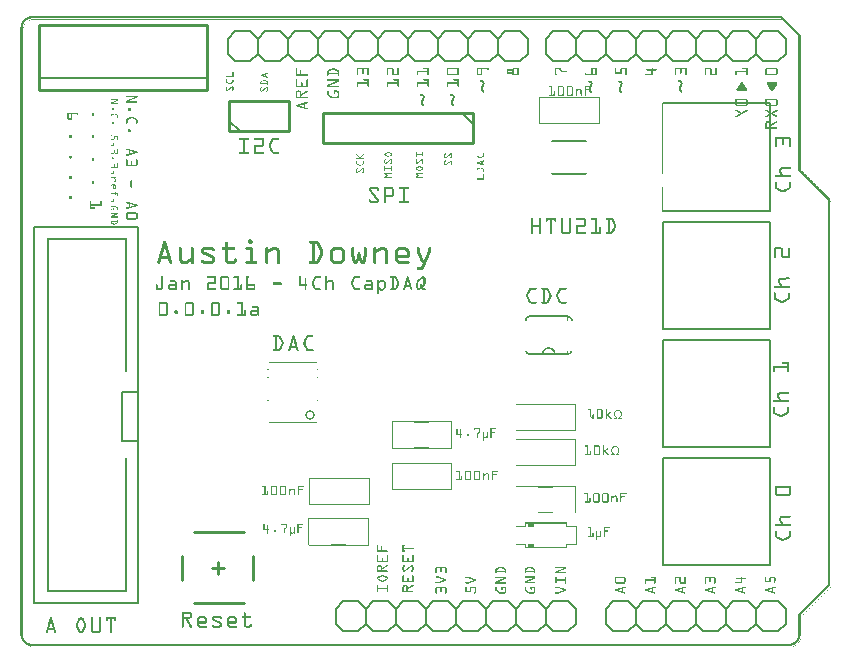
<source format=gto>
G04 MADE WITH FRITZING*
G04 WWW.FRITZING.ORG*
G04 DOUBLE SIDED*
G04 HOLES PLATED*
G04 CONTOUR ON CENTER OF CONTOUR VECTOR*
%ASAXBY*%
%FSLAX23Y23*%
%MOIN*%
%OFA0B0*%
%SFA1.0B1.0*%
%ADD10C,0.032858X0.0228584*%
%ADD11C,0.010000*%
%ADD12C,0.005000*%
%ADD13C,0.006000*%
%ADD14C,0.008000*%
%ADD15R,0.001000X0.001000*%
%LNSILK1*%
G90*
G70*
G54D10*
X968Y781D03*
G54D11*
X698Y1728D02*
X898Y1728D01*
D02*
X898Y1728D02*
X898Y1828D01*
D02*
X898Y1828D02*
X698Y1828D01*
D02*
X698Y1828D02*
X698Y1728D01*
G54D12*
D02*
X733Y1728D02*
X698Y1763D01*
G54D11*
D02*
X1510Y1788D02*
X1010Y1788D01*
D02*
X1010Y1788D02*
X1010Y1688D01*
D02*
X1010Y1688D02*
X1510Y1688D01*
D02*
X1510Y1688D02*
X1510Y1788D01*
G54D12*
D02*
X1475Y1788D02*
X1510Y1753D01*
G54D11*
D02*
X778Y311D02*
X778Y232D01*
D02*
X581Y390D02*
X748Y390D01*
D02*
X581Y154D02*
X748Y154D01*
D02*
X541Y311D02*
X541Y232D01*
D02*
X660Y291D02*
X660Y252D01*
D02*
X679Y272D02*
X640Y272D01*
G54D12*
D02*
X2501Y281D02*
X2501Y637D01*
D02*
X2501Y639D02*
X2144Y639D01*
D02*
X2143Y637D02*
X2143Y280D01*
D02*
X2144Y280D02*
X2501Y280D01*
D02*
X2501Y674D02*
X2501Y1031D01*
D02*
X2501Y1032D02*
X2144Y1032D01*
D02*
X2143Y1031D02*
X2143Y674D01*
D02*
X2144Y674D02*
X2501Y674D01*
D02*
X2501Y1462D02*
X2501Y1819D01*
D02*
X2501Y1820D02*
X2144Y1820D01*
D02*
X2144Y1461D02*
X2501Y1461D01*
G54D13*
D02*
X2278Y161D02*
X2328Y161D01*
D02*
X2328Y161D02*
X2353Y136D01*
D02*
X2353Y136D02*
X2353Y86D01*
D02*
X2353Y86D02*
X2328Y61D01*
D02*
X2353Y136D02*
X2378Y161D01*
D02*
X2378Y161D02*
X2428Y161D01*
D02*
X2428Y161D02*
X2453Y136D01*
D02*
X2453Y136D02*
X2453Y86D01*
D02*
X2453Y86D02*
X2428Y61D01*
D02*
X2428Y61D02*
X2378Y61D01*
D02*
X2378Y61D02*
X2353Y86D01*
D02*
X2153Y136D02*
X2178Y161D01*
D02*
X2178Y161D02*
X2228Y161D01*
D02*
X2228Y161D02*
X2253Y136D01*
D02*
X2253Y136D02*
X2253Y86D01*
D02*
X2253Y86D02*
X2228Y61D01*
D02*
X2228Y61D02*
X2178Y61D01*
D02*
X2178Y61D02*
X2153Y86D01*
D02*
X2278Y161D02*
X2253Y136D01*
D02*
X2253Y86D02*
X2278Y61D01*
D02*
X2328Y61D02*
X2278Y61D01*
D02*
X1978Y161D02*
X2028Y161D01*
D02*
X2028Y161D02*
X2053Y136D01*
D02*
X2053Y136D02*
X2053Y86D01*
D02*
X2053Y86D02*
X2028Y61D01*
D02*
X2053Y136D02*
X2078Y161D01*
D02*
X2078Y161D02*
X2128Y161D01*
D02*
X2128Y161D02*
X2153Y136D01*
D02*
X2153Y136D02*
X2153Y86D01*
D02*
X2153Y86D02*
X2128Y61D01*
D02*
X2128Y61D02*
X2078Y61D01*
D02*
X2078Y61D02*
X2053Y86D01*
D02*
X1953Y136D02*
X1953Y86D01*
D02*
X1978Y161D02*
X1953Y136D01*
D02*
X1953Y86D02*
X1978Y61D01*
D02*
X2028Y61D02*
X1978Y61D01*
D02*
X2478Y161D02*
X2528Y161D01*
D02*
X2528Y161D02*
X2553Y136D01*
D02*
X2553Y136D02*
X2553Y86D01*
D02*
X2553Y86D02*
X2528Y61D01*
D02*
X2478Y161D02*
X2453Y136D01*
D02*
X2453Y86D02*
X2478Y61D01*
D02*
X2528Y61D02*
X2478Y61D01*
D02*
X868Y1961D02*
X818Y1961D01*
D02*
X1068Y1961D02*
X1018Y1961D01*
D02*
X968Y1961D02*
X918Y1961D01*
D02*
X1168Y1961D02*
X1118Y1961D01*
D02*
X1368Y1961D02*
X1318Y1961D01*
D02*
X1268Y1961D02*
X1218Y1961D01*
D02*
X1468Y1961D02*
X1418Y1961D01*
D02*
X1668Y1961D02*
X1618Y1961D01*
D02*
X1568Y1961D02*
X1518Y1961D01*
D02*
X768Y1961D02*
X718Y1961D01*
D02*
X893Y1986D02*
X868Y1961D01*
D02*
X818Y1961D02*
X793Y1986D01*
D02*
X793Y1986D02*
X793Y2036D01*
D02*
X793Y2036D02*
X818Y2061D01*
D02*
X818Y2061D02*
X868Y2061D01*
D02*
X868Y2061D02*
X893Y2036D01*
D02*
X1018Y1961D02*
X993Y1986D01*
D02*
X993Y1986D02*
X993Y2036D01*
D02*
X993Y2036D02*
X1018Y2061D01*
D02*
X993Y1986D02*
X968Y1961D01*
D02*
X918Y1961D02*
X893Y1986D01*
D02*
X893Y1986D02*
X893Y2036D01*
D02*
X893Y2036D02*
X918Y2061D01*
D02*
X918Y2061D02*
X968Y2061D01*
D02*
X968Y2061D02*
X993Y2036D01*
D02*
X1193Y1986D02*
X1168Y1961D01*
D02*
X1118Y1961D02*
X1093Y1986D01*
D02*
X1093Y1986D02*
X1093Y2036D01*
D02*
X1093Y2036D02*
X1118Y2061D01*
D02*
X1118Y2061D02*
X1168Y2061D01*
D02*
X1168Y2061D02*
X1193Y2036D01*
D02*
X1068Y1961D02*
X1093Y1986D01*
D02*
X1093Y2036D02*
X1068Y2061D01*
D02*
X1018Y2061D02*
X1068Y2061D01*
D02*
X1318Y1961D02*
X1293Y1986D01*
D02*
X1293Y1986D02*
X1293Y2036D01*
D02*
X1293Y2036D02*
X1318Y2061D01*
D02*
X1293Y1986D02*
X1268Y1961D01*
D02*
X1218Y1961D02*
X1193Y1986D01*
D02*
X1193Y1986D02*
X1193Y2036D01*
D02*
X1193Y2036D02*
X1218Y2061D01*
D02*
X1218Y2061D02*
X1268Y2061D01*
D02*
X1268Y2061D02*
X1293Y2036D01*
D02*
X1493Y1986D02*
X1468Y1961D01*
D02*
X1418Y1961D02*
X1393Y1986D01*
D02*
X1393Y1986D02*
X1393Y2036D01*
D02*
X1393Y2036D02*
X1418Y2061D01*
D02*
X1418Y2061D02*
X1468Y2061D01*
D02*
X1468Y2061D02*
X1493Y2036D01*
D02*
X1368Y1961D02*
X1393Y1986D01*
D02*
X1393Y2036D02*
X1368Y2061D01*
D02*
X1318Y2061D02*
X1368Y2061D01*
D02*
X1618Y1961D02*
X1593Y1986D01*
D02*
X1593Y1986D02*
X1593Y2036D01*
D02*
X1593Y2036D02*
X1618Y2061D01*
D02*
X1593Y1986D02*
X1568Y1961D01*
D02*
X1518Y1961D02*
X1493Y1986D01*
D02*
X1493Y1986D02*
X1493Y2036D01*
D02*
X1493Y2036D02*
X1518Y2061D01*
D02*
X1518Y2061D02*
X1568Y2061D01*
D02*
X1568Y2061D02*
X1593Y2036D01*
D02*
X1693Y1986D02*
X1693Y2036D01*
D02*
X1668Y1961D02*
X1693Y1986D01*
D02*
X1693Y2036D02*
X1668Y2061D01*
D02*
X1618Y2061D02*
X1668Y2061D01*
D02*
X718Y1961D02*
X693Y1986D01*
D02*
X693Y1986D02*
X693Y2036D01*
D02*
X693Y2036D02*
X718Y2061D01*
D02*
X768Y1961D02*
X793Y1986D01*
D02*
X793Y2036D02*
X768Y2061D01*
D02*
X718Y2061D02*
X768Y2061D01*
D02*
X1928Y1961D02*
X1878Y1961D01*
D02*
X1878Y1961D02*
X1853Y1986D01*
D02*
X1853Y1986D02*
X1853Y2036D01*
D02*
X1853Y2036D02*
X1878Y2061D01*
D02*
X2053Y1986D02*
X2028Y1961D01*
D02*
X2028Y1961D02*
X1978Y1961D01*
D02*
X1978Y1961D02*
X1953Y1986D01*
D02*
X1953Y1986D02*
X1953Y2036D01*
D02*
X1953Y2036D02*
X1978Y2061D01*
D02*
X1978Y2061D02*
X2028Y2061D01*
D02*
X2028Y2061D02*
X2053Y2036D01*
D02*
X1928Y1961D02*
X1953Y1986D01*
D02*
X1953Y2036D02*
X1928Y2061D01*
D02*
X1878Y2061D02*
X1928Y2061D01*
D02*
X2228Y1961D02*
X2178Y1961D01*
D02*
X2178Y1961D02*
X2153Y1986D01*
D02*
X2153Y1986D02*
X2153Y2036D01*
D02*
X2153Y2036D02*
X2178Y2061D01*
D02*
X2153Y1986D02*
X2128Y1961D01*
D02*
X2128Y1961D02*
X2078Y1961D01*
D02*
X2078Y1961D02*
X2053Y1986D01*
D02*
X2053Y1986D02*
X2053Y2036D01*
D02*
X2053Y2036D02*
X2078Y2061D01*
D02*
X2078Y2061D02*
X2128Y2061D01*
D02*
X2128Y2061D02*
X2153Y2036D01*
D02*
X2353Y1986D02*
X2328Y1961D01*
D02*
X2328Y1961D02*
X2278Y1961D01*
D02*
X2278Y1961D02*
X2253Y1986D01*
D02*
X2253Y1986D02*
X2253Y2036D01*
D02*
X2253Y2036D02*
X2278Y2061D01*
D02*
X2278Y2061D02*
X2328Y2061D01*
D02*
X2328Y2061D02*
X2353Y2036D01*
D02*
X2228Y1961D02*
X2253Y1986D01*
D02*
X2253Y2036D02*
X2228Y2061D01*
D02*
X2178Y2061D02*
X2228Y2061D01*
D02*
X2528Y1961D02*
X2478Y1961D01*
D02*
X2478Y1961D02*
X2453Y1986D01*
D02*
X2453Y1986D02*
X2453Y2036D01*
D02*
X2453Y2036D02*
X2478Y2061D01*
D02*
X2453Y1986D02*
X2428Y1961D01*
D02*
X2428Y1961D02*
X2378Y1961D01*
D02*
X2378Y1961D02*
X2353Y1986D01*
D02*
X2353Y1986D02*
X2353Y2036D01*
D02*
X2353Y2036D02*
X2378Y2061D01*
D02*
X2378Y2061D02*
X2428Y2061D01*
D02*
X2428Y2061D02*
X2453Y2036D01*
D02*
X2553Y1986D02*
X2553Y2036D01*
D02*
X2528Y1961D02*
X2553Y1986D01*
D02*
X2553Y2036D02*
X2528Y2061D01*
D02*
X2478Y2061D02*
X2528Y2061D01*
D02*
X1828Y1961D02*
X1778Y1961D01*
D02*
X1778Y1961D02*
X1753Y1986D01*
D02*
X1753Y1986D02*
X1753Y2036D01*
D02*
X1753Y2036D02*
X1778Y2061D01*
D02*
X1828Y1961D02*
X1853Y1986D01*
D02*
X1853Y2036D02*
X1828Y2061D01*
D02*
X1778Y2061D02*
X1828Y2061D01*
D02*
X1678Y161D02*
X1728Y161D01*
D02*
X1728Y161D02*
X1753Y136D01*
D02*
X1753Y136D02*
X1753Y86D01*
D02*
X1753Y86D02*
X1728Y61D01*
D02*
X1553Y136D02*
X1578Y161D01*
D02*
X1578Y161D02*
X1628Y161D01*
D02*
X1628Y161D02*
X1653Y136D01*
D02*
X1653Y136D02*
X1653Y86D01*
D02*
X1653Y86D02*
X1628Y61D01*
D02*
X1628Y61D02*
X1578Y61D01*
D02*
X1578Y61D02*
X1553Y86D01*
D02*
X1678Y161D02*
X1653Y136D01*
D02*
X1653Y86D02*
X1678Y61D01*
D02*
X1728Y61D02*
X1678Y61D01*
D02*
X1378Y161D02*
X1428Y161D01*
D02*
X1428Y161D02*
X1453Y136D01*
D02*
X1453Y136D02*
X1453Y86D01*
D02*
X1453Y86D02*
X1428Y61D01*
D02*
X1453Y136D02*
X1478Y161D01*
D02*
X1478Y161D02*
X1528Y161D01*
D02*
X1528Y161D02*
X1553Y136D01*
D02*
X1553Y136D02*
X1553Y86D01*
D02*
X1553Y86D02*
X1528Y61D01*
D02*
X1528Y61D02*
X1478Y61D01*
D02*
X1478Y61D02*
X1453Y86D01*
D02*
X1253Y136D02*
X1278Y161D01*
D02*
X1278Y161D02*
X1328Y161D01*
D02*
X1328Y161D02*
X1353Y136D01*
D02*
X1353Y136D02*
X1353Y86D01*
D02*
X1353Y86D02*
X1328Y61D01*
D02*
X1328Y61D02*
X1278Y61D01*
D02*
X1278Y61D02*
X1253Y86D01*
D02*
X1378Y161D02*
X1353Y136D01*
D02*
X1353Y86D02*
X1378Y61D01*
D02*
X1428Y61D02*
X1378Y61D01*
D02*
X1078Y161D02*
X1128Y161D01*
D02*
X1128Y161D02*
X1153Y136D01*
D02*
X1153Y136D02*
X1153Y86D01*
D02*
X1153Y86D02*
X1128Y61D01*
D02*
X1153Y136D02*
X1178Y161D01*
D02*
X1178Y161D02*
X1228Y161D01*
D02*
X1228Y161D02*
X1253Y136D01*
D02*
X1253Y136D02*
X1253Y86D01*
D02*
X1253Y86D02*
X1228Y61D01*
D02*
X1228Y61D02*
X1178Y61D01*
D02*
X1178Y61D02*
X1153Y86D01*
D02*
X1053Y136D02*
X1053Y86D01*
D02*
X1078Y161D02*
X1053Y136D01*
D02*
X1053Y86D02*
X1078Y61D01*
D02*
X1128Y61D02*
X1078Y61D01*
D02*
X1778Y161D02*
X1828Y161D01*
D02*
X1828Y161D02*
X1853Y136D01*
D02*
X1853Y136D02*
X1853Y86D01*
D02*
X1853Y86D02*
X1828Y61D01*
D02*
X1778Y161D02*
X1753Y136D01*
D02*
X1753Y86D02*
X1778Y61D01*
D02*
X1828Y61D02*
X1778Y61D01*
G54D12*
D02*
X2501Y1068D02*
X2501Y1425D01*
D02*
X2501Y1426D02*
X2144Y1426D01*
D02*
X2143Y1425D02*
X2143Y1068D01*
D02*
X2144Y1068D02*
X2501Y1068D01*
G54D13*
D02*
X1826Y1110D02*
X1702Y1110D01*
D02*
X1702Y984D02*
X1744Y984D01*
D02*
X1744Y984D02*
X1784Y984D01*
D02*
X1784Y984D02*
X1826Y984D01*
G54D11*
D02*
X625Y2082D02*
X64Y2082D01*
D02*
X64Y2082D02*
X64Y1866D01*
D02*
X64Y1866D02*
X625Y1866D01*
D02*
X625Y1866D02*
X625Y2082D01*
G54D12*
D02*
X64Y1906D02*
X625Y1906D01*
G54D14*
X47Y155D02*
X47Y1407D01*
X394Y1407D01*
X394Y155D01*
X47Y155D01*
D02*
X339Y694D02*
X339Y859D01*
X394Y859D01*
X394Y694D01*
X339Y694D01*
D02*
G54D15*
X36Y2111D02*
X2539Y2111D01*
X31Y2110D02*
X2540Y2110D01*
X28Y2109D02*
X2541Y2109D01*
X26Y2108D02*
X2542Y2108D01*
X24Y2107D02*
X2543Y2107D01*
X22Y2106D02*
X2544Y2106D01*
X20Y2105D02*
X2545Y2105D01*
X19Y2104D02*
X2546Y2104D01*
X18Y2103D02*
X36Y2103D01*
X2537Y2103D02*
X2547Y2103D01*
X16Y2102D02*
X31Y2102D01*
X2538Y2102D02*
X2548Y2102D01*
X15Y2101D02*
X28Y2101D01*
X2539Y2101D02*
X2549Y2101D01*
X14Y2100D02*
X26Y2100D01*
X39Y2100D02*
X2550Y2100D01*
X13Y2099D02*
X24Y2099D01*
X35Y2099D02*
X38Y2099D01*
X2541Y2099D02*
X2551Y2099D01*
X12Y2098D02*
X23Y2098D01*
X32Y2098D02*
X34Y2098D01*
X2542Y2098D02*
X2552Y2098D01*
X12Y2097D02*
X21Y2097D01*
X30Y2097D02*
X32Y2097D01*
X2543Y2097D02*
X2553Y2097D01*
X11Y2096D02*
X20Y2096D01*
X29Y2096D02*
X30Y2096D01*
X2544Y2096D02*
X2554Y2096D01*
X10Y2095D02*
X19Y2095D01*
X27Y2095D02*
X28Y2095D01*
X2545Y2095D02*
X2555Y2095D01*
X9Y2094D02*
X18Y2094D01*
X25Y2094D02*
X26Y2094D01*
X2546Y2094D02*
X2556Y2094D01*
X9Y2093D02*
X17Y2093D01*
X24Y2093D02*
X25Y2093D01*
X2547Y2093D02*
X2557Y2093D01*
X8Y2092D02*
X16Y2092D01*
X23Y2092D02*
X23Y2092D01*
X2548Y2092D02*
X2558Y2092D01*
X7Y2091D02*
X15Y2091D01*
X22Y2091D02*
X22Y2091D01*
X2549Y2091D02*
X2559Y2091D01*
X7Y2090D02*
X15Y2090D01*
X21Y2090D02*
X21Y2090D01*
X2550Y2090D02*
X2560Y2090D01*
X6Y2089D02*
X14Y2089D01*
X20Y2089D02*
X20Y2089D01*
X2551Y2089D02*
X2561Y2089D01*
X6Y2088D02*
X13Y2088D01*
X19Y2088D02*
X19Y2088D01*
X2552Y2088D02*
X2562Y2088D01*
X5Y2087D02*
X13Y2087D01*
X18Y2087D02*
X18Y2087D01*
X2553Y2087D02*
X2563Y2087D01*
X5Y2086D02*
X12Y2086D01*
X18Y2086D02*
X18Y2086D01*
X2554Y2086D02*
X2565Y2086D01*
X5Y2085D02*
X12Y2085D01*
X17Y2085D02*
X17Y2085D01*
X2555Y2085D02*
X2566Y2085D01*
X4Y2084D02*
X11Y2084D01*
X16Y2084D02*
X16Y2084D01*
X2556Y2084D02*
X2567Y2084D01*
X4Y2083D02*
X11Y2083D01*
X16Y2083D02*
X16Y2083D01*
X2557Y2083D02*
X2568Y2083D01*
X4Y2082D02*
X11Y2082D01*
X15Y2082D02*
X15Y2082D01*
X2558Y2082D02*
X2569Y2082D01*
X3Y2081D02*
X10Y2081D01*
X14Y2081D02*
X15Y2081D01*
X2559Y2081D02*
X2570Y2081D01*
X3Y2080D02*
X10Y2080D01*
X14Y2080D02*
X14Y2080D01*
X2560Y2080D02*
X2571Y2080D01*
X3Y2079D02*
X10Y2079D01*
X14Y2079D02*
X14Y2079D01*
X2561Y2079D02*
X2572Y2079D01*
X3Y2078D02*
X10Y2078D01*
X13Y2078D02*
X13Y2078D01*
X2562Y2078D02*
X2573Y2078D01*
X3Y2077D02*
X9Y2077D01*
X13Y2077D02*
X13Y2077D01*
X2563Y2077D02*
X2574Y2077D01*
X2Y2076D02*
X9Y2076D01*
X12Y2076D02*
X12Y2076D01*
X2564Y2076D02*
X2575Y2076D01*
X2Y2075D02*
X9Y2075D01*
X12Y2075D02*
X12Y2075D01*
X2565Y2075D02*
X2576Y2075D01*
X2Y2074D02*
X9Y2074D01*
X12Y2074D02*
X12Y2074D01*
X2566Y2074D02*
X2577Y2074D01*
X2Y2073D02*
X9Y2073D01*
X12Y2073D02*
X12Y2073D01*
X2567Y2073D02*
X2578Y2073D01*
X2Y2072D02*
X9Y2072D01*
X11Y2072D02*
X11Y2072D01*
X2568Y2072D02*
X2579Y2072D01*
X2Y2071D02*
X9Y2071D01*
X11Y2071D02*
X11Y2071D01*
X2569Y2071D02*
X2580Y2071D01*
X2Y2070D02*
X9Y2070D01*
X11Y2070D02*
X11Y2070D01*
X2570Y2070D02*
X2581Y2070D01*
X2Y2069D02*
X9Y2069D01*
X11Y2069D02*
X11Y2069D01*
X2571Y2069D02*
X2582Y2069D01*
X2Y2068D02*
X9Y2068D01*
X11Y2068D02*
X11Y2068D01*
X2572Y2068D02*
X2583Y2068D01*
X2Y2067D02*
X9Y2067D01*
X11Y2067D02*
X11Y2067D01*
X2573Y2067D02*
X2584Y2067D01*
X2Y2066D02*
X9Y2066D01*
X11Y2066D02*
X11Y2066D01*
X2574Y2066D02*
X2585Y2066D01*
X2Y2065D02*
X9Y2065D01*
X11Y2065D02*
X11Y2065D01*
X2575Y2065D02*
X2586Y2065D01*
X2Y2064D02*
X9Y2064D01*
X11Y2064D02*
X11Y2064D01*
X2576Y2064D02*
X2587Y2064D01*
X2Y2063D02*
X9Y2063D01*
X11Y2063D02*
X11Y2063D01*
X2577Y2063D02*
X2588Y2063D01*
X2Y2062D02*
X9Y2062D01*
X11Y2062D02*
X11Y2062D01*
X2578Y2062D02*
X2589Y2062D01*
X2Y2061D02*
X9Y2061D01*
X11Y2061D02*
X11Y2061D01*
X2579Y2061D02*
X2590Y2061D01*
X2Y2060D02*
X9Y2060D01*
X11Y2060D02*
X11Y2060D01*
X2580Y2060D02*
X2591Y2060D01*
X2Y2059D02*
X9Y2059D01*
X11Y2059D02*
X11Y2059D01*
X2581Y2059D02*
X2592Y2059D01*
X2Y2058D02*
X9Y2058D01*
X11Y2058D02*
X11Y2058D01*
X2582Y2058D02*
X2593Y2058D01*
X2Y2057D02*
X9Y2057D01*
X11Y2057D02*
X11Y2057D01*
X2583Y2057D02*
X2594Y2057D01*
X2Y2056D02*
X9Y2056D01*
X11Y2056D02*
X11Y2056D01*
X2584Y2056D02*
X2595Y2056D01*
X2Y2055D02*
X9Y2055D01*
X11Y2055D02*
X11Y2055D01*
X2585Y2055D02*
X2596Y2055D01*
X2Y2054D02*
X9Y2054D01*
X11Y2054D02*
X11Y2054D01*
X2586Y2054D02*
X2597Y2054D01*
X2Y2053D02*
X9Y2053D01*
X11Y2053D02*
X11Y2053D01*
X2587Y2053D02*
X2598Y2053D01*
X2Y2052D02*
X9Y2052D01*
X11Y2052D02*
X11Y2052D01*
X2588Y2052D02*
X2599Y2052D01*
X2Y2051D02*
X9Y2051D01*
X11Y2051D02*
X11Y2051D01*
X2589Y2051D02*
X2600Y2051D01*
X2Y2050D02*
X9Y2050D01*
X11Y2050D02*
X11Y2050D01*
X2590Y2050D02*
X2601Y2050D01*
X2Y2049D02*
X9Y2049D01*
X11Y2049D02*
X11Y2049D01*
X2591Y2049D02*
X2601Y2049D01*
X2Y2048D02*
X9Y2048D01*
X11Y2048D02*
X11Y2048D01*
X2592Y2048D02*
X2602Y2048D01*
X2Y2047D02*
X9Y2047D01*
X11Y2047D02*
X11Y2047D01*
X2593Y2047D02*
X2602Y2047D01*
X2Y2046D02*
X9Y2046D01*
X11Y2046D02*
X11Y2046D01*
X2594Y2046D02*
X2602Y2046D01*
X2Y2045D02*
X9Y2045D01*
X11Y2045D02*
X11Y2045D01*
X2595Y2045D02*
X2602Y2045D01*
X2Y2044D02*
X9Y2044D01*
X11Y2044D02*
X11Y2044D01*
X2595Y2044D02*
X2602Y2044D01*
X2Y2043D02*
X9Y2043D01*
X11Y2043D02*
X11Y2043D01*
X2595Y2043D02*
X2602Y2043D01*
X2Y2042D02*
X9Y2042D01*
X11Y2042D02*
X11Y2042D01*
X2595Y2042D02*
X2602Y2042D01*
X2Y2041D02*
X9Y2041D01*
X11Y2041D02*
X11Y2041D01*
X2595Y2041D02*
X2603Y2041D01*
X2Y2040D02*
X9Y2040D01*
X11Y2040D02*
X11Y2040D01*
X2595Y2040D02*
X2603Y2040D01*
X2Y2039D02*
X9Y2039D01*
X11Y2039D02*
X11Y2039D01*
X2595Y2039D02*
X2603Y2039D01*
X2Y2038D02*
X9Y2038D01*
X11Y2038D02*
X11Y2038D01*
X2595Y2038D02*
X2603Y2038D01*
X2Y2037D02*
X9Y2037D01*
X11Y2037D02*
X11Y2037D01*
X2595Y2037D02*
X2603Y2037D01*
X2Y2036D02*
X9Y2036D01*
X11Y2036D02*
X11Y2036D01*
X2595Y2036D02*
X2603Y2036D01*
X2Y2035D02*
X9Y2035D01*
X11Y2035D02*
X11Y2035D01*
X2595Y2035D02*
X2603Y2035D01*
X2Y2034D02*
X9Y2034D01*
X11Y2034D02*
X11Y2034D01*
X2595Y2034D02*
X2603Y2034D01*
X2Y2033D02*
X9Y2033D01*
X11Y2033D02*
X11Y2033D01*
X2595Y2033D02*
X2603Y2033D01*
X2Y2032D02*
X9Y2032D01*
X11Y2032D02*
X11Y2032D01*
X2595Y2032D02*
X2603Y2032D01*
X2Y2031D02*
X9Y2031D01*
X11Y2031D02*
X11Y2031D01*
X2595Y2031D02*
X2603Y2031D01*
X2Y2030D02*
X9Y2030D01*
X11Y2030D02*
X11Y2030D01*
X2595Y2030D02*
X2603Y2030D01*
X2Y2029D02*
X9Y2029D01*
X11Y2029D02*
X11Y2029D01*
X2595Y2029D02*
X2603Y2029D01*
X2Y2028D02*
X9Y2028D01*
X11Y2028D02*
X11Y2028D01*
X2595Y2028D02*
X2603Y2028D01*
X2Y2027D02*
X9Y2027D01*
X11Y2027D02*
X11Y2027D01*
X2595Y2027D02*
X2603Y2027D01*
X2Y2026D02*
X9Y2026D01*
X11Y2026D02*
X11Y2026D01*
X2595Y2026D02*
X2603Y2026D01*
X2Y2025D02*
X9Y2025D01*
X11Y2025D02*
X11Y2025D01*
X2595Y2025D02*
X2603Y2025D01*
X2Y2024D02*
X9Y2024D01*
X11Y2024D02*
X11Y2024D01*
X2595Y2024D02*
X2603Y2024D01*
X2Y2023D02*
X9Y2023D01*
X11Y2023D02*
X11Y2023D01*
X2595Y2023D02*
X2603Y2023D01*
X2Y2022D02*
X9Y2022D01*
X11Y2022D02*
X11Y2022D01*
X2595Y2022D02*
X2603Y2022D01*
X2Y2021D02*
X9Y2021D01*
X11Y2021D02*
X11Y2021D01*
X2595Y2021D02*
X2603Y2021D01*
X2Y2020D02*
X9Y2020D01*
X11Y2020D02*
X11Y2020D01*
X2595Y2020D02*
X2603Y2020D01*
X2Y2019D02*
X9Y2019D01*
X11Y2019D02*
X11Y2019D01*
X2595Y2019D02*
X2603Y2019D01*
X2Y2018D02*
X9Y2018D01*
X11Y2018D02*
X11Y2018D01*
X2595Y2018D02*
X2603Y2018D01*
X2Y2017D02*
X9Y2017D01*
X11Y2017D02*
X11Y2017D01*
X2595Y2017D02*
X2603Y2017D01*
X2Y2016D02*
X9Y2016D01*
X11Y2016D02*
X11Y2016D01*
X2595Y2016D02*
X2603Y2016D01*
X2Y2015D02*
X9Y2015D01*
X11Y2015D02*
X11Y2015D01*
X2595Y2015D02*
X2603Y2015D01*
X2Y2014D02*
X9Y2014D01*
X11Y2014D02*
X11Y2014D01*
X2595Y2014D02*
X2603Y2014D01*
X2Y2013D02*
X9Y2013D01*
X11Y2013D02*
X11Y2013D01*
X2595Y2013D02*
X2603Y2013D01*
X2Y2012D02*
X9Y2012D01*
X11Y2012D02*
X11Y2012D01*
X2595Y2012D02*
X2603Y2012D01*
X2Y2011D02*
X9Y2011D01*
X11Y2011D02*
X11Y2011D01*
X2595Y2011D02*
X2603Y2011D01*
X2Y2010D02*
X9Y2010D01*
X11Y2010D02*
X11Y2010D01*
X2595Y2010D02*
X2603Y2010D01*
X2Y2009D02*
X9Y2009D01*
X11Y2009D02*
X11Y2009D01*
X2595Y2009D02*
X2603Y2009D01*
X2Y2008D02*
X9Y2008D01*
X11Y2008D02*
X11Y2008D01*
X2595Y2008D02*
X2603Y2008D01*
X2Y2007D02*
X9Y2007D01*
X11Y2007D02*
X11Y2007D01*
X2595Y2007D02*
X2603Y2007D01*
X2Y2006D02*
X9Y2006D01*
X11Y2006D02*
X11Y2006D01*
X2595Y2006D02*
X2603Y2006D01*
X2Y2005D02*
X9Y2005D01*
X11Y2005D02*
X11Y2005D01*
X2595Y2005D02*
X2603Y2005D01*
X2Y2004D02*
X9Y2004D01*
X11Y2004D02*
X11Y2004D01*
X2595Y2004D02*
X2603Y2004D01*
X2Y2003D02*
X9Y2003D01*
X11Y2003D02*
X11Y2003D01*
X2595Y2003D02*
X2603Y2003D01*
X2Y2002D02*
X9Y2002D01*
X11Y2002D02*
X11Y2002D01*
X2595Y2002D02*
X2603Y2002D01*
X2Y2001D02*
X9Y2001D01*
X11Y2001D02*
X11Y2001D01*
X2595Y2001D02*
X2603Y2001D01*
X2Y2000D02*
X9Y2000D01*
X11Y2000D02*
X11Y2000D01*
X2595Y2000D02*
X2603Y2000D01*
X2Y1999D02*
X9Y1999D01*
X11Y1999D02*
X11Y1999D01*
X2595Y1999D02*
X2603Y1999D01*
X2Y1998D02*
X9Y1998D01*
X11Y1998D02*
X11Y1998D01*
X2595Y1998D02*
X2603Y1998D01*
X2Y1997D02*
X9Y1997D01*
X11Y1997D02*
X11Y1997D01*
X2595Y1997D02*
X2603Y1997D01*
X2Y1996D02*
X9Y1996D01*
X11Y1996D02*
X11Y1996D01*
X2595Y1996D02*
X2603Y1996D01*
X2Y1995D02*
X9Y1995D01*
X11Y1995D02*
X11Y1995D01*
X2595Y1995D02*
X2603Y1995D01*
X2Y1994D02*
X9Y1994D01*
X11Y1994D02*
X11Y1994D01*
X2595Y1994D02*
X2603Y1994D01*
X2Y1993D02*
X9Y1993D01*
X11Y1993D02*
X11Y1993D01*
X2595Y1993D02*
X2603Y1993D01*
X2Y1992D02*
X9Y1992D01*
X11Y1992D02*
X11Y1992D01*
X2595Y1992D02*
X2603Y1992D01*
X2Y1991D02*
X9Y1991D01*
X11Y1991D02*
X11Y1991D01*
X2595Y1991D02*
X2603Y1991D01*
X2Y1990D02*
X9Y1990D01*
X11Y1990D02*
X11Y1990D01*
X2595Y1990D02*
X2603Y1990D01*
X2Y1989D02*
X9Y1989D01*
X11Y1989D02*
X11Y1989D01*
X2595Y1989D02*
X2603Y1989D01*
X2Y1988D02*
X9Y1988D01*
X11Y1988D02*
X11Y1988D01*
X2595Y1988D02*
X2603Y1988D01*
X2Y1987D02*
X9Y1987D01*
X11Y1987D02*
X11Y1987D01*
X2595Y1987D02*
X2603Y1987D01*
X2Y1986D02*
X9Y1986D01*
X11Y1986D02*
X11Y1986D01*
X2595Y1986D02*
X2603Y1986D01*
X2Y1985D02*
X9Y1985D01*
X11Y1985D02*
X11Y1985D01*
X2595Y1985D02*
X2603Y1985D01*
X2Y1984D02*
X9Y1984D01*
X11Y1984D02*
X11Y1984D01*
X2595Y1984D02*
X2603Y1984D01*
X2Y1983D02*
X9Y1983D01*
X11Y1983D02*
X11Y1983D01*
X2595Y1983D02*
X2603Y1983D01*
X2Y1982D02*
X9Y1982D01*
X11Y1982D02*
X11Y1982D01*
X2595Y1982D02*
X2603Y1982D01*
X2Y1981D02*
X9Y1981D01*
X11Y1981D02*
X11Y1981D01*
X2595Y1981D02*
X2603Y1981D01*
X2Y1980D02*
X9Y1980D01*
X11Y1980D02*
X11Y1980D01*
X2595Y1980D02*
X2603Y1980D01*
X2Y1979D02*
X9Y1979D01*
X11Y1979D02*
X11Y1979D01*
X2595Y1979D02*
X2603Y1979D01*
X2Y1978D02*
X9Y1978D01*
X11Y1978D02*
X11Y1978D01*
X2595Y1978D02*
X2603Y1978D01*
X2Y1977D02*
X9Y1977D01*
X11Y1977D02*
X11Y1977D01*
X2595Y1977D02*
X2603Y1977D01*
X2Y1976D02*
X9Y1976D01*
X11Y1976D02*
X11Y1976D01*
X2595Y1976D02*
X2603Y1976D01*
X2Y1975D02*
X9Y1975D01*
X11Y1975D02*
X11Y1975D01*
X2595Y1975D02*
X2603Y1975D01*
X2Y1974D02*
X9Y1974D01*
X11Y1974D02*
X11Y1974D01*
X2595Y1974D02*
X2603Y1974D01*
X2Y1973D02*
X9Y1973D01*
X11Y1973D02*
X11Y1973D01*
X2595Y1973D02*
X2603Y1973D01*
X2Y1972D02*
X9Y1972D01*
X11Y1972D02*
X11Y1972D01*
X2595Y1972D02*
X2603Y1972D01*
X2Y1971D02*
X9Y1971D01*
X11Y1971D02*
X11Y1971D01*
X2595Y1971D02*
X2603Y1971D01*
X2Y1970D02*
X9Y1970D01*
X11Y1970D02*
X11Y1970D01*
X2595Y1970D02*
X2603Y1970D01*
X2Y1969D02*
X9Y1969D01*
X11Y1969D02*
X11Y1969D01*
X2595Y1969D02*
X2603Y1969D01*
X2Y1968D02*
X9Y1968D01*
X11Y1968D02*
X11Y1968D01*
X2595Y1968D02*
X2603Y1968D01*
X2Y1967D02*
X9Y1967D01*
X11Y1967D02*
X11Y1967D01*
X2595Y1967D02*
X2603Y1967D01*
X2Y1966D02*
X9Y1966D01*
X11Y1966D02*
X11Y1966D01*
X2595Y1966D02*
X2603Y1966D01*
X2Y1965D02*
X9Y1965D01*
X11Y1965D02*
X11Y1965D01*
X2595Y1965D02*
X2603Y1965D01*
X2Y1964D02*
X9Y1964D01*
X11Y1964D02*
X11Y1964D01*
X2595Y1964D02*
X2603Y1964D01*
X2Y1963D02*
X9Y1963D01*
X11Y1963D02*
X11Y1963D01*
X2595Y1963D02*
X2603Y1963D01*
X2Y1962D02*
X9Y1962D01*
X11Y1962D02*
X11Y1962D01*
X2595Y1962D02*
X2603Y1962D01*
X2Y1961D02*
X9Y1961D01*
X11Y1961D02*
X11Y1961D01*
X2595Y1961D02*
X2603Y1961D01*
X2Y1960D02*
X9Y1960D01*
X11Y1960D02*
X11Y1960D01*
X2595Y1960D02*
X2603Y1960D01*
X2Y1959D02*
X9Y1959D01*
X11Y1959D02*
X11Y1959D01*
X2595Y1959D02*
X2603Y1959D01*
X2Y1958D02*
X9Y1958D01*
X11Y1958D02*
X11Y1958D01*
X2595Y1958D02*
X2603Y1958D01*
X2Y1957D02*
X9Y1957D01*
X11Y1957D02*
X11Y1957D01*
X2595Y1957D02*
X2603Y1957D01*
X2Y1956D02*
X9Y1956D01*
X11Y1956D02*
X11Y1956D01*
X2595Y1956D02*
X2603Y1956D01*
X2Y1955D02*
X9Y1955D01*
X11Y1955D02*
X11Y1955D01*
X2595Y1955D02*
X2603Y1955D01*
X2Y1954D02*
X9Y1954D01*
X11Y1954D02*
X11Y1954D01*
X2595Y1954D02*
X2603Y1954D01*
X2Y1953D02*
X9Y1953D01*
X11Y1953D02*
X11Y1953D01*
X2595Y1953D02*
X2603Y1953D01*
X2Y1952D02*
X9Y1952D01*
X11Y1952D02*
X11Y1952D01*
X2595Y1952D02*
X2603Y1952D01*
X2Y1951D02*
X9Y1951D01*
X11Y1951D02*
X11Y1951D01*
X2595Y1951D02*
X2603Y1951D01*
X2Y1950D02*
X9Y1950D01*
X11Y1950D02*
X11Y1950D01*
X2595Y1950D02*
X2603Y1950D01*
X2Y1949D02*
X9Y1949D01*
X11Y1949D02*
X11Y1949D01*
X2595Y1949D02*
X2603Y1949D01*
X2Y1948D02*
X9Y1948D01*
X11Y1948D02*
X11Y1948D01*
X2595Y1948D02*
X2603Y1948D01*
X2Y1947D02*
X9Y1947D01*
X11Y1947D02*
X11Y1947D01*
X2595Y1947D02*
X2603Y1947D01*
X2Y1946D02*
X9Y1946D01*
X11Y1946D02*
X11Y1946D01*
X2595Y1946D02*
X2603Y1946D01*
X2Y1945D02*
X9Y1945D01*
X11Y1945D02*
X11Y1945D01*
X2595Y1945D02*
X2603Y1945D01*
X2Y1944D02*
X9Y1944D01*
X11Y1944D02*
X11Y1944D01*
X2595Y1944D02*
X2603Y1944D01*
X2Y1943D02*
X9Y1943D01*
X11Y1943D02*
X11Y1943D01*
X2595Y1943D02*
X2603Y1943D01*
X2Y1942D02*
X9Y1942D01*
X11Y1942D02*
X11Y1942D01*
X2595Y1942D02*
X2603Y1942D01*
X2Y1941D02*
X9Y1941D01*
X11Y1941D02*
X11Y1941D01*
X2595Y1941D02*
X2603Y1941D01*
X2Y1940D02*
X9Y1940D01*
X11Y1940D02*
X11Y1940D01*
X2595Y1940D02*
X2603Y1940D01*
X2Y1939D02*
X9Y1939D01*
X11Y1939D02*
X11Y1939D01*
X1130Y1939D02*
X1138Y1939D01*
X1150Y1939D02*
X1158Y1939D01*
X1230Y1939D02*
X1240Y1939D01*
X1349Y1939D02*
X1361Y1939D01*
X1429Y1939D02*
X1458Y1939D01*
X1526Y1939D02*
X1561Y1939D01*
X1646Y1939D02*
X1659Y1939D01*
X1784Y1939D02*
X1799Y1939D01*
X1908Y1939D02*
X1921Y1939D01*
X1986Y1939D02*
X1986Y1939D01*
X2006Y1939D02*
X2019Y1939D01*
X2188Y1939D02*
X2199Y1939D01*
X2208Y1939D02*
X2218Y1939D01*
X2288Y1939D02*
X2301Y1939D01*
X2321Y1939D02*
X2321Y1939D01*
X2410Y1939D02*
X2423Y1939D01*
X2491Y1939D02*
X2521Y1939D01*
X2595Y1939D02*
X2603Y1939D01*
X2Y1938D02*
X9Y1938D01*
X11Y1938D02*
X11Y1938D01*
X922Y1938D02*
X923Y1938D01*
X1126Y1938D02*
X1142Y1938D01*
X1146Y1938D02*
X1161Y1938D01*
X1226Y1938D02*
X1244Y1938D01*
X1260Y1938D02*
X1263Y1938D01*
X1347Y1938D02*
X1363Y1938D01*
X1426Y1938D02*
X1461Y1938D01*
X1524Y1938D02*
X1563Y1938D01*
X1644Y1938D02*
X1661Y1938D01*
X1784Y1938D02*
X1801Y1938D01*
X1906Y1938D02*
X1923Y1938D01*
X1984Y1938D02*
X1987Y1938D01*
X2004Y1938D02*
X2021Y1938D01*
X2186Y1938D02*
X2202Y1938D01*
X2205Y1938D02*
X2221Y1938D01*
X2286Y1938D02*
X2303Y1938D01*
X2320Y1938D02*
X2323Y1938D01*
X2409Y1938D02*
X2425Y1938D01*
X2488Y1938D02*
X2523Y1938D01*
X2595Y1938D02*
X2603Y1938D01*
X2Y1937D02*
X9Y1937D01*
X11Y1937D02*
X11Y1937D01*
X921Y1937D02*
X924Y1937D01*
X1041Y1937D02*
X1049Y1937D01*
X1125Y1937D02*
X1162Y1937D01*
X1225Y1937D02*
X1245Y1937D01*
X1259Y1937D02*
X1263Y1937D01*
X1346Y1937D02*
X1363Y1937D01*
X1425Y1937D02*
X1462Y1937D01*
X1524Y1937D02*
X1563Y1937D01*
X1643Y1937D02*
X1662Y1937D01*
X1784Y1937D02*
X1802Y1937D01*
X1906Y1937D02*
X1923Y1937D01*
X1984Y1937D02*
X1988Y1937D01*
X2003Y1937D02*
X2022Y1937D01*
X2107Y1937D02*
X2109Y1937D01*
X2185Y1937D02*
X2222Y1937D01*
X2285Y1937D02*
X2304Y1937D01*
X2319Y1937D02*
X2323Y1937D01*
X2408Y1937D02*
X2426Y1937D01*
X2487Y1937D02*
X2524Y1937D01*
X2595Y1937D02*
X2603Y1937D01*
X2Y1936D02*
X9Y1936D01*
X11Y1936D02*
X11Y1936D01*
X920Y1936D02*
X924Y1936D01*
X1038Y1936D02*
X1051Y1936D01*
X1125Y1936D02*
X1163Y1936D01*
X1225Y1936D02*
X1245Y1936D01*
X1259Y1936D02*
X1264Y1936D01*
X1346Y1936D02*
X1364Y1936D01*
X1424Y1936D02*
X1463Y1936D01*
X1524Y1936D02*
X1563Y1936D01*
X1642Y1936D02*
X1663Y1936D01*
X1784Y1936D02*
X1802Y1936D01*
X1906Y1936D02*
X1923Y1936D01*
X1984Y1936D02*
X1988Y1936D01*
X2002Y1936D02*
X2023Y1936D01*
X2106Y1936D02*
X2110Y1936D01*
X2184Y1936D02*
X2223Y1936D01*
X2284Y1936D02*
X2305Y1936D01*
X2319Y1936D02*
X2323Y1936D01*
X2408Y1936D02*
X2426Y1936D01*
X2487Y1936D02*
X2525Y1936D01*
X2595Y1936D02*
X2603Y1936D01*
X2Y1935D02*
X9Y1935D01*
X11Y1935D02*
X11Y1935D01*
X920Y1935D02*
X924Y1935D01*
X1036Y1935D02*
X1053Y1935D01*
X1124Y1935D02*
X1163Y1935D01*
X1224Y1935D02*
X1246Y1935D01*
X1259Y1935D02*
X1264Y1935D01*
X1346Y1935D02*
X1364Y1935D01*
X1424Y1935D02*
X1463Y1935D01*
X1524Y1935D02*
X1563Y1935D01*
X1642Y1935D02*
X1663Y1935D01*
X1784Y1935D02*
X1803Y1935D01*
X1906Y1935D02*
X1923Y1935D01*
X1984Y1935D02*
X1988Y1935D01*
X2002Y1935D02*
X2023Y1935D01*
X2090Y1935D02*
X2121Y1935D01*
X2184Y1935D02*
X2223Y1935D01*
X2284Y1935D02*
X2305Y1935D01*
X2319Y1935D02*
X2323Y1935D01*
X2409Y1935D02*
X2426Y1935D01*
X2486Y1935D02*
X2525Y1935D01*
X2595Y1935D02*
X2603Y1935D01*
X2Y1934D02*
X9Y1934D01*
X11Y1934D02*
X11Y1934D01*
X920Y1934D02*
X924Y1934D01*
X1034Y1934D02*
X1055Y1934D01*
X1124Y1934D02*
X1164Y1934D01*
X1224Y1934D02*
X1246Y1934D01*
X1259Y1934D02*
X1264Y1934D01*
X1348Y1934D02*
X1364Y1934D01*
X1424Y1934D02*
X1463Y1934D01*
X1524Y1934D02*
X1563Y1934D01*
X1641Y1934D02*
X1663Y1934D01*
X1784Y1934D02*
X1804Y1934D01*
X1906Y1934D02*
X1923Y1934D01*
X1984Y1934D02*
X1988Y1934D01*
X2001Y1934D02*
X2023Y1934D01*
X2089Y1934D02*
X2123Y1934D01*
X2184Y1934D02*
X2223Y1934D01*
X2284Y1934D02*
X2305Y1934D01*
X2319Y1934D02*
X2323Y1934D01*
X2410Y1934D02*
X2426Y1934D01*
X2486Y1934D02*
X2526Y1934D01*
X2595Y1934D02*
X2603Y1934D01*
X2Y1933D02*
X9Y1933D01*
X11Y1933D02*
X11Y1933D01*
X920Y1933D02*
X924Y1933D01*
X1032Y1933D02*
X1057Y1933D01*
X1124Y1933D02*
X1128Y1933D01*
X1141Y1933D02*
X1147Y1933D01*
X1159Y1933D02*
X1164Y1933D01*
X1224Y1933D02*
X1228Y1933D01*
X1242Y1933D02*
X1246Y1933D01*
X1259Y1933D02*
X1264Y1933D01*
X1359Y1933D02*
X1364Y1933D01*
X1424Y1933D02*
X1428Y1933D01*
X1459Y1933D02*
X1463Y1933D01*
X1524Y1933D02*
X1528Y1933D01*
X1537Y1933D02*
X1541Y1933D01*
X1559Y1933D02*
X1563Y1933D01*
X1625Y1933D02*
X1646Y1933D01*
X1659Y1933D02*
X1663Y1933D01*
X1784Y1933D02*
X1788Y1933D01*
X1799Y1933D02*
X1805Y1933D01*
X1906Y1933D02*
X1910Y1933D01*
X1919Y1933D02*
X1923Y1933D01*
X1984Y1933D02*
X1988Y1933D01*
X2001Y1933D02*
X2006Y1933D01*
X2019Y1933D02*
X2023Y1933D01*
X2088Y1933D02*
X2123Y1933D01*
X2184Y1933D02*
X2188Y1933D01*
X2200Y1933D02*
X2206Y1933D01*
X2219Y1933D02*
X2223Y1933D01*
X2284Y1933D02*
X2288Y1933D01*
X2301Y1933D02*
X2306Y1933D01*
X2319Y1933D02*
X2323Y1933D01*
X2421Y1933D02*
X2426Y1933D01*
X2486Y1933D02*
X2490Y1933D01*
X2521Y1933D02*
X2526Y1933D01*
X2595Y1933D02*
X2603Y1933D01*
X2Y1932D02*
X9Y1932D01*
X11Y1932D02*
X11Y1932D01*
X920Y1932D02*
X924Y1932D01*
X934Y1932D02*
X937Y1932D01*
X1030Y1932D02*
X1041Y1932D01*
X1048Y1932D02*
X1059Y1932D01*
X1124Y1932D02*
X1128Y1932D01*
X1141Y1932D02*
X1146Y1932D01*
X1159Y1932D02*
X1164Y1932D01*
X1224Y1932D02*
X1228Y1932D01*
X1242Y1932D02*
X1246Y1932D01*
X1259Y1932D02*
X1264Y1932D01*
X1359Y1932D02*
X1364Y1932D01*
X1424Y1932D02*
X1428Y1932D01*
X1459Y1932D02*
X1463Y1932D01*
X1524Y1932D02*
X1528Y1932D01*
X1537Y1932D02*
X1541Y1932D01*
X1560Y1932D02*
X1563Y1932D01*
X1624Y1932D02*
X1646Y1932D01*
X1659Y1932D02*
X1663Y1932D01*
X1784Y1932D02*
X1788Y1932D01*
X1800Y1932D02*
X1806Y1932D01*
X1906Y1932D02*
X1910Y1932D01*
X1919Y1932D02*
X1923Y1932D01*
X1984Y1932D02*
X1988Y1932D01*
X2001Y1932D02*
X2006Y1932D01*
X2019Y1932D02*
X2023Y1932D01*
X2088Y1932D02*
X2123Y1932D01*
X2184Y1932D02*
X2188Y1932D01*
X2201Y1932D02*
X2206Y1932D01*
X2219Y1932D02*
X2223Y1932D01*
X2284Y1932D02*
X2288Y1932D01*
X2301Y1932D02*
X2306Y1932D01*
X2319Y1932D02*
X2323Y1932D01*
X2421Y1932D02*
X2426Y1932D01*
X2486Y1932D02*
X2490Y1932D01*
X2521Y1932D02*
X2526Y1932D01*
X2595Y1932D02*
X2603Y1932D01*
X2Y1931D02*
X9Y1931D01*
X11Y1931D02*
X11Y1931D01*
X920Y1931D02*
X924Y1931D01*
X934Y1931D02*
X938Y1931D01*
X1029Y1931D02*
X1039Y1931D01*
X1050Y1931D02*
X1061Y1931D01*
X1124Y1931D02*
X1128Y1931D01*
X1142Y1931D02*
X1146Y1931D01*
X1159Y1931D02*
X1164Y1931D01*
X1224Y1931D02*
X1228Y1931D01*
X1242Y1931D02*
X1246Y1931D01*
X1259Y1931D02*
X1264Y1931D01*
X1359Y1931D02*
X1364Y1931D01*
X1424Y1931D02*
X1428Y1931D01*
X1459Y1931D02*
X1463Y1931D01*
X1524Y1931D02*
X1528Y1931D01*
X1537Y1931D02*
X1541Y1931D01*
X1624Y1931D02*
X1646Y1931D01*
X1659Y1931D02*
X1663Y1931D01*
X1784Y1931D02*
X1788Y1931D01*
X1801Y1931D02*
X1807Y1931D01*
X1906Y1931D02*
X1910Y1931D01*
X1919Y1931D02*
X1923Y1931D01*
X1984Y1931D02*
X1988Y1931D01*
X2001Y1931D02*
X2006Y1931D01*
X2019Y1931D02*
X2023Y1931D01*
X2089Y1931D02*
X2123Y1931D01*
X2184Y1931D02*
X2188Y1931D01*
X2201Y1931D02*
X2206Y1931D01*
X2219Y1931D02*
X2223Y1931D01*
X2284Y1931D02*
X2288Y1931D01*
X2301Y1931D02*
X2306Y1931D01*
X2319Y1931D02*
X2323Y1931D01*
X2421Y1931D02*
X2426Y1931D01*
X2486Y1931D02*
X2490Y1931D01*
X2521Y1931D02*
X2526Y1931D01*
X2595Y1931D02*
X2603Y1931D01*
X2Y1930D02*
X9Y1930D01*
X11Y1930D02*
X11Y1930D01*
X920Y1930D02*
X924Y1930D01*
X933Y1930D02*
X938Y1930D01*
X1027Y1930D02*
X1037Y1930D01*
X1052Y1930D02*
X1062Y1930D01*
X1124Y1930D02*
X1128Y1930D01*
X1142Y1930D02*
X1146Y1930D01*
X1159Y1930D02*
X1164Y1930D01*
X1224Y1930D02*
X1228Y1930D01*
X1242Y1930D02*
X1246Y1930D01*
X1259Y1930D02*
X1264Y1930D01*
X1359Y1930D02*
X1364Y1930D01*
X1424Y1930D02*
X1428Y1930D01*
X1459Y1930D02*
X1463Y1930D01*
X1524Y1930D02*
X1528Y1930D01*
X1537Y1930D02*
X1541Y1930D01*
X1624Y1930D02*
X1646Y1930D01*
X1659Y1930D02*
X1663Y1930D01*
X1784Y1930D02*
X1788Y1930D01*
X1802Y1930D02*
X1808Y1930D01*
X1906Y1930D02*
X1910Y1930D01*
X1919Y1930D02*
X1923Y1930D01*
X1984Y1930D02*
X1988Y1930D01*
X2001Y1930D02*
X2006Y1930D01*
X2019Y1930D02*
X2023Y1930D01*
X2090Y1930D02*
X2121Y1930D01*
X2184Y1930D02*
X2188Y1930D01*
X2201Y1930D02*
X2206Y1930D01*
X2219Y1930D02*
X2223Y1930D01*
X2284Y1930D02*
X2288Y1930D01*
X2301Y1930D02*
X2306Y1930D01*
X2319Y1930D02*
X2323Y1930D01*
X2421Y1930D02*
X2426Y1930D01*
X2486Y1930D02*
X2490Y1930D01*
X2521Y1930D02*
X2526Y1930D01*
X2595Y1930D02*
X2603Y1930D01*
X2Y1929D02*
X9Y1929D01*
X11Y1929D02*
X11Y1929D01*
X920Y1929D02*
X924Y1929D01*
X933Y1929D02*
X938Y1929D01*
X1026Y1929D02*
X1035Y1929D01*
X1054Y1929D02*
X1063Y1929D01*
X1124Y1929D02*
X1128Y1929D01*
X1142Y1929D02*
X1146Y1929D01*
X1159Y1929D02*
X1164Y1929D01*
X1224Y1929D02*
X1228Y1929D01*
X1242Y1929D02*
X1246Y1929D01*
X1259Y1929D02*
X1264Y1929D01*
X1359Y1929D02*
X1364Y1929D01*
X1424Y1929D02*
X1428Y1929D01*
X1459Y1929D02*
X1463Y1929D01*
X1524Y1929D02*
X1528Y1929D01*
X1537Y1929D02*
X1541Y1929D01*
X1624Y1929D02*
X1646Y1929D01*
X1659Y1929D02*
X1663Y1929D01*
X1784Y1929D02*
X1788Y1929D01*
X1803Y1929D02*
X1809Y1929D01*
X1906Y1929D02*
X1910Y1929D01*
X1919Y1929D02*
X1923Y1929D01*
X1984Y1929D02*
X1988Y1929D01*
X2001Y1929D02*
X2006Y1929D01*
X2019Y1929D02*
X2023Y1929D01*
X2106Y1929D02*
X2110Y1929D01*
X2184Y1929D02*
X2188Y1929D01*
X2201Y1929D02*
X2206Y1929D01*
X2219Y1929D02*
X2223Y1929D01*
X2284Y1929D02*
X2288Y1929D01*
X2301Y1929D02*
X2306Y1929D01*
X2319Y1929D02*
X2323Y1929D01*
X2421Y1929D02*
X2426Y1929D01*
X2486Y1929D02*
X2490Y1929D01*
X2521Y1929D02*
X2526Y1929D01*
X2595Y1929D02*
X2603Y1929D01*
X2Y1928D02*
X9Y1928D01*
X11Y1928D02*
X11Y1928D01*
X920Y1928D02*
X924Y1928D01*
X933Y1928D02*
X938Y1928D01*
X1026Y1928D02*
X1033Y1928D01*
X1056Y1928D02*
X1063Y1928D01*
X1124Y1928D02*
X1128Y1928D01*
X1142Y1928D02*
X1146Y1928D01*
X1159Y1928D02*
X1164Y1928D01*
X1224Y1928D02*
X1228Y1928D01*
X1242Y1928D02*
X1246Y1928D01*
X1259Y1928D02*
X1264Y1928D01*
X1324Y1928D02*
X1364Y1928D01*
X1424Y1928D02*
X1428Y1928D01*
X1459Y1928D02*
X1463Y1928D01*
X1524Y1928D02*
X1528Y1928D01*
X1537Y1928D02*
X1541Y1928D01*
X1624Y1928D02*
X1628Y1928D01*
X1641Y1928D02*
X1646Y1928D01*
X1659Y1928D02*
X1663Y1928D01*
X1784Y1928D02*
X1788Y1928D01*
X1803Y1928D02*
X1822Y1928D01*
X1906Y1928D02*
X1910Y1928D01*
X1919Y1928D02*
X1923Y1928D01*
X1984Y1928D02*
X1988Y1928D01*
X2001Y1928D02*
X2006Y1928D01*
X2019Y1928D02*
X2023Y1928D01*
X2106Y1928D02*
X2110Y1928D01*
X2184Y1928D02*
X2188Y1928D01*
X2201Y1928D02*
X2206Y1928D01*
X2219Y1928D02*
X2223Y1928D01*
X2284Y1928D02*
X2288Y1928D01*
X2301Y1928D02*
X2306Y1928D01*
X2319Y1928D02*
X2323Y1928D01*
X2386Y1928D02*
X2426Y1928D01*
X2486Y1928D02*
X2490Y1928D01*
X2521Y1928D02*
X2526Y1928D01*
X2595Y1928D02*
X2603Y1928D01*
X2Y1927D02*
X9Y1927D01*
X11Y1927D02*
X11Y1927D01*
X920Y1927D02*
X924Y1927D01*
X933Y1927D02*
X938Y1927D01*
X1025Y1927D02*
X1031Y1927D01*
X1058Y1927D02*
X1064Y1927D01*
X1124Y1927D02*
X1128Y1927D01*
X1142Y1927D02*
X1146Y1927D01*
X1159Y1927D02*
X1164Y1927D01*
X1224Y1927D02*
X1228Y1927D01*
X1242Y1927D02*
X1246Y1927D01*
X1259Y1927D02*
X1264Y1927D01*
X1324Y1927D02*
X1364Y1927D01*
X1424Y1927D02*
X1428Y1927D01*
X1459Y1927D02*
X1463Y1927D01*
X1524Y1927D02*
X1528Y1927D01*
X1537Y1927D02*
X1541Y1927D01*
X1624Y1927D02*
X1628Y1927D01*
X1641Y1927D02*
X1646Y1927D01*
X1659Y1927D02*
X1663Y1927D01*
X1784Y1927D02*
X1788Y1927D01*
X1804Y1927D02*
X1823Y1927D01*
X1906Y1927D02*
X1910Y1927D01*
X1919Y1927D02*
X1923Y1927D01*
X1984Y1927D02*
X1988Y1927D01*
X2001Y1927D02*
X2006Y1927D01*
X2019Y1927D02*
X2023Y1927D01*
X2106Y1927D02*
X2110Y1927D01*
X2184Y1927D02*
X2188Y1927D01*
X2201Y1927D02*
X2206Y1927D01*
X2219Y1927D02*
X2223Y1927D01*
X2284Y1927D02*
X2288Y1927D01*
X2301Y1927D02*
X2306Y1927D01*
X2319Y1927D02*
X2323Y1927D01*
X2386Y1927D02*
X2426Y1927D01*
X2486Y1927D02*
X2490Y1927D01*
X2521Y1927D02*
X2526Y1927D01*
X2595Y1927D02*
X2603Y1927D01*
X2Y1926D02*
X9Y1926D01*
X11Y1926D02*
X11Y1926D01*
X920Y1926D02*
X924Y1926D01*
X933Y1926D02*
X938Y1926D01*
X1025Y1926D02*
X1030Y1926D01*
X1059Y1926D02*
X1064Y1926D01*
X1124Y1926D02*
X1128Y1926D01*
X1142Y1926D02*
X1146Y1926D01*
X1159Y1926D02*
X1164Y1926D01*
X1224Y1926D02*
X1228Y1926D01*
X1242Y1926D02*
X1246Y1926D01*
X1259Y1926D02*
X1264Y1926D01*
X1324Y1926D02*
X1364Y1926D01*
X1424Y1926D02*
X1428Y1926D01*
X1459Y1926D02*
X1463Y1926D01*
X1524Y1926D02*
X1528Y1926D01*
X1537Y1926D02*
X1541Y1926D01*
X1624Y1926D02*
X1628Y1926D01*
X1641Y1926D02*
X1646Y1926D01*
X1659Y1926D02*
X1663Y1926D01*
X1784Y1926D02*
X1788Y1926D01*
X1805Y1926D02*
X1823Y1926D01*
X1906Y1926D02*
X1910Y1926D01*
X1919Y1926D02*
X1923Y1926D01*
X1984Y1926D02*
X1988Y1926D01*
X2001Y1926D02*
X2006Y1926D01*
X2019Y1926D02*
X2023Y1926D01*
X2106Y1926D02*
X2110Y1926D01*
X2184Y1926D02*
X2188Y1926D01*
X2201Y1926D02*
X2206Y1926D01*
X2219Y1926D02*
X2223Y1926D01*
X2284Y1926D02*
X2288Y1926D01*
X2301Y1926D02*
X2306Y1926D01*
X2319Y1926D02*
X2323Y1926D01*
X2386Y1926D02*
X2426Y1926D01*
X2486Y1926D02*
X2490Y1926D01*
X2521Y1926D02*
X2526Y1926D01*
X2595Y1926D02*
X2603Y1926D01*
X2Y1925D02*
X9Y1925D01*
X11Y1925D02*
X11Y1925D01*
X920Y1925D02*
X924Y1925D01*
X933Y1925D02*
X938Y1925D01*
X1025Y1925D02*
X1029Y1925D01*
X1060Y1925D02*
X1064Y1925D01*
X1124Y1925D02*
X1128Y1925D01*
X1142Y1925D02*
X1146Y1925D01*
X1159Y1925D02*
X1164Y1925D01*
X1224Y1925D02*
X1228Y1925D01*
X1242Y1925D02*
X1246Y1925D01*
X1259Y1925D02*
X1264Y1925D01*
X1324Y1925D02*
X1364Y1925D01*
X1424Y1925D02*
X1428Y1925D01*
X1459Y1925D02*
X1463Y1925D01*
X1524Y1925D02*
X1528Y1925D01*
X1537Y1925D02*
X1541Y1925D01*
X1624Y1925D02*
X1628Y1925D01*
X1641Y1925D02*
X1646Y1925D01*
X1659Y1925D02*
X1663Y1925D01*
X1784Y1925D02*
X1788Y1925D01*
X1806Y1925D02*
X1823Y1925D01*
X1906Y1925D02*
X1910Y1925D01*
X1919Y1925D02*
X1923Y1925D01*
X1984Y1925D02*
X1988Y1925D01*
X2001Y1925D02*
X2006Y1925D01*
X2019Y1925D02*
X2023Y1925D01*
X2106Y1925D02*
X2110Y1925D01*
X2184Y1925D02*
X2188Y1925D01*
X2201Y1925D02*
X2206Y1925D01*
X2219Y1925D02*
X2223Y1925D01*
X2284Y1925D02*
X2288Y1925D01*
X2301Y1925D02*
X2306Y1925D01*
X2319Y1925D02*
X2323Y1925D01*
X2386Y1925D02*
X2426Y1925D01*
X2486Y1925D02*
X2490Y1925D01*
X2521Y1925D02*
X2526Y1925D01*
X2595Y1925D02*
X2603Y1925D01*
X2Y1924D02*
X9Y1924D01*
X11Y1924D02*
X11Y1924D01*
X710Y1924D02*
X711Y1924D01*
X920Y1924D02*
X924Y1924D01*
X933Y1924D02*
X938Y1924D01*
X1025Y1924D02*
X1029Y1924D01*
X1060Y1924D02*
X1064Y1924D01*
X1124Y1924D02*
X1128Y1924D01*
X1142Y1924D02*
X1146Y1924D01*
X1159Y1924D02*
X1164Y1924D01*
X1224Y1924D02*
X1228Y1924D01*
X1242Y1924D02*
X1246Y1924D01*
X1259Y1924D02*
X1264Y1924D01*
X1324Y1924D02*
X1364Y1924D01*
X1424Y1924D02*
X1428Y1924D01*
X1459Y1924D02*
X1463Y1924D01*
X1524Y1924D02*
X1528Y1924D01*
X1537Y1924D02*
X1541Y1924D01*
X1624Y1924D02*
X1628Y1924D01*
X1641Y1924D02*
X1646Y1924D01*
X1659Y1924D02*
X1663Y1924D01*
X1784Y1924D02*
X1788Y1924D01*
X1807Y1924D02*
X1822Y1924D01*
X1906Y1924D02*
X1910Y1924D01*
X1919Y1924D02*
X1923Y1924D01*
X1984Y1924D02*
X1988Y1924D01*
X2001Y1924D02*
X2006Y1924D01*
X2019Y1924D02*
X2023Y1924D01*
X2106Y1924D02*
X2110Y1924D01*
X2184Y1924D02*
X2188Y1924D01*
X2201Y1924D02*
X2206Y1924D01*
X2219Y1924D02*
X2223Y1924D01*
X2284Y1924D02*
X2288Y1924D01*
X2301Y1924D02*
X2306Y1924D01*
X2319Y1924D02*
X2323Y1924D01*
X2386Y1924D02*
X2426Y1924D01*
X2486Y1924D02*
X2490Y1924D01*
X2521Y1924D02*
X2526Y1924D01*
X2595Y1924D02*
X2603Y1924D01*
X2Y1923D02*
X9Y1923D01*
X11Y1923D02*
X11Y1923D01*
X709Y1923D02*
X712Y1923D01*
X920Y1923D02*
X924Y1923D01*
X933Y1923D02*
X938Y1923D01*
X1025Y1923D02*
X1029Y1923D01*
X1060Y1923D02*
X1064Y1923D01*
X1124Y1923D02*
X1128Y1923D01*
X1142Y1923D02*
X1146Y1923D01*
X1159Y1923D02*
X1164Y1923D01*
X1224Y1923D02*
X1228Y1923D01*
X1242Y1923D02*
X1246Y1923D01*
X1259Y1923D02*
X1264Y1923D01*
X1324Y1923D02*
X1328Y1923D01*
X1359Y1923D02*
X1364Y1923D01*
X1424Y1923D02*
X1428Y1923D01*
X1459Y1923D02*
X1463Y1923D01*
X1524Y1923D02*
X1528Y1923D01*
X1537Y1923D02*
X1541Y1923D01*
X1624Y1923D02*
X1646Y1923D01*
X1659Y1923D02*
X1663Y1923D01*
X1784Y1923D02*
X1788Y1923D01*
X1906Y1923D02*
X1910Y1923D01*
X1919Y1923D02*
X1923Y1923D01*
X1984Y1923D02*
X2006Y1923D01*
X2019Y1923D02*
X2023Y1923D01*
X2106Y1923D02*
X2110Y1923D01*
X2184Y1923D02*
X2188Y1923D01*
X2201Y1923D02*
X2206Y1923D01*
X2219Y1923D02*
X2223Y1923D01*
X2284Y1923D02*
X2288Y1923D01*
X2301Y1923D02*
X2306Y1923D01*
X2319Y1923D02*
X2323Y1923D01*
X2386Y1923D02*
X2390Y1923D01*
X2421Y1923D02*
X2426Y1923D01*
X2486Y1923D02*
X2490Y1923D01*
X2521Y1923D02*
X2526Y1923D01*
X2595Y1923D02*
X2603Y1923D01*
X2Y1922D02*
X9Y1922D01*
X11Y1922D02*
X11Y1922D01*
X709Y1922D02*
X712Y1922D01*
X825Y1922D02*
X826Y1922D01*
X920Y1922D02*
X924Y1922D01*
X933Y1922D02*
X938Y1922D01*
X1025Y1922D02*
X1064Y1922D01*
X1124Y1922D02*
X1128Y1922D01*
X1142Y1922D02*
X1146Y1922D01*
X1159Y1922D02*
X1164Y1922D01*
X1224Y1922D02*
X1228Y1922D01*
X1242Y1922D02*
X1246Y1922D01*
X1259Y1922D02*
X1264Y1922D01*
X1324Y1922D02*
X1328Y1922D01*
X1359Y1922D02*
X1364Y1922D01*
X1424Y1922D02*
X1428Y1922D01*
X1459Y1922D02*
X1463Y1922D01*
X1524Y1922D02*
X1528Y1922D01*
X1537Y1922D02*
X1541Y1922D01*
X1624Y1922D02*
X1646Y1922D01*
X1659Y1922D02*
X1663Y1922D01*
X1784Y1922D02*
X1788Y1922D01*
X1906Y1922D02*
X1910Y1922D01*
X1919Y1922D02*
X1923Y1922D01*
X1984Y1922D02*
X2006Y1922D01*
X2019Y1922D02*
X2023Y1922D01*
X2106Y1922D02*
X2110Y1922D01*
X2184Y1922D02*
X2188Y1922D01*
X2201Y1922D02*
X2206Y1922D01*
X2219Y1922D02*
X2223Y1922D01*
X2284Y1922D02*
X2288Y1922D01*
X2301Y1922D02*
X2306Y1922D01*
X2319Y1922D02*
X2323Y1922D01*
X2386Y1922D02*
X2390Y1922D01*
X2421Y1922D02*
X2426Y1922D01*
X2486Y1922D02*
X2490Y1922D01*
X2521Y1922D02*
X2526Y1922D01*
X2595Y1922D02*
X2603Y1922D01*
X2Y1921D02*
X9Y1921D01*
X11Y1921D02*
X11Y1921D01*
X709Y1921D02*
X712Y1921D01*
X821Y1921D02*
X827Y1921D01*
X920Y1921D02*
X924Y1921D01*
X933Y1921D02*
X938Y1921D01*
X1025Y1921D02*
X1064Y1921D01*
X1124Y1921D02*
X1128Y1921D01*
X1142Y1921D02*
X1146Y1921D01*
X1159Y1921D02*
X1164Y1921D01*
X1224Y1921D02*
X1228Y1921D01*
X1242Y1921D02*
X1246Y1921D01*
X1259Y1921D02*
X1264Y1921D01*
X1324Y1921D02*
X1328Y1921D01*
X1359Y1921D02*
X1364Y1921D01*
X1424Y1921D02*
X1428Y1921D01*
X1459Y1921D02*
X1463Y1921D01*
X1524Y1921D02*
X1528Y1921D01*
X1537Y1921D02*
X1541Y1921D01*
X1624Y1921D02*
X1646Y1921D01*
X1659Y1921D02*
X1663Y1921D01*
X1784Y1921D02*
X1788Y1921D01*
X1906Y1921D02*
X1910Y1921D01*
X1919Y1921D02*
X1923Y1921D01*
X1984Y1921D02*
X2006Y1921D01*
X2019Y1921D02*
X2023Y1921D01*
X2106Y1921D02*
X2110Y1921D01*
X2184Y1921D02*
X2188Y1921D01*
X2201Y1921D02*
X2206Y1921D01*
X2219Y1921D02*
X2223Y1921D01*
X2284Y1921D02*
X2288Y1921D01*
X2301Y1921D02*
X2306Y1921D01*
X2319Y1921D02*
X2323Y1921D01*
X2386Y1921D02*
X2390Y1921D01*
X2421Y1921D02*
X2426Y1921D01*
X2486Y1921D02*
X2490Y1921D01*
X2521Y1921D02*
X2526Y1921D01*
X2595Y1921D02*
X2603Y1921D01*
X2Y1920D02*
X9Y1920D01*
X11Y1920D02*
X11Y1920D01*
X709Y1920D02*
X712Y1920D01*
X818Y1920D02*
X826Y1920D01*
X920Y1920D02*
X924Y1920D01*
X933Y1920D02*
X938Y1920D01*
X1025Y1920D02*
X1064Y1920D01*
X1124Y1920D02*
X1128Y1920D01*
X1142Y1920D02*
X1146Y1920D01*
X1159Y1920D02*
X1164Y1920D01*
X1224Y1920D02*
X1228Y1920D01*
X1242Y1920D02*
X1246Y1920D01*
X1259Y1920D02*
X1264Y1920D01*
X1324Y1920D02*
X1328Y1920D01*
X1359Y1920D02*
X1364Y1920D01*
X1424Y1920D02*
X1428Y1920D01*
X1459Y1920D02*
X1463Y1920D01*
X1524Y1920D02*
X1528Y1920D01*
X1537Y1920D02*
X1541Y1920D01*
X1624Y1920D02*
X1646Y1920D01*
X1659Y1920D02*
X1663Y1920D01*
X1784Y1920D02*
X1788Y1920D01*
X1884Y1920D02*
X1887Y1920D01*
X1906Y1920D02*
X1910Y1920D01*
X1919Y1920D02*
X1923Y1920D01*
X1984Y1920D02*
X2006Y1920D01*
X2018Y1920D02*
X2023Y1920D01*
X2106Y1920D02*
X2110Y1920D01*
X2184Y1920D02*
X2188Y1920D01*
X2201Y1920D02*
X2205Y1920D01*
X2219Y1920D02*
X2223Y1920D01*
X2284Y1920D02*
X2288Y1920D01*
X2301Y1920D02*
X2306Y1920D01*
X2319Y1920D02*
X2323Y1920D01*
X2386Y1920D02*
X2390Y1920D01*
X2421Y1920D02*
X2426Y1920D01*
X2486Y1920D02*
X2490Y1920D01*
X2521Y1920D02*
X2526Y1920D01*
X2595Y1920D02*
X2603Y1920D01*
X2Y1919D02*
X9Y1919D01*
X11Y1919D02*
X11Y1919D01*
X709Y1919D02*
X712Y1919D01*
X814Y1919D02*
X825Y1919D01*
X920Y1919D02*
X924Y1919D01*
X933Y1919D02*
X938Y1919D01*
X1025Y1919D02*
X1064Y1919D01*
X1124Y1919D02*
X1128Y1919D01*
X1142Y1919D02*
X1145Y1919D01*
X1159Y1919D02*
X1164Y1919D01*
X1224Y1919D02*
X1228Y1919D01*
X1242Y1919D02*
X1246Y1919D01*
X1259Y1919D02*
X1264Y1919D01*
X1324Y1919D02*
X1328Y1919D01*
X1359Y1919D02*
X1364Y1919D01*
X1424Y1919D02*
X1428Y1919D01*
X1459Y1919D02*
X1463Y1919D01*
X1524Y1919D02*
X1528Y1919D01*
X1537Y1919D02*
X1541Y1919D01*
X1625Y1919D02*
X1646Y1919D01*
X1659Y1919D02*
X1663Y1919D01*
X1784Y1919D02*
X1788Y1919D01*
X1884Y1919D02*
X1888Y1919D01*
X1906Y1919D02*
X1910Y1919D01*
X1919Y1919D02*
X1923Y1919D01*
X1984Y1919D02*
X2006Y1919D01*
X2018Y1919D02*
X2023Y1919D01*
X2085Y1919D02*
X2110Y1919D01*
X2184Y1919D02*
X2188Y1919D01*
X2202Y1919D02*
X2205Y1919D01*
X2219Y1919D02*
X2223Y1919D01*
X2284Y1919D02*
X2288Y1919D01*
X2301Y1919D02*
X2306Y1919D01*
X2319Y1919D02*
X2323Y1919D01*
X2386Y1919D02*
X2390Y1919D01*
X2421Y1919D02*
X2426Y1919D01*
X2486Y1919D02*
X2490Y1919D01*
X2521Y1919D02*
X2526Y1919D01*
X2595Y1919D02*
X2603Y1919D01*
X2Y1918D02*
X9Y1918D01*
X11Y1918D02*
X11Y1918D01*
X709Y1918D02*
X712Y1918D01*
X811Y1918D02*
X822Y1918D01*
X920Y1918D02*
X924Y1918D01*
X933Y1918D02*
X938Y1918D01*
X1025Y1918D02*
X1064Y1918D01*
X1124Y1918D02*
X1128Y1918D01*
X1159Y1918D02*
X1164Y1918D01*
X1224Y1918D02*
X1228Y1918D01*
X1242Y1918D02*
X1264Y1918D01*
X1324Y1918D02*
X1328Y1918D01*
X1359Y1918D02*
X1364Y1918D01*
X1424Y1918D02*
X1463Y1918D01*
X1524Y1918D02*
X1541Y1918D01*
X1641Y1918D02*
X1663Y1918D01*
X1784Y1918D02*
X1789Y1918D01*
X1884Y1918D02*
X1923Y1918D01*
X2018Y1918D02*
X2022Y1918D01*
X2084Y1918D02*
X2110Y1918D01*
X2184Y1918D02*
X2188Y1918D01*
X2219Y1918D02*
X2223Y1918D01*
X2284Y1918D02*
X2288Y1918D01*
X2301Y1918D02*
X2323Y1918D01*
X2386Y1918D02*
X2390Y1918D01*
X2421Y1918D02*
X2426Y1918D01*
X2486Y1918D02*
X2526Y1918D01*
X2595Y1918D02*
X2603Y1918D01*
X2Y1917D02*
X9Y1917D01*
X11Y1917D02*
X11Y1917D01*
X709Y1917D02*
X712Y1917D01*
X807Y1917D02*
X821Y1917D01*
X920Y1917D02*
X959Y1917D01*
X1025Y1917D02*
X1029Y1917D01*
X1060Y1917D02*
X1064Y1917D01*
X1124Y1917D02*
X1128Y1917D01*
X1159Y1917D02*
X1164Y1917D01*
X1224Y1917D02*
X1228Y1917D01*
X1242Y1917D02*
X1264Y1917D01*
X1324Y1917D02*
X1328Y1917D01*
X1359Y1917D02*
X1364Y1917D01*
X1424Y1917D02*
X1463Y1917D01*
X1524Y1917D02*
X1541Y1917D01*
X1642Y1917D02*
X1663Y1917D01*
X1784Y1917D02*
X1790Y1917D01*
X1884Y1917D02*
X1923Y1917D01*
X2017Y1917D02*
X2022Y1917D01*
X2084Y1917D02*
X2110Y1917D01*
X2184Y1917D02*
X2188Y1917D01*
X2219Y1917D02*
X2223Y1917D01*
X2284Y1917D02*
X2288Y1917D01*
X2302Y1917D02*
X2323Y1917D01*
X2386Y1917D02*
X2390Y1917D01*
X2421Y1917D02*
X2426Y1917D01*
X2486Y1917D02*
X2525Y1917D01*
X2595Y1917D02*
X2603Y1917D01*
X2Y1916D02*
X9Y1916D01*
X11Y1916D02*
X11Y1916D01*
X709Y1916D02*
X712Y1916D01*
X804Y1916D02*
X815Y1916D01*
X819Y1916D02*
X821Y1916D01*
X920Y1916D02*
X960Y1916D01*
X1025Y1916D02*
X1029Y1916D01*
X1060Y1916D02*
X1064Y1916D01*
X1124Y1916D02*
X1128Y1916D01*
X1159Y1916D02*
X1164Y1916D01*
X1224Y1916D02*
X1228Y1916D01*
X1242Y1916D02*
X1264Y1916D01*
X1324Y1916D02*
X1328Y1916D01*
X1359Y1916D02*
X1364Y1916D01*
X1424Y1916D02*
X1463Y1916D01*
X1524Y1916D02*
X1541Y1916D01*
X1642Y1916D02*
X1663Y1916D01*
X1784Y1916D02*
X1790Y1916D01*
X1884Y1916D02*
X1923Y1916D01*
X2017Y1916D02*
X2022Y1916D01*
X2084Y1916D02*
X2110Y1916D01*
X2184Y1916D02*
X2188Y1916D01*
X2219Y1916D02*
X2223Y1916D01*
X2284Y1916D02*
X2288Y1916D01*
X2302Y1916D02*
X2323Y1916D01*
X2386Y1916D02*
X2390Y1916D01*
X2421Y1916D02*
X2426Y1916D01*
X2487Y1916D02*
X2525Y1916D01*
X2595Y1916D02*
X2603Y1916D01*
X2Y1915D02*
X9Y1915D01*
X11Y1915D02*
X11Y1915D01*
X709Y1915D02*
X712Y1915D01*
X802Y1915D02*
X811Y1915D01*
X819Y1915D02*
X821Y1915D01*
X920Y1915D02*
X960Y1915D01*
X1025Y1915D02*
X1029Y1915D01*
X1060Y1915D02*
X1064Y1915D01*
X1124Y1915D02*
X1128Y1915D01*
X1159Y1915D02*
X1163Y1915D01*
X1224Y1915D02*
X1228Y1915D01*
X1243Y1915D02*
X1264Y1915D01*
X1324Y1915D02*
X1328Y1915D01*
X1359Y1915D02*
X1363Y1915D01*
X1425Y1915D02*
X1462Y1915D01*
X1524Y1915D02*
X1541Y1915D01*
X1643Y1915D02*
X1662Y1915D01*
X1784Y1915D02*
X1790Y1915D01*
X1884Y1915D02*
X1923Y1915D01*
X2017Y1915D02*
X2021Y1915D01*
X2085Y1915D02*
X2110Y1915D01*
X2184Y1915D02*
X2188Y1915D01*
X2219Y1915D02*
X2223Y1915D01*
X2284Y1915D02*
X2288Y1915D01*
X2303Y1915D02*
X2323Y1915D01*
X2386Y1915D02*
X2390Y1915D01*
X2422Y1915D02*
X2425Y1915D01*
X2487Y1915D02*
X2524Y1915D01*
X2595Y1915D02*
X2603Y1915D01*
X2Y1914D02*
X9Y1914D01*
X11Y1914D02*
X11Y1914D01*
X709Y1914D02*
X712Y1914D01*
X802Y1914D02*
X810Y1914D01*
X819Y1914D02*
X821Y1914D01*
X920Y1914D02*
X960Y1914D01*
X1025Y1914D02*
X1029Y1914D01*
X1060Y1914D02*
X1064Y1914D01*
X1125Y1914D02*
X1128Y1914D01*
X1160Y1914D02*
X1163Y1914D01*
X1225Y1914D02*
X1228Y1914D01*
X1244Y1914D02*
X1264Y1914D01*
X1325Y1914D02*
X1328Y1914D01*
X1360Y1914D02*
X1363Y1914D01*
X1426Y1914D02*
X1461Y1914D01*
X1525Y1914D02*
X1541Y1914D01*
X1644Y1914D02*
X1661Y1914D01*
X1785Y1914D02*
X1789Y1914D01*
X1885Y1914D02*
X1923Y1914D01*
X2018Y1914D02*
X2020Y1914D01*
X2184Y1914D02*
X2187Y1914D01*
X2220Y1914D02*
X2222Y1914D01*
X2284Y1914D02*
X2287Y1914D01*
X2304Y1914D02*
X2323Y1914D01*
X2387Y1914D02*
X2390Y1914D01*
X2422Y1914D02*
X2425Y1914D01*
X2489Y1914D02*
X2523Y1914D01*
X2595Y1914D02*
X2603Y1914D01*
X2Y1913D02*
X9Y1913D01*
X11Y1913D02*
X11Y1913D01*
X709Y1913D02*
X712Y1913D01*
X803Y1913D02*
X813Y1913D01*
X819Y1913D02*
X821Y1913D01*
X920Y1913D02*
X959Y1913D01*
X1025Y1913D02*
X1028Y1913D01*
X1061Y1913D02*
X1064Y1913D01*
X2595Y1913D02*
X2603Y1913D01*
X2Y1912D02*
X9Y1912D01*
X11Y1912D02*
X11Y1912D01*
X709Y1912D02*
X712Y1912D01*
X805Y1912D02*
X816Y1912D01*
X819Y1912D02*
X821Y1912D01*
X2595Y1912D02*
X2603Y1912D01*
X2Y1911D02*
X9Y1911D01*
X11Y1911D02*
X11Y1911D01*
X688Y1911D02*
X712Y1911D01*
X809Y1911D02*
X821Y1911D01*
X2595Y1911D02*
X2603Y1911D01*
X2Y1910D02*
X9Y1910D01*
X11Y1910D02*
X11Y1910D01*
X687Y1910D02*
X712Y1910D01*
X812Y1910D02*
X823Y1910D01*
X2595Y1910D02*
X2603Y1910D01*
X2Y1909D02*
X9Y1909D01*
X11Y1909D02*
X11Y1909D01*
X687Y1909D02*
X712Y1909D01*
X816Y1909D02*
X826Y1909D01*
X2595Y1909D02*
X2603Y1909D01*
X2Y1908D02*
X9Y1908D01*
X11Y1908D02*
X11Y1908D01*
X819Y1908D02*
X827Y1908D01*
X2595Y1908D02*
X2603Y1908D01*
X2Y1907D02*
X9Y1907D01*
X11Y1907D02*
X11Y1907D01*
X822Y1907D02*
X827Y1907D01*
X2595Y1907D02*
X2603Y1907D01*
X2Y1906D02*
X9Y1906D01*
X11Y1906D02*
X11Y1906D01*
X2595Y1906D02*
X2603Y1906D01*
X2Y1905D02*
X9Y1905D01*
X11Y1905D02*
X11Y1905D01*
X2595Y1905D02*
X2603Y1905D01*
X2Y1904D02*
X9Y1904D01*
X11Y1904D02*
X11Y1904D01*
X2595Y1904D02*
X2603Y1904D01*
X2Y1903D02*
X9Y1903D01*
X11Y1903D02*
X11Y1903D01*
X2595Y1903D02*
X2603Y1903D01*
X2Y1902D02*
X9Y1902D01*
X11Y1902D02*
X11Y1902D01*
X2595Y1902D02*
X2603Y1902D01*
X2Y1901D02*
X9Y1901D01*
X11Y1901D02*
X11Y1901D01*
X1147Y1901D02*
X1162Y1901D01*
X1247Y1901D02*
X1262Y1901D01*
X1347Y1901D02*
X1362Y1901D01*
X1447Y1901D02*
X1462Y1901D01*
X2595Y1901D02*
X2603Y1901D01*
X2Y1900D02*
X9Y1900D01*
X11Y1900D02*
X11Y1900D01*
X687Y1900D02*
X689Y1900D01*
X710Y1900D02*
X711Y1900D01*
X921Y1900D02*
X923Y1900D01*
X957Y1900D02*
X959Y1900D01*
X1026Y1900D02*
X1064Y1900D01*
X1146Y1900D02*
X1163Y1900D01*
X1246Y1900D02*
X1263Y1900D01*
X1346Y1900D02*
X1363Y1900D01*
X1446Y1900D02*
X1463Y1900D01*
X2595Y1900D02*
X2603Y1900D01*
X2Y1899D02*
X9Y1899D01*
X11Y1899D02*
X11Y1899D01*
X687Y1899D02*
X689Y1899D01*
X709Y1899D02*
X712Y1899D01*
X920Y1899D02*
X924Y1899D01*
X956Y1899D02*
X960Y1899D01*
X1025Y1899D02*
X1064Y1899D01*
X1146Y1899D02*
X1164Y1899D01*
X1246Y1899D02*
X1264Y1899D01*
X1346Y1899D02*
X1364Y1899D01*
X1446Y1899D02*
X1463Y1899D01*
X2595Y1899D02*
X2603Y1899D01*
X2Y1898D02*
X9Y1898D01*
X11Y1898D02*
X11Y1898D01*
X687Y1898D02*
X689Y1898D01*
X709Y1898D02*
X712Y1898D01*
X812Y1898D02*
X817Y1898D01*
X920Y1898D02*
X924Y1898D01*
X956Y1898D02*
X960Y1898D01*
X1025Y1898D02*
X1064Y1898D01*
X1146Y1898D02*
X1164Y1898D01*
X1246Y1898D02*
X1264Y1898D01*
X1346Y1898D02*
X1364Y1898D01*
X1446Y1898D02*
X1463Y1898D01*
X1536Y1898D02*
X1539Y1898D01*
X2196Y1898D02*
X2199Y1898D01*
X2595Y1898D02*
X2603Y1898D01*
X2Y1897D02*
X9Y1897D01*
X11Y1897D02*
X11Y1897D01*
X687Y1897D02*
X689Y1897D01*
X709Y1897D02*
X712Y1897D01*
X810Y1897D02*
X819Y1897D01*
X920Y1897D02*
X924Y1897D01*
X956Y1897D02*
X960Y1897D01*
X1025Y1897D02*
X1064Y1897D01*
X1147Y1897D02*
X1164Y1897D01*
X1247Y1897D02*
X1264Y1897D01*
X1347Y1897D02*
X1364Y1897D01*
X1447Y1897D02*
X1463Y1897D01*
X1536Y1897D02*
X1542Y1897D01*
X2196Y1897D02*
X2202Y1897D01*
X2595Y1897D02*
X2603Y1897D01*
X2Y1896D02*
X9Y1896D01*
X11Y1896D02*
X11Y1896D01*
X687Y1896D02*
X689Y1896D01*
X709Y1896D02*
X712Y1896D01*
X808Y1896D02*
X821Y1896D01*
X920Y1896D02*
X924Y1896D01*
X956Y1896D02*
X960Y1896D01*
X1026Y1896D02*
X1064Y1896D01*
X1159Y1896D02*
X1164Y1896D01*
X1259Y1896D02*
X1264Y1896D01*
X1359Y1896D02*
X1364Y1896D01*
X1459Y1896D02*
X1463Y1896D01*
X1536Y1896D02*
X1544Y1896D01*
X1896Y1896D02*
X1901Y1896D01*
X1996Y1896D02*
X2001Y1896D01*
X2196Y1896D02*
X2204Y1896D01*
X2595Y1896D02*
X2603Y1896D01*
X2Y1895D02*
X9Y1895D01*
X11Y1895D02*
X11Y1895D01*
X687Y1895D02*
X689Y1895D01*
X709Y1895D02*
X712Y1895D01*
X806Y1895D02*
X812Y1895D01*
X817Y1895D02*
X823Y1895D01*
X920Y1895D02*
X924Y1895D01*
X956Y1895D02*
X960Y1895D01*
X1055Y1895D02*
X1064Y1895D01*
X1159Y1895D02*
X1164Y1895D01*
X1259Y1895D02*
X1264Y1895D01*
X1359Y1895D02*
X1364Y1895D01*
X1459Y1895D02*
X1463Y1895D01*
X1536Y1895D02*
X1545Y1895D01*
X1896Y1895D02*
X1903Y1895D01*
X1996Y1895D02*
X2003Y1895D01*
X2196Y1895D02*
X2205Y1895D01*
X2595Y1895D02*
X2603Y1895D01*
X2Y1894D02*
X9Y1894D01*
X11Y1894D02*
X11Y1894D01*
X687Y1894D02*
X689Y1894D01*
X709Y1894D02*
X712Y1894D01*
X804Y1894D02*
X810Y1894D01*
X819Y1894D02*
X825Y1894D01*
X920Y1894D02*
X924Y1894D01*
X956Y1894D02*
X960Y1894D01*
X1053Y1894D02*
X1064Y1894D01*
X1159Y1894D02*
X1164Y1894D01*
X1259Y1894D02*
X1264Y1894D01*
X1359Y1894D02*
X1364Y1894D01*
X1459Y1894D02*
X1463Y1894D01*
X1536Y1894D02*
X1546Y1894D01*
X1896Y1894D02*
X1905Y1894D01*
X1996Y1894D02*
X2005Y1894D01*
X2196Y1894D02*
X2206Y1894D01*
X2595Y1894D02*
X2603Y1894D01*
X2Y1893D02*
X9Y1893D01*
X11Y1893D02*
X11Y1893D01*
X687Y1893D02*
X690Y1893D01*
X709Y1893D02*
X712Y1893D01*
X803Y1893D02*
X808Y1893D01*
X821Y1893D02*
X826Y1893D01*
X920Y1893D02*
X924Y1893D01*
X956Y1893D02*
X960Y1893D01*
X1051Y1893D02*
X1063Y1893D01*
X1159Y1893D02*
X1164Y1893D01*
X1259Y1893D02*
X1264Y1893D01*
X1359Y1893D02*
X1364Y1893D01*
X1459Y1893D02*
X1463Y1893D01*
X1536Y1893D02*
X1547Y1893D01*
X1896Y1893D02*
X1906Y1893D01*
X1996Y1893D02*
X2006Y1893D01*
X2196Y1893D02*
X2207Y1893D01*
X2595Y1893D02*
X2603Y1893D01*
X2Y1892D02*
X9Y1892D01*
X11Y1892D02*
X11Y1892D01*
X687Y1892D02*
X690Y1892D01*
X709Y1892D02*
X712Y1892D01*
X803Y1892D02*
X806Y1892D01*
X823Y1892D02*
X826Y1892D01*
X920Y1892D02*
X924Y1892D01*
X956Y1892D02*
X960Y1892D01*
X1049Y1892D02*
X1061Y1892D01*
X1159Y1892D02*
X1164Y1892D01*
X1259Y1892D02*
X1264Y1892D01*
X1359Y1892D02*
X1364Y1892D01*
X1459Y1892D02*
X1463Y1892D01*
X1536Y1892D02*
X1548Y1892D01*
X1896Y1892D02*
X1906Y1892D01*
X1996Y1892D02*
X2006Y1892D01*
X2196Y1892D02*
X2207Y1892D01*
X2595Y1892D02*
X2603Y1892D01*
X2Y1891D02*
X9Y1891D01*
X11Y1891D02*
X11Y1891D01*
X688Y1891D02*
X692Y1891D01*
X707Y1891D02*
X711Y1891D01*
X802Y1891D02*
X805Y1891D01*
X824Y1891D02*
X827Y1891D01*
X920Y1891D02*
X924Y1891D01*
X956Y1891D02*
X960Y1891D01*
X1046Y1891D02*
X1059Y1891D01*
X1124Y1891D02*
X1164Y1891D01*
X1224Y1891D02*
X1264Y1891D01*
X1324Y1891D02*
X1364Y1891D01*
X1424Y1891D02*
X1463Y1891D01*
X1541Y1891D02*
X1548Y1891D01*
X1896Y1891D02*
X1907Y1891D01*
X1996Y1891D02*
X2007Y1891D01*
X2201Y1891D02*
X2208Y1891D01*
X2595Y1891D02*
X2603Y1891D01*
X2Y1890D02*
X9Y1890D01*
X11Y1890D02*
X11Y1890D01*
X688Y1890D02*
X694Y1890D01*
X705Y1890D02*
X711Y1890D01*
X802Y1890D02*
X804Y1890D01*
X824Y1890D02*
X827Y1890D01*
X920Y1890D02*
X924Y1890D01*
X939Y1890D02*
X941Y1890D01*
X956Y1890D02*
X960Y1890D01*
X1044Y1890D02*
X1056Y1890D01*
X1124Y1890D02*
X1164Y1890D01*
X1224Y1890D02*
X1264Y1890D01*
X1324Y1890D02*
X1364Y1890D01*
X1424Y1890D02*
X1463Y1890D01*
X1542Y1890D02*
X1548Y1890D01*
X1897Y1890D02*
X1908Y1890D01*
X1997Y1890D02*
X2008Y1890D01*
X2202Y1890D02*
X2208Y1890D01*
X2405Y1890D02*
X2409Y1890D01*
X2492Y1890D02*
X2523Y1890D01*
X2595Y1890D02*
X2603Y1890D01*
X2Y1889D02*
X9Y1889D01*
X11Y1889D02*
X11Y1889D01*
X689Y1889D02*
X696Y1889D01*
X703Y1889D02*
X709Y1889D01*
X802Y1889D02*
X805Y1889D01*
X824Y1889D02*
X827Y1889D01*
X920Y1889D02*
X924Y1889D01*
X938Y1889D02*
X942Y1889D01*
X956Y1889D02*
X960Y1889D01*
X1042Y1889D02*
X1054Y1889D01*
X1124Y1889D02*
X1164Y1889D01*
X1224Y1889D02*
X1264Y1889D01*
X1324Y1889D02*
X1364Y1889D01*
X1424Y1889D02*
X1463Y1889D01*
X1543Y1889D02*
X1549Y1889D01*
X1902Y1889D02*
X1908Y1889D01*
X2002Y1889D02*
X2008Y1889D01*
X2202Y1889D02*
X2208Y1889D01*
X2404Y1889D02*
X2410Y1889D01*
X2491Y1889D02*
X2524Y1889D01*
X2595Y1889D02*
X2603Y1889D01*
X2Y1888D02*
X9Y1888D01*
X11Y1888D02*
X11Y1888D01*
X691Y1888D02*
X698Y1888D01*
X700Y1888D02*
X708Y1888D01*
X802Y1888D02*
X827Y1888D01*
X920Y1888D02*
X924Y1888D01*
X938Y1888D02*
X942Y1888D01*
X956Y1888D02*
X960Y1888D01*
X1040Y1888D02*
X1052Y1888D01*
X1124Y1888D02*
X1164Y1888D01*
X1224Y1888D02*
X1264Y1888D01*
X1324Y1888D02*
X1364Y1888D01*
X1424Y1888D02*
X1463Y1888D01*
X1543Y1888D02*
X1549Y1888D01*
X1902Y1888D02*
X1908Y1888D01*
X2002Y1888D02*
X2008Y1888D01*
X2203Y1888D02*
X2209Y1888D01*
X2403Y1888D02*
X2411Y1888D01*
X2490Y1888D02*
X2525Y1888D01*
X2595Y1888D02*
X2603Y1888D01*
X2Y1887D02*
X9Y1887D01*
X11Y1887D02*
X11Y1887D01*
X693Y1887D02*
X706Y1887D01*
X802Y1887D02*
X827Y1887D01*
X920Y1887D02*
X924Y1887D01*
X938Y1887D02*
X942Y1887D01*
X956Y1887D02*
X960Y1887D01*
X1037Y1887D02*
X1050Y1887D01*
X1124Y1887D02*
X1164Y1887D01*
X1224Y1887D02*
X1264Y1887D01*
X1324Y1887D02*
X1364Y1887D01*
X1424Y1887D02*
X1463Y1887D01*
X1543Y1887D02*
X1549Y1887D01*
X1903Y1887D02*
X1909Y1887D01*
X2003Y1887D02*
X2009Y1887D01*
X2203Y1887D02*
X2209Y1887D01*
X2402Y1887D02*
X2411Y1887D01*
X2490Y1887D02*
X2525Y1887D01*
X2595Y1887D02*
X2603Y1887D01*
X2Y1886D02*
X9Y1886D01*
X11Y1886D02*
X11Y1886D01*
X695Y1886D02*
X704Y1886D01*
X802Y1886D02*
X827Y1886D01*
X920Y1886D02*
X924Y1886D01*
X938Y1886D02*
X942Y1886D01*
X956Y1886D02*
X960Y1886D01*
X1035Y1886D02*
X1047Y1886D01*
X1124Y1886D02*
X1164Y1886D01*
X1224Y1886D02*
X1264Y1886D01*
X1324Y1886D02*
X1364Y1886D01*
X1424Y1886D02*
X1463Y1886D01*
X1543Y1886D02*
X1549Y1886D01*
X1903Y1886D02*
X1909Y1886D01*
X2003Y1886D02*
X2009Y1886D01*
X2203Y1886D02*
X2209Y1886D01*
X2402Y1886D02*
X2412Y1886D01*
X2490Y1886D02*
X2525Y1886D01*
X2595Y1886D02*
X2603Y1886D01*
X2Y1885D02*
X9Y1885D01*
X11Y1885D02*
X11Y1885D01*
X698Y1885D02*
X701Y1885D01*
X802Y1885D02*
X804Y1885D01*
X824Y1885D02*
X827Y1885D01*
X920Y1885D02*
X924Y1885D01*
X938Y1885D02*
X942Y1885D01*
X956Y1885D02*
X960Y1885D01*
X1033Y1885D02*
X1045Y1885D01*
X1124Y1885D02*
X1128Y1885D01*
X1159Y1885D02*
X1164Y1885D01*
X1224Y1885D02*
X1228Y1885D01*
X1259Y1885D02*
X1264Y1885D01*
X1324Y1885D02*
X1328Y1885D01*
X1359Y1885D02*
X1364Y1885D01*
X1424Y1885D02*
X1428Y1885D01*
X1459Y1885D02*
X1463Y1885D01*
X1543Y1885D02*
X1549Y1885D01*
X1903Y1885D02*
X1909Y1885D01*
X2003Y1885D02*
X2009Y1885D01*
X2202Y1885D02*
X2208Y1885D01*
X2401Y1885D02*
X2413Y1885D01*
X2490Y1885D02*
X2525Y1885D01*
X2595Y1885D02*
X2603Y1885D01*
X2Y1884D02*
X9Y1884D01*
X11Y1884D02*
X11Y1884D01*
X802Y1884D02*
X804Y1884D01*
X824Y1884D02*
X827Y1884D01*
X920Y1884D02*
X924Y1884D01*
X938Y1884D02*
X942Y1884D01*
X956Y1884D02*
X960Y1884D01*
X1030Y1884D02*
X1043Y1884D01*
X1124Y1884D02*
X1128Y1884D01*
X1159Y1884D02*
X1164Y1884D01*
X1224Y1884D02*
X1228Y1884D01*
X1259Y1884D02*
X1264Y1884D01*
X1324Y1884D02*
X1328Y1884D01*
X1359Y1884D02*
X1364Y1884D01*
X1424Y1884D02*
X1428Y1884D01*
X1459Y1884D02*
X1463Y1884D01*
X1542Y1884D02*
X1549Y1884D01*
X1903Y1884D02*
X1909Y1884D01*
X2003Y1884D02*
X2009Y1884D01*
X2202Y1884D02*
X2208Y1884D01*
X2400Y1884D02*
X2413Y1884D01*
X2490Y1884D02*
X2525Y1884D01*
X2595Y1884D02*
X2603Y1884D01*
X2Y1883D02*
X9Y1883D01*
X11Y1883D02*
X11Y1883D01*
X803Y1883D02*
X804Y1883D01*
X825Y1883D02*
X826Y1883D01*
X920Y1883D02*
X924Y1883D01*
X938Y1883D02*
X942Y1883D01*
X956Y1883D02*
X960Y1883D01*
X1028Y1883D02*
X1040Y1883D01*
X1124Y1883D02*
X1128Y1883D01*
X1159Y1883D02*
X1164Y1883D01*
X1224Y1883D02*
X1228Y1883D01*
X1259Y1883D02*
X1264Y1883D01*
X1324Y1883D02*
X1328Y1883D01*
X1359Y1883D02*
X1364Y1883D01*
X1424Y1883D02*
X1428Y1883D01*
X1459Y1883D02*
X1463Y1883D01*
X1542Y1883D02*
X1548Y1883D01*
X1902Y1883D02*
X1908Y1883D01*
X2002Y1883D02*
X2008Y1883D01*
X2202Y1883D02*
X2208Y1883D01*
X2400Y1883D02*
X2414Y1883D01*
X2491Y1883D02*
X2524Y1883D01*
X2595Y1883D02*
X2603Y1883D01*
X2Y1882D02*
X9Y1882D01*
X11Y1882D02*
X11Y1882D01*
X920Y1882D02*
X924Y1882D01*
X938Y1882D02*
X942Y1882D01*
X956Y1882D02*
X960Y1882D01*
X1026Y1882D02*
X1038Y1882D01*
X1124Y1882D02*
X1128Y1882D01*
X1159Y1882D02*
X1164Y1882D01*
X1224Y1882D02*
X1228Y1882D01*
X1259Y1882D02*
X1264Y1882D01*
X1324Y1882D02*
X1328Y1882D01*
X1359Y1882D02*
X1364Y1882D01*
X1424Y1882D02*
X1428Y1882D01*
X1459Y1882D02*
X1463Y1882D01*
X1542Y1882D02*
X1548Y1882D01*
X1902Y1882D02*
X1908Y1882D01*
X2002Y1882D02*
X2008Y1882D01*
X2201Y1882D02*
X2208Y1882D01*
X2399Y1882D02*
X2415Y1882D01*
X2491Y1882D02*
X2524Y1882D01*
X2595Y1882D02*
X2603Y1882D01*
X2Y1881D02*
X9Y1881D01*
X11Y1881D02*
X11Y1881D01*
X920Y1881D02*
X924Y1881D01*
X938Y1881D02*
X942Y1881D01*
X956Y1881D02*
X960Y1881D01*
X1025Y1881D02*
X1036Y1881D01*
X1124Y1881D02*
X1128Y1881D01*
X1159Y1881D02*
X1164Y1881D01*
X1224Y1881D02*
X1228Y1881D01*
X1259Y1881D02*
X1264Y1881D01*
X1324Y1881D02*
X1328Y1881D01*
X1359Y1881D02*
X1364Y1881D01*
X1424Y1881D02*
X1428Y1881D01*
X1459Y1881D02*
X1463Y1881D01*
X1541Y1881D02*
X1548Y1881D01*
X1902Y1881D02*
X1908Y1881D01*
X2002Y1881D02*
X2008Y1881D01*
X2201Y1881D02*
X2207Y1881D01*
X2398Y1881D02*
X2415Y1881D01*
X2492Y1881D02*
X2523Y1881D01*
X2595Y1881D02*
X2603Y1881D01*
X2Y1880D02*
X9Y1880D01*
X11Y1880D02*
X11Y1880D01*
X920Y1880D02*
X925Y1880D01*
X937Y1880D02*
X943Y1880D01*
X955Y1880D02*
X960Y1880D01*
X1025Y1880D02*
X1034Y1880D01*
X1124Y1880D02*
X1128Y1880D01*
X1159Y1880D02*
X1164Y1880D01*
X1224Y1880D02*
X1228Y1880D01*
X1259Y1880D02*
X1264Y1880D01*
X1324Y1880D02*
X1328Y1880D01*
X1359Y1880D02*
X1364Y1880D01*
X1424Y1880D02*
X1428Y1880D01*
X1459Y1880D02*
X1463Y1880D01*
X1541Y1880D02*
X1547Y1880D01*
X1901Y1880D02*
X1908Y1880D01*
X2001Y1880D02*
X2008Y1880D01*
X2201Y1880D02*
X2207Y1880D01*
X2398Y1880D02*
X2416Y1880D01*
X2493Y1880D02*
X2522Y1880D01*
X2595Y1880D02*
X2603Y1880D01*
X2Y1879D02*
X9Y1879D01*
X11Y1879D02*
X11Y1879D01*
X920Y1879D02*
X960Y1879D01*
X1025Y1879D02*
X1064Y1879D01*
X1124Y1879D02*
X1128Y1879D01*
X1159Y1879D02*
X1164Y1879D01*
X1224Y1879D02*
X1228Y1879D01*
X1259Y1879D02*
X1264Y1879D01*
X1324Y1879D02*
X1328Y1879D01*
X1359Y1879D02*
X1364Y1879D01*
X1424Y1879D02*
X1428Y1879D01*
X1459Y1879D02*
X1463Y1879D01*
X1540Y1879D02*
X1547Y1879D01*
X1901Y1879D02*
X1907Y1879D01*
X2001Y1879D02*
X2007Y1879D01*
X2200Y1879D02*
X2207Y1879D01*
X2397Y1879D02*
X2417Y1879D01*
X2493Y1879D02*
X2522Y1879D01*
X2595Y1879D02*
X2603Y1879D01*
X2Y1878D02*
X9Y1878D01*
X11Y1878D02*
X11Y1878D01*
X920Y1878D02*
X960Y1878D01*
X1025Y1878D02*
X1064Y1878D01*
X1124Y1878D02*
X1128Y1878D01*
X1159Y1878D02*
X1164Y1878D01*
X1224Y1878D02*
X1228Y1878D01*
X1259Y1878D02*
X1264Y1878D01*
X1324Y1878D02*
X1328Y1878D01*
X1359Y1878D02*
X1364Y1878D01*
X1424Y1878D02*
X1428Y1878D01*
X1459Y1878D02*
X1463Y1878D01*
X1540Y1878D02*
X1546Y1878D01*
X1765Y1878D02*
X1774Y1878D01*
X1796Y1878D02*
X1810Y1878D01*
X1826Y1878D02*
X1840Y1878D01*
X1883Y1878D02*
X1907Y1878D01*
X2000Y1878D02*
X2007Y1878D01*
X2200Y1878D02*
X2206Y1878D01*
X2396Y1878D02*
X2417Y1878D01*
X2494Y1878D02*
X2521Y1878D01*
X2595Y1878D02*
X2603Y1878D01*
X2Y1877D02*
X9Y1877D01*
X11Y1877D02*
X11Y1877D01*
X690Y1877D02*
X691Y1877D01*
X708Y1877D02*
X709Y1877D01*
X920Y1877D02*
X960Y1877D01*
X1025Y1877D02*
X1064Y1877D01*
X1124Y1877D02*
X1128Y1877D01*
X1160Y1877D02*
X1163Y1877D01*
X1224Y1877D02*
X1228Y1877D01*
X1260Y1877D02*
X1263Y1877D01*
X1324Y1877D02*
X1328Y1877D01*
X1360Y1877D02*
X1363Y1877D01*
X1424Y1877D02*
X1428Y1877D01*
X1460Y1877D02*
X1463Y1877D01*
X1539Y1877D02*
X1546Y1877D01*
X1763Y1877D02*
X1775Y1877D01*
X1795Y1877D02*
X1811Y1877D01*
X1825Y1877D02*
X1841Y1877D01*
X1883Y1877D02*
X1907Y1877D01*
X2000Y1877D02*
X2007Y1877D01*
X2199Y1877D02*
X2206Y1877D01*
X2396Y1877D02*
X2418Y1877D01*
X2495Y1877D02*
X2520Y1877D01*
X2595Y1877D02*
X2603Y1877D01*
X2Y1876D02*
X9Y1876D01*
X11Y1876D02*
X11Y1876D01*
X689Y1876D02*
X692Y1876D01*
X706Y1876D02*
X711Y1876D01*
X920Y1876D02*
X960Y1876D01*
X1025Y1876D02*
X1064Y1876D01*
X1125Y1876D02*
X1127Y1876D01*
X1161Y1876D02*
X1162Y1876D01*
X1225Y1876D02*
X1227Y1876D01*
X1261Y1876D02*
X1262Y1876D01*
X1325Y1876D02*
X1327Y1876D01*
X1361Y1876D02*
X1362Y1876D01*
X1425Y1876D02*
X1427Y1876D01*
X1460Y1876D02*
X1462Y1876D01*
X1539Y1876D02*
X1546Y1876D01*
X1763Y1876D02*
X1775Y1876D01*
X1794Y1876D02*
X1812Y1876D01*
X1824Y1876D02*
X1842Y1876D01*
X1883Y1876D02*
X1906Y1876D01*
X2000Y1876D02*
X2006Y1876D01*
X2199Y1876D02*
X2205Y1876D01*
X2395Y1876D02*
X2419Y1876D01*
X2495Y1876D02*
X2520Y1876D01*
X2595Y1876D02*
X2603Y1876D01*
X2Y1875D02*
X9Y1875D01*
X11Y1875D02*
X11Y1875D01*
X688Y1875D02*
X692Y1875D01*
X705Y1875D02*
X711Y1875D01*
X806Y1875D02*
X806Y1875D01*
X823Y1875D02*
X824Y1875D01*
X920Y1875D02*
X960Y1875D01*
X1025Y1875D02*
X1063Y1875D01*
X1539Y1875D02*
X1545Y1875D01*
X1763Y1875D02*
X1775Y1875D01*
X1793Y1875D02*
X1813Y1875D01*
X1823Y1875D02*
X1843Y1875D01*
X1883Y1875D02*
X1906Y1875D01*
X1999Y1875D02*
X2006Y1875D01*
X2198Y1875D02*
X2205Y1875D01*
X2394Y1875D02*
X2419Y1875D01*
X2496Y1875D02*
X2519Y1875D01*
X2595Y1875D02*
X2603Y1875D01*
X2Y1874D02*
X9Y1874D01*
X11Y1874D02*
X11Y1874D01*
X687Y1874D02*
X691Y1874D01*
X704Y1874D02*
X712Y1874D01*
X804Y1874D02*
X807Y1874D01*
X821Y1874D02*
X826Y1874D01*
X1538Y1874D02*
X1545Y1874D01*
X1765Y1874D02*
X1775Y1874D01*
X1793Y1874D02*
X1813Y1874D01*
X1823Y1874D02*
X1843Y1874D01*
X1883Y1874D02*
X1905Y1874D01*
X1999Y1874D02*
X2005Y1874D01*
X2198Y1874D02*
X2205Y1874D01*
X2394Y1874D02*
X2420Y1874D01*
X2497Y1874D02*
X2518Y1874D01*
X2595Y1874D02*
X2603Y1874D01*
X2Y1873D02*
X9Y1873D01*
X11Y1873D02*
X11Y1873D01*
X687Y1873D02*
X690Y1873D01*
X702Y1873D02*
X707Y1873D01*
X709Y1873D02*
X712Y1873D01*
X803Y1873D02*
X807Y1873D01*
X820Y1873D02*
X826Y1873D01*
X1538Y1873D02*
X1544Y1873D01*
X1771Y1873D02*
X1775Y1873D01*
X1793Y1873D02*
X1796Y1873D01*
X1810Y1873D02*
X1813Y1873D01*
X1823Y1873D02*
X1826Y1873D01*
X1840Y1873D02*
X1843Y1873D01*
X1883Y1873D02*
X1886Y1873D01*
X1898Y1873D02*
X1905Y1873D01*
X1998Y1873D02*
X2005Y1873D01*
X2197Y1873D02*
X2204Y1873D01*
X2393Y1873D02*
X2421Y1873D01*
X2497Y1873D02*
X2518Y1873D01*
X2595Y1873D02*
X2603Y1873D01*
X2Y1872D02*
X9Y1872D01*
X11Y1872D02*
X11Y1872D01*
X687Y1872D02*
X689Y1872D01*
X701Y1872D02*
X705Y1872D01*
X709Y1872D02*
X712Y1872D01*
X802Y1872D02*
X806Y1872D01*
X819Y1872D02*
X827Y1872D01*
X1537Y1872D02*
X1544Y1872D01*
X1771Y1872D02*
X1775Y1872D01*
X1793Y1872D02*
X1796Y1872D01*
X1810Y1872D02*
X1813Y1872D01*
X1823Y1872D02*
X1826Y1872D01*
X1840Y1872D02*
X1843Y1872D01*
X1883Y1872D02*
X1886Y1872D01*
X1898Y1872D02*
X1904Y1872D01*
X1998Y1872D02*
X2004Y1872D01*
X2197Y1872D02*
X2204Y1872D01*
X2392Y1872D02*
X2421Y1872D01*
X2498Y1872D02*
X2517Y1872D01*
X2595Y1872D02*
X2603Y1872D01*
X2Y1871D02*
X9Y1871D01*
X11Y1871D02*
X11Y1871D01*
X687Y1871D02*
X689Y1871D01*
X700Y1871D02*
X704Y1871D01*
X709Y1871D02*
X712Y1871D01*
X802Y1871D02*
X805Y1871D01*
X817Y1871D02*
X822Y1871D01*
X824Y1871D02*
X827Y1871D01*
X1537Y1871D02*
X1543Y1871D01*
X1771Y1871D02*
X1775Y1871D01*
X1793Y1871D02*
X1796Y1871D01*
X1810Y1871D02*
X1813Y1871D01*
X1823Y1871D02*
X1826Y1871D01*
X1840Y1871D02*
X1843Y1871D01*
X1883Y1871D02*
X1886Y1871D01*
X1897Y1871D02*
X1904Y1871D01*
X1997Y1871D02*
X2004Y1871D01*
X2197Y1871D02*
X2203Y1871D01*
X2392Y1871D02*
X2422Y1871D01*
X2499Y1871D02*
X2516Y1871D01*
X2595Y1871D02*
X2603Y1871D01*
X2Y1870D02*
X9Y1870D01*
X11Y1870D02*
X11Y1870D01*
X687Y1870D02*
X689Y1870D01*
X698Y1870D02*
X703Y1870D01*
X709Y1870D02*
X712Y1870D01*
X802Y1870D02*
X804Y1870D01*
X816Y1870D02*
X821Y1870D01*
X824Y1870D02*
X827Y1870D01*
X1537Y1870D02*
X1543Y1870D01*
X1771Y1870D02*
X1775Y1870D01*
X1793Y1870D02*
X1796Y1870D01*
X1810Y1870D02*
X1813Y1870D01*
X1823Y1870D02*
X1826Y1870D01*
X1840Y1870D02*
X1843Y1870D01*
X1883Y1870D02*
X1886Y1870D01*
X1897Y1870D02*
X1903Y1870D01*
X1997Y1870D02*
X2003Y1870D01*
X2197Y1870D02*
X2203Y1870D01*
X2391Y1870D02*
X2423Y1870D01*
X2499Y1870D02*
X2516Y1870D01*
X2595Y1870D02*
X2603Y1870D01*
X2Y1869D02*
X9Y1869D01*
X11Y1869D02*
X11Y1869D01*
X687Y1869D02*
X689Y1869D01*
X697Y1869D02*
X702Y1869D01*
X709Y1869D02*
X712Y1869D01*
X802Y1869D02*
X804Y1869D01*
X815Y1869D02*
X819Y1869D01*
X824Y1869D02*
X827Y1869D01*
X1537Y1869D02*
X1543Y1869D01*
X1771Y1869D02*
X1775Y1869D01*
X1793Y1869D02*
X1796Y1869D01*
X1810Y1869D02*
X1813Y1869D01*
X1823Y1869D02*
X1826Y1869D01*
X1840Y1869D02*
X1843Y1869D01*
X1854Y1869D02*
X1855Y1869D01*
X1863Y1869D02*
X1868Y1869D01*
X1883Y1869D02*
X1886Y1869D01*
X1897Y1869D02*
X1903Y1869D01*
X1997Y1869D02*
X2003Y1869D01*
X2197Y1869D02*
X2202Y1869D01*
X2390Y1869D02*
X2423Y1869D01*
X2500Y1869D02*
X2515Y1869D01*
X2595Y1869D02*
X2603Y1869D01*
X2Y1868D02*
X9Y1868D01*
X11Y1868D02*
X11Y1868D01*
X687Y1868D02*
X689Y1868D01*
X696Y1868D02*
X700Y1868D01*
X709Y1868D02*
X712Y1868D01*
X802Y1868D02*
X804Y1868D01*
X814Y1868D02*
X818Y1868D01*
X824Y1868D02*
X827Y1868D01*
X1537Y1868D02*
X1543Y1868D01*
X1771Y1868D02*
X1775Y1868D01*
X1793Y1868D02*
X1796Y1868D01*
X1810Y1868D02*
X1813Y1868D01*
X1823Y1868D02*
X1826Y1868D01*
X1840Y1868D02*
X1843Y1868D01*
X1853Y1868D02*
X1856Y1868D01*
X1861Y1868D02*
X1870Y1868D01*
X1883Y1868D02*
X1886Y1868D01*
X1897Y1868D02*
X1903Y1868D01*
X1997Y1868D02*
X2003Y1868D01*
X2197Y1868D02*
X2202Y1868D01*
X2390Y1868D02*
X2424Y1868D01*
X2501Y1868D02*
X2514Y1868D01*
X2595Y1868D02*
X2603Y1868D01*
X2Y1867D02*
X9Y1867D01*
X11Y1867D02*
X11Y1867D01*
X687Y1867D02*
X689Y1867D01*
X695Y1867D02*
X699Y1867D01*
X709Y1867D02*
X712Y1867D01*
X802Y1867D02*
X804Y1867D01*
X812Y1867D02*
X817Y1867D01*
X824Y1867D02*
X827Y1867D01*
X1537Y1867D02*
X1543Y1867D01*
X1771Y1867D02*
X1775Y1867D01*
X1793Y1867D02*
X1796Y1867D01*
X1810Y1867D02*
X1813Y1867D01*
X1823Y1867D02*
X1826Y1867D01*
X1840Y1867D02*
X1843Y1867D01*
X1853Y1867D02*
X1856Y1867D01*
X1859Y1867D02*
X1871Y1867D01*
X1883Y1867D02*
X1903Y1867D01*
X1997Y1867D02*
X2002Y1867D01*
X2197Y1867D02*
X2203Y1867D01*
X2389Y1867D02*
X2424Y1867D01*
X2501Y1867D02*
X2514Y1867D01*
X2595Y1867D02*
X2603Y1867D01*
X2Y1866D02*
X9Y1866D01*
X11Y1866D02*
X11Y1866D01*
X687Y1866D02*
X689Y1866D01*
X693Y1866D02*
X698Y1866D01*
X709Y1866D02*
X712Y1866D01*
X802Y1866D02*
X804Y1866D01*
X811Y1866D02*
X815Y1866D01*
X824Y1866D02*
X827Y1866D01*
X1537Y1866D02*
X1543Y1866D01*
X1771Y1866D02*
X1775Y1866D01*
X1793Y1866D02*
X1796Y1866D01*
X1810Y1866D02*
X1813Y1866D01*
X1823Y1866D02*
X1826Y1866D01*
X1840Y1866D02*
X1843Y1866D01*
X1853Y1866D02*
X1872Y1866D01*
X1883Y1866D02*
X1903Y1866D01*
X1997Y1866D02*
X2003Y1866D01*
X2197Y1866D02*
X2203Y1866D01*
X2389Y1866D02*
X2425Y1866D01*
X2502Y1866D02*
X2513Y1866D01*
X2595Y1866D02*
X2603Y1866D01*
X2Y1865D02*
X9Y1865D01*
X11Y1865D02*
X11Y1865D01*
X687Y1865D02*
X689Y1865D01*
X692Y1865D02*
X696Y1865D01*
X709Y1865D02*
X712Y1865D01*
X802Y1865D02*
X804Y1865D01*
X810Y1865D02*
X814Y1865D01*
X824Y1865D02*
X827Y1865D01*
X1537Y1865D02*
X1544Y1865D01*
X1771Y1865D02*
X1775Y1865D01*
X1793Y1865D02*
X1796Y1865D01*
X1810Y1865D02*
X1813Y1865D01*
X1823Y1865D02*
X1826Y1865D01*
X1840Y1865D02*
X1843Y1865D01*
X1853Y1865D02*
X1863Y1865D01*
X1868Y1865D02*
X1872Y1865D01*
X1883Y1865D02*
X1903Y1865D01*
X1997Y1865D02*
X2003Y1865D01*
X2197Y1865D02*
X2204Y1865D01*
X2389Y1865D02*
X2425Y1865D01*
X2503Y1865D02*
X2512Y1865D01*
X2595Y1865D02*
X2603Y1865D01*
X2Y1864D02*
X9Y1864D01*
X11Y1864D02*
X11Y1864D01*
X687Y1864D02*
X695Y1864D01*
X707Y1864D02*
X711Y1864D01*
X802Y1864D02*
X804Y1864D01*
X808Y1864D02*
X813Y1864D01*
X824Y1864D02*
X827Y1864D01*
X1538Y1864D02*
X1545Y1864D01*
X1771Y1864D02*
X1775Y1864D01*
X1793Y1864D02*
X1796Y1864D01*
X1810Y1864D02*
X1813Y1864D01*
X1823Y1864D02*
X1826Y1864D01*
X1840Y1864D02*
X1843Y1864D01*
X1853Y1864D02*
X1861Y1864D01*
X1869Y1864D02*
X1872Y1864D01*
X1883Y1864D02*
X1903Y1864D01*
X1997Y1864D02*
X2003Y1864D01*
X2197Y1864D02*
X2205Y1864D01*
X2389Y1864D02*
X2424Y1864D01*
X2503Y1864D02*
X2512Y1864D01*
X2595Y1864D02*
X2603Y1864D01*
X2Y1863D02*
X9Y1863D01*
X11Y1863D02*
X11Y1863D01*
X688Y1863D02*
X694Y1863D01*
X707Y1863D02*
X711Y1863D01*
X802Y1863D02*
X804Y1863D01*
X807Y1863D02*
X812Y1863D01*
X824Y1863D02*
X827Y1863D01*
X927Y1863D02*
X931Y1863D01*
X958Y1863D02*
X958Y1863D01*
X1047Y1863D02*
X1056Y1863D01*
X1538Y1863D02*
X1548Y1863D01*
X1771Y1863D02*
X1775Y1863D01*
X1793Y1863D02*
X1796Y1863D01*
X1810Y1863D02*
X1813Y1863D01*
X1823Y1863D02*
X1826Y1863D01*
X1840Y1863D02*
X1843Y1863D01*
X1853Y1863D02*
X1860Y1863D01*
X1869Y1863D02*
X1872Y1863D01*
X1883Y1863D02*
X1886Y1863D01*
X1897Y1863D02*
X1904Y1863D01*
X1997Y1863D02*
X2004Y1863D01*
X2198Y1863D02*
X2208Y1863D01*
X2390Y1863D02*
X2424Y1863D01*
X2504Y1863D02*
X2511Y1863D01*
X2595Y1863D02*
X2603Y1863D01*
X2Y1862D02*
X9Y1862D01*
X11Y1862D02*
X11Y1862D01*
X688Y1862D02*
X693Y1862D01*
X707Y1862D02*
X710Y1862D01*
X802Y1862D02*
X810Y1862D01*
X823Y1862D02*
X826Y1862D01*
X924Y1862D02*
X934Y1862D01*
X955Y1862D02*
X959Y1862D01*
X1025Y1862D02*
X1028Y1862D01*
X1047Y1862D02*
X1060Y1862D01*
X1539Y1862D02*
X1548Y1862D01*
X1771Y1862D02*
X1775Y1862D01*
X1793Y1862D02*
X1796Y1862D01*
X1810Y1862D02*
X1813Y1862D01*
X1823Y1862D02*
X1826Y1862D01*
X1840Y1862D02*
X1843Y1862D01*
X1853Y1862D02*
X1858Y1862D01*
X1869Y1862D02*
X1872Y1862D01*
X1883Y1862D02*
X1886Y1862D01*
X1898Y1862D02*
X1906Y1862D01*
X1998Y1862D02*
X2006Y1862D01*
X2199Y1862D02*
X2208Y1862D01*
X2391Y1862D02*
X2423Y1862D01*
X2505Y1862D02*
X2510Y1862D01*
X2595Y1862D02*
X2603Y1862D01*
X2Y1861D02*
X9Y1861D01*
X11Y1861D02*
X11Y1861D01*
X802Y1861D02*
X809Y1861D01*
X822Y1861D02*
X826Y1861D01*
X923Y1861D02*
X935Y1861D01*
X954Y1861D02*
X960Y1861D01*
X1025Y1861D02*
X1029Y1861D01*
X1047Y1861D02*
X1062Y1861D01*
X1540Y1861D02*
X1548Y1861D01*
X1771Y1861D02*
X1775Y1861D01*
X1793Y1861D02*
X1796Y1861D01*
X1810Y1861D02*
X1813Y1861D01*
X1823Y1861D02*
X1826Y1861D01*
X1840Y1861D02*
X1843Y1861D01*
X1853Y1861D02*
X1857Y1861D01*
X1869Y1861D02*
X1872Y1861D01*
X1883Y1861D02*
X1886Y1861D01*
X1898Y1861D02*
X1908Y1861D01*
X1998Y1861D02*
X2008Y1861D01*
X2199Y1861D02*
X2208Y1861D01*
X2595Y1861D02*
X2603Y1861D01*
X2Y1860D02*
X9Y1860D01*
X11Y1860D02*
X11Y1860D01*
X803Y1860D02*
X808Y1860D01*
X822Y1860D02*
X825Y1860D01*
X922Y1860D02*
X936Y1860D01*
X952Y1860D02*
X960Y1860D01*
X1025Y1860D02*
X1029Y1860D01*
X1047Y1860D02*
X1063Y1860D01*
X1541Y1860D02*
X1548Y1860D01*
X1771Y1860D02*
X1775Y1860D01*
X1780Y1860D02*
X1782Y1860D01*
X1793Y1860D02*
X1796Y1860D01*
X1810Y1860D02*
X1813Y1860D01*
X1823Y1860D02*
X1826Y1860D01*
X1840Y1860D02*
X1843Y1860D01*
X1853Y1860D02*
X1856Y1860D01*
X1869Y1860D02*
X1872Y1860D01*
X1883Y1860D02*
X1886Y1860D01*
X1899Y1860D02*
X1908Y1860D01*
X1999Y1860D02*
X2008Y1860D01*
X2200Y1860D02*
X2208Y1860D01*
X2595Y1860D02*
X2603Y1860D01*
X2Y1859D02*
X9Y1859D01*
X11Y1859D02*
X11Y1859D01*
X805Y1859D02*
X806Y1859D01*
X823Y1859D02*
X823Y1859D01*
X921Y1859D02*
X937Y1859D01*
X950Y1859D02*
X959Y1859D01*
X1025Y1859D02*
X1029Y1859D01*
X1047Y1859D02*
X1063Y1859D01*
X1542Y1859D02*
X1548Y1859D01*
X1771Y1859D02*
X1775Y1859D01*
X1780Y1859D02*
X1783Y1859D01*
X1793Y1859D02*
X1796Y1859D01*
X1810Y1859D02*
X1813Y1859D01*
X1823Y1859D02*
X1826Y1859D01*
X1840Y1859D02*
X1843Y1859D01*
X1853Y1859D02*
X1856Y1859D01*
X1869Y1859D02*
X1872Y1859D01*
X1883Y1859D02*
X1886Y1859D01*
X1900Y1859D02*
X1908Y1859D01*
X2000Y1859D02*
X2008Y1859D01*
X2202Y1859D02*
X2208Y1859D01*
X2595Y1859D02*
X2603Y1859D01*
X2Y1858D02*
X9Y1858D01*
X11Y1858D02*
X11Y1858D01*
X921Y1858D02*
X937Y1858D01*
X949Y1858D02*
X958Y1858D01*
X1025Y1858D02*
X1029Y1858D01*
X1047Y1858D02*
X1064Y1858D01*
X1543Y1858D02*
X1548Y1858D01*
X1771Y1858D02*
X1775Y1858D01*
X1780Y1858D02*
X1783Y1858D01*
X1793Y1858D02*
X1796Y1858D01*
X1810Y1858D02*
X1813Y1858D01*
X1823Y1858D02*
X1826Y1858D01*
X1840Y1858D02*
X1843Y1858D01*
X1853Y1858D02*
X1856Y1858D01*
X1869Y1858D02*
X1872Y1858D01*
X1883Y1858D02*
X1886Y1858D01*
X1901Y1858D02*
X1908Y1858D01*
X2001Y1858D02*
X2008Y1858D01*
X2203Y1858D02*
X2208Y1858D01*
X2595Y1858D02*
X2603Y1858D01*
X2Y1857D02*
X9Y1857D01*
X11Y1857D02*
X11Y1857D01*
X920Y1857D02*
X925Y1857D01*
X933Y1857D02*
X938Y1857D01*
X947Y1857D02*
X956Y1857D01*
X1025Y1857D02*
X1029Y1857D01*
X1047Y1857D02*
X1051Y1857D01*
X1059Y1857D02*
X1064Y1857D01*
X1545Y1857D02*
X1548Y1857D01*
X1771Y1857D02*
X1775Y1857D01*
X1780Y1857D02*
X1783Y1857D01*
X1793Y1857D02*
X1796Y1857D01*
X1810Y1857D02*
X1813Y1857D01*
X1823Y1857D02*
X1826Y1857D01*
X1840Y1857D02*
X1843Y1857D01*
X1853Y1857D02*
X1856Y1857D01*
X1869Y1857D02*
X1873Y1857D01*
X1883Y1857D02*
X1886Y1857D01*
X1902Y1857D02*
X1908Y1857D01*
X2002Y1857D02*
X2008Y1857D01*
X2205Y1857D02*
X2208Y1857D01*
X2595Y1857D02*
X2603Y1857D01*
X2Y1856D02*
X9Y1856D01*
X11Y1856D02*
X11Y1856D01*
X920Y1856D02*
X925Y1856D01*
X933Y1856D02*
X938Y1856D01*
X945Y1856D02*
X955Y1856D01*
X1025Y1856D02*
X1029Y1856D01*
X1047Y1856D02*
X1051Y1856D01*
X1060Y1856D02*
X1064Y1856D01*
X1771Y1856D02*
X1775Y1856D01*
X1780Y1856D02*
X1783Y1856D01*
X1793Y1856D02*
X1796Y1856D01*
X1810Y1856D02*
X1813Y1856D01*
X1823Y1856D02*
X1826Y1856D01*
X1840Y1856D02*
X1843Y1856D01*
X1853Y1856D02*
X1856Y1856D01*
X1869Y1856D02*
X1873Y1856D01*
X1883Y1856D02*
X1886Y1856D01*
X1904Y1856D02*
X1908Y1856D01*
X2004Y1856D02*
X2008Y1856D01*
X2595Y1856D02*
X2603Y1856D01*
X2Y1855D02*
X9Y1855D01*
X11Y1855D02*
X11Y1855D01*
X920Y1855D02*
X924Y1855D01*
X933Y1855D02*
X938Y1855D01*
X943Y1855D02*
X953Y1855D01*
X1025Y1855D02*
X1029Y1855D01*
X1047Y1855D02*
X1051Y1855D01*
X1060Y1855D02*
X1064Y1855D01*
X1771Y1855D02*
X1775Y1855D01*
X1780Y1855D02*
X1783Y1855D01*
X1793Y1855D02*
X1796Y1855D01*
X1810Y1855D02*
X1813Y1855D01*
X1823Y1855D02*
X1826Y1855D01*
X1840Y1855D02*
X1843Y1855D01*
X1853Y1855D02*
X1856Y1855D01*
X1869Y1855D02*
X1873Y1855D01*
X1883Y1855D02*
X1886Y1855D01*
X1907Y1855D02*
X1908Y1855D01*
X2007Y1855D02*
X2008Y1855D01*
X2595Y1855D02*
X2603Y1855D01*
X2Y1854D02*
X9Y1854D01*
X11Y1854D02*
X11Y1854D01*
X920Y1854D02*
X924Y1854D01*
X933Y1854D02*
X938Y1854D01*
X942Y1854D02*
X951Y1854D01*
X1025Y1854D02*
X1029Y1854D01*
X1047Y1854D02*
X1051Y1854D01*
X1060Y1854D02*
X1064Y1854D01*
X1771Y1854D02*
X1775Y1854D01*
X1780Y1854D02*
X1783Y1854D01*
X1793Y1854D02*
X1796Y1854D01*
X1810Y1854D02*
X1813Y1854D01*
X1823Y1854D02*
X1826Y1854D01*
X1840Y1854D02*
X1843Y1854D01*
X1853Y1854D02*
X1856Y1854D01*
X1869Y1854D02*
X1873Y1854D01*
X1883Y1854D02*
X1886Y1854D01*
X2595Y1854D02*
X2603Y1854D01*
X2Y1853D02*
X9Y1853D01*
X11Y1853D02*
X11Y1853D01*
X920Y1853D02*
X924Y1853D01*
X933Y1853D02*
X938Y1853D01*
X940Y1853D02*
X950Y1853D01*
X1025Y1853D02*
X1029Y1853D01*
X1047Y1853D02*
X1051Y1853D01*
X1060Y1853D02*
X1064Y1853D01*
X1771Y1853D02*
X1775Y1853D01*
X1780Y1853D02*
X1783Y1853D01*
X1793Y1853D02*
X1796Y1853D01*
X1810Y1853D02*
X1813Y1853D01*
X1823Y1853D02*
X1826Y1853D01*
X1840Y1853D02*
X1843Y1853D01*
X1853Y1853D02*
X1856Y1853D01*
X1869Y1853D02*
X1873Y1853D01*
X1883Y1853D02*
X1886Y1853D01*
X2595Y1853D02*
X2603Y1853D01*
X2Y1852D02*
X9Y1852D01*
X11Y1852D02*
X11Y1852D01*
X920Y1852D02*
X924Y1852D01*
X933Y1852D02*
X948Y1852D01*
X1025Y1852D02*
X1029Y1852D01*
X1047Y1852D02*
X1051Y1852D01*
X1060Y1852D02*
X1064Y1852D01*
X1336Y1852D02*
X1341Y1852D01*
X1436Y1852D02*
X1440Y1852D01*
X1771Y1852D02*
X1775Y1852D01*
X1780Y1852D02*
X1783Y1852D01*
X1793Y1852D02*
X1796Y1852D01*
X1810Y1852D02*
X1813Y1852D01*
X1823Y1852D02*
X1826Y1852D01*
X1840Y1852D02*
X1843Y1852D01*
X1853Y1852D02*
X1856Y1852D01*
X1869Y1852D02*
X1873Y1852D01*
X1883Y1852D02*
X1886Y1852D01*
X2595Y1852D02*
X2603Y1852D01*
X2Y1851D02*
X9Y1851D01*
X11Y1851D02*
X11Y1851D01*
X920Y1851D02*
X924Y1851D01*
X933Y1851D02*
X946Y1851D01*
X1025Y1851D02*
X1030Y1851D01*
X1047Y1851D02*
X1050Y1851D01*
X1060Y1851D02*
X1064Y1851D01*
X1336Y1851D02*
X1343Y1851D01*
X1436Y1851D02*
X1443Y1851D01*
X1771Y1851D02*
X1775Y1851D01*
X1780Y1851D02*
X1783Y1851D01*
X1793Y1851D02*
X1796Y1851D01*
X1810Y1851D02*
X1813Y1851D01*
X1823Y1851D02*
X1826Y1851D01*
X1840Y1851D02*
X1843Y1851D01*
X1853Y1851D02*
X1856Y1851D01*
X1870Y1851D02*
X1873Y1851D01*
X1883Y1851D02*
X1886Y1851D01*
X2595Y1851D02*
X2603Y1851D01*
X2Y1850D02*
X9Y1850D01*
X11Y1850D02*
X11Y1850D01*
X920Y1850D02*
X924Y1850D01*
X933Y1850D02*
X944Y1850D01*
X1025Y1850D02*
X1031Y1850D01*
X1060Y1850D02*
X1064Y1850D01*
X1336Y1850D02*
X1344Y1850D01*
X1436Y1850D02*
X1444Y1850D01*
X1771Y1850D02*
X1775Y1850D01*
X1779Y1850D02*
X1783Y1850D01*
X1793Y1850D02*
X1797Y1850D01*
X1809Y1850D02*
X1813Y1850D01*
X1823Y1850D02*
X1827Y1850D01*
X1839Y1850D02*
X1843Y1850D01*
X1853Y1850D02*
X1856Y1850D01*
X1870Y1850D02*
X1873Y1850D01*
X1883Y1850D02*
X1886Y1850D01*
X2595Y1850D02*
X2603Y1850D01*
X2Y1849D02*
X9Y1849D01*
X11Y1849D02*
X11Y1849D01*
X920Y1849D02*
X924Y1849D01*
X933Y1849D02*
X943Y1849D01*
X1026Y1849D02*
X1032Y1849D01*
X1060Y1849D02*
X1064Y1849D01*
X1336Y1849D02*
X1346Y1849D01*
X1436Y1849D02*
X1446Y1849D01*
X1764Y1849D02*
X1783Y1849D01*
X1793Y1849D02*
X1813Y1849D01*
X1823Y1849D02*
X1843Y1849D01*
X1853Y1849D02*
X1856Y1849D01*
X1870Y1849D02*
X1873Y1849D01*
X1883Y1849D02*
X1886Y1849D01*
X2595Y1849D02*
X2603Y1849D01*
X2Y1848D02*
X9Y1848D01*
X11Y1848D02*
X11Y1848D01*
X920Y1848D02*
X924Y1848D01*
X933Y1848D02*
X941Y1848D01*
X1026Y1848D02*
X1033Y1848D01*
X1060Y1848D02*
X1064Y1848D01*
X1336Y1848D02*
X1346Y1848D01*
X1436Y1848D02*
X1446Y1848D01*
X1763Y1848D02*
X1783Y1848D01*
X1794Y1848D02*
X1812Y1848D01*
X1824Y1848D02*
X1842Y1848D01*
X1853Y1848D02*
X1856Y1848D01*
X1870Y1848D02*
X1873Y1848D01*
X1883Y1848D02*
X1886Y1848D01*
X2595Y1848D02*
X2603Y1848D01*
X2Y1847D02*
X9Y1847D01*
X11Y1847D02*
X11Y1847D01*
X920Y1847D02*
X924Y1847D01*
X933Y1847D02*
X939Y1847D01*
X1027Y1847D02*
X1035Y1847D01*
X1060Y1847D02*
X1064Y1847D01*
X1336Y1847D02*
X1347Y1847D01*
X1436Y1847D02*
X1447Y1847D01*
X1763Y1847D02*
X1783Y1847D01*
X1794Y1847D02*
X1812Y1847D01*
X1824Y1847D02*
X1842Y1847D01*
X1853Y1847D02*
X1856Y1847D01*
X1870Y1847D02*
X1873Y1847D01*
X1883Y1847D02*
X1886Y1847D01*
X2595Y1847D02*
X2603Y1847D01*
X2Y1846D02*
X9Y1846D01*
X11Y1846D02*
X11Y1846D01*
X355Y1846D02*
X392Y1846D01*
X920Y1846D02*
X924Y1846D01*
X933Y1846D02*
X938Y1846D01*
X1028Y1846D02*
X1036Y1846D01*
X1060Y1846D02*
X1064Y1846D01*
X1336Y1846D02*
X1348Y1846D01*
X1436Y1846D02*
X1448Y1846D01*
X1764Y1846D02*
X1782Y1846D01*
X1796Y1846D02*
X1810Y1846D01*
X1826Y1846D02*
X1840Y1846D01*
X1854Y1846D02*
X1855Y1846D01*
X1871Y1846D02*
X1872Y1846D01*
X1884Y1846D02*
X1885Y1846D01*
X2595Y1846D02*
X2603Y1846D01*
X2Y1845D02*
X9Y1845D01*
X11Y1845D02*
X11Y1845D01*
X355Y1845D02*
X392Y1845D01*
X920Y1845D02*
X924Y1845D01*
X933Y1845D02*
X938Y1845D01*
X1029Y1845D02*
X1037Y1845D01*
X1060Y1845D02*
X1064Y1845D01*
X1341Y1845D02*
X1348Y1845D01*
X1441Y1845D02*
X1448Y1845D01*
X2595Y1845D02*
X2603Y1845D01*
X2Y1844D02*
X9Y1844D01*
X11Y1844D02*
X11Y1844D01*
X355Y1844D02*
X392Y1844D01*
X920Y1844D02*
X924Y1844D01*
X933Y1844D02*
X938Y1844D01*
X1031Y1844D02*
X1038Y1844D01*
X1060Y1844D02*
X1064Y1844D01*
X1342Y1844D02*
X1348Y1844D01*
X1442Y1844D02*
X1448Y1844D01*
X2595Y1844D02*
X2603Y1844D01*
X2Y1843D02*
X9Y1843D01*
X11Y1843D02*
X11Y1843D01*
X355Y1843D02*
X392Y1843D01*
X920Y1843D02*
X924Y1843D01*
X933Y1843D02*
X938Y1843D01*
X1032Y1843D02*
X1040Y1843D01*
X1059Y1843D02*
X1064Y1843D01*
X1343Y1843D02*
X1349Y1843D01*
X1443Y1843D02*
X1449Y1843D01*
X2595Y1843D02*
X2603Y1843D01*
X2Y1842D02*
X9Y1842D01*
X11Y1842D02*
X11Y1842D01*
X357Y1842D02*
X392Y1842D01*
X920Y1842D02*
X959Y1842D01*
X1033Y1842D02*
X1064Y1842D01*
X1343Y1842D02*
X1349Y1842D01*
X1443Y1842D02*
X1449Y1842D01*
X1732Y1842D02*
X1932Y1842D01*
X2595Y1842D02*
X2603Y1842D01*
X2Y1841D02*
X9Y1841D01*
X11Y1841D02*
X11Y1841D01*
X382Y1841D02*
X392Y1841D01*
X920Y1841D02*
X960Y1841D01*
X1035Y1841D02*
X1063Y1841D01*
X1343Y1841D02*
X1349Y1841D01*
X1443Y1841D02*
X1449Y1841D01*
X1732Y1841D02*
X1932Y1841D01*
X2595Y1841D02*
X2603Y1841D01*
X2Y1840D02*
X9Y1840D01*
X11Y1840D02*
X11Y1840D01*
X380Y1840D02*
X391Y1840D01*
X920Y1840D02*
X960Y1840D01*
X1036Y1840D02*
X1063Y1840D01*
X1343Y1840D02*
X1349Y1840D01*
X1443Y1840D02*
X1449Y1840D01*
X1732Y1840D02*
X1932Y1840D01*
X2595Y1840D02*
X2603Y1840D01*
X2Y1839D02*
X9Y1839D01*
X11Y1839D02*
X11Y1839D01*
X377Y1839D02*
X389Y1839D01*
X920Y1839D02*
X960Y1839D01*
X1037Y1839D02*
X1062Y1839D01*
X1343Y1839D02*
X1349Y1839D01*
X1443Y1839D02*
X1449Y1839D01*
X1732Y1839D02*
X1734Y1839D01*
X1808Y1839D02*
X1856Y1839D01*
X1930Y1839D02*
X1932Y1839D01*
X2595Y1839D02*
X2603Y1839D01*
X2Y1838D02*
X9Y1838D01*
X11Y1838D02*
X11Y1838D01*
X375Y1838D02*
X386Y1838D01*
X920Y1838D02*
X959Y1838D01*
X1039Y1838D02*
X1060Y1838D01*
X1342Y1838D02*
X1349Y1838D01*
X1442Y1838D02*
X1448Y1838D01*
X1732Y1838D02*
X1734Y1838D01*
X1930Y1838D02*
X1932Y1838D01*
X2595Y1838D02*
X2603Y1838D01*
X2Y1837D02*
X9Y1837D01*
X11Y1837D02*
X11Y1837D01*
X373Y1837D02*
X384Y1837D01*
X1342Y1837D02*
X1348Y1837D01*
X1442Y1837D02*
X1448Y1837D01*
X1732Y1837D02*
X1734Y1837D01*
X1930Y1837D02*
X1932Y1837D01*
X2595Y1837D02*
X2603Y1837D01*
X2Y1836D02*
X9Y1836D01*
X11Y1836D02*
X11Y1836D01*
X370Y1836D02*
X382Y1836D01*
X1342Y1836D02*
X1348Y1836D01*
X1442Y1836D02*
X1448Y1836D01*
X1732Y1836D02*
X1734Y1836D01*
X1930Y1836D02*
X1932Y1836D01*
X2388Y1836D02*
X2423Y1836D01*
X2488Y1836D02*
X2523Y1836D01*
X2595Y1836D02*
X2603Y1836D01*
X2Y1835D02*
X9Y1835D01*
X11Y1835D02*
X11Y1835D01*
X368Y1835D02*
X380Y1835D01*
X1341Y1835D02*
X1348Y1835D01*
X1441Y1835D02*
X1448Y1835D01*
X1732Y1835D02*
X1734Y1835D01*
X1930Y1835D02*
X1932Y1835D01*
X2387Y1835D02*
X2424Y1835D01*
X2487Y1835D02*
X2524Y1835D01*
X2595Y1835D02*
X2603Y1835D01*
X2Y1834D02*
X9Y1834D01*
X11Y1834D02*
X11Y1834D01*
X366Y1834D02*
X377Y1834D01*
X1341Y1834D02*
X1347Y1834D01*
X1441Y1834D02*
X1447Y1834D01*
X1732Y1834D02*
X1734Y1834D01*
X1930Y1834D02*
X1932Y1834D01*
X2387Y1834D02*
X2425Y1834D01*
X2487Y1834D02*
X2525Y1834D01*
X2595Y1834D02*
X2603Y1834D01*
X2Y1833D02*
X9Y1833D01*
X11Y1833D02*
X11Y1833D01*
X303Y1833D02*
X327Y1833D01*
X364Y1833D02*
X375Y1833D01*
X1340Y1833D02*
X1347Y1833D01*
X1440Y1833D02*
X1447Y1833D01*
X1732Y1833D02*
X1734Y1833D01*
X1930Y1833D02*
X1932Y1833D01*
X2386Y1833D02*
X2425Y1833D01*
X2486Y1833D02*
X2525Y1833D01*
X2595Y1833D02*
X2603Y1833D01*
X2Y1832D02*
X9Y1832D01*
X11Y1832D02*
X11Y1832D01*
X303Y1832D02*
X327Y1832D01*
X361Y1832D02*
X373Y1832D01*
X1340Y1832D02*
X1346Y1832D01*
X1440Y1832D02*
X1446Y1832D01*
X1732Y1832D02*
X1734Y1832D01*
X1930Y1832D02*
X1932Y1832D01*
X2386Y1832D02*
X2426Y1832D01*
X2486Y1832D02*
X2526Y1832D01*
X2595Y1832D02*
X2603Y1832D01*
X2Y1831D02*
X9Y1831D01*
X11Y1831D02*
X11Y1831D01*
X304Y1831D02*
X327Y1831D01*
X359Y1831D02*
X370Y1831D01*
X1339Y1831D02*
X1346Y1831D01*
X1439Y1831D02*
X1446Y1831D01*
X1732Y1831D02*
X1734Y1831D01*
X1930Y1831D02*
X1932Y1831D01*
X2386Y1831D02*
X2390Y1831D01*
X2421Y1831D02*
X2426Y1831D01*
X2486Y1831D02*
X2490Y1831D01*
X2521Y1831D02*
X2526Y1831D01*
X2595Y1831D02*
X2603Y1831D01*
X2Y1830D02*
X9Y1830D01*
X11Y1830D02*
X11Y1830D01*
X321Y1830D02*
X327Y1830D01*
X357Y1830D02*
X368Y1830D01*
X1339Y1830D02*
X1346Y1830D01*
X1439Y1830D02*
X1446Y1830D01*
X1732Y1830D02*
X1734Y1830D01*
X1930Y1830D02*
X1932Y1830D01*
X2386Y1830D02*
X2390Y1830D01*
X2421Y1830D02*
X2426Y1830D01*
X2486Y1830D02*
X2490Y1830D01*
X2521Y1830D02*
X2526Y1830D01*
X2595Y1830D02*
X2603Y1830D01*
X2Y1829D02*
X9Y1829D01*
X11Y1829D02*
X11Y1829D01*
X319Y1829D02*
X326Y1829D01*
X355Y1829D02*
X366Y1829D01*
X1338Y1829D02*
X1345Y1829D01*
X1438Y1829D02*
X1445Y1829D01*
X1732Y1829D02*
X1734Y1829D01*
X1930Y1829D02*
X1932Y1829D01*
X2386Y1829D02*
X2390Y1829D01*
X2421Y1829D02*
X2426Y1829D01*
X2486Y1829D02*
X2490Y1829D01*
X2521Y1829D02*
X2526Y1829D01*
X2595Y1829D02*
X2603Y1829D01*
X2Y1828D02*
X9Y1828D01*
X11Y1828D02*
X11Y1828D01*
X316Y1828D02*
X324Y1828D01*
X355Y1828D02*
X364Y1828D01*
X1338Y1828D02*
X1345Y1828D01*
X1438Y1828D02*
X1445Y1828D01*
X1732Y1828D02*
X1734Y1828D01*
X1930Y1828D02*
X1932Y1828D01*
X2386Y1828D02*
X2390Y1828D01*
X2421Y1828D02*
X2426Y1828D01*
X2486Y1828D02*
X2490Y1828D01*
X2521Y1828D02*
X2526Y1828D01*
X2595Y1828D02*
X2603Y1828D01*
X2Y1827D02*
X9Y1827D01*
X11Y1827D02*
X11Y1827D01*
X314Y1827D02*
X321Y1827D01*
X355Y1827D02*
X391Y1827D01*
X1338Y1827D02*
X1344Y1827D01*
X1438Y1827D02*
X1444Y1827D01*
X1732Y1827D02*
X1734Y1827D01*
X1930Y1827D02*
X1932Y1827D01*
X2386Y1827D02*
X2390Y1827D01*
X2421Y1827D02*
X2426Y1827D01*
X2486Y1827D02*
X2490Y1827D01*
X2521Y1827D02*
X2526Y1827D01*
X2595Y1827D02*
X2603Y1827D01*
X2Y1826D02*
X9Y1826D01*
X11Y1826D02*
X11Y1826D01*
X312Y1826D02*
X319Y1826D01*
X355Y1826D02*
X392Y1826D01*
X1337Y1826D02*
X1344Y1826D01*
X1437Y1826D02*
X1444Y1826D01*
X1732Y1826D02*
X1734Y1826D01*
X1930Y1826D02*
X1932Y1826D01*
X2386Y1826D02*
X2390Y1826D01*
X2421Y1826D02*
X2426Y1826D01*
X2486Y1826D02*
X2490Y1826D01*
X2521Y1826D02*
X2526Y1826D01*
X2595Y1826D02*
X2603Y1826D01*
X2Y1825D02*
X9Y1825D01*
X11Y1825D02*
X11Y1825D01*
X310Y1825D02*
X317Y1825D01*
X355Y1825D02*
X392Y1825D01*
X956Y1825D02*
X959Y1825D01*
X1337Y1825D02*
X1343Y1825D01*
X1437Y1825D02*
X1443Y1825D01*
X1732Y1825D02*
X1734Y1825D01*
X1930Y1825D02*
X1932Y1825D01*
X2386Y1825D02*
X2390Y1825D01*
X2421Y1825D02*
X2426Y1825D01*
X2486Y1825D02*
X2490Y1825D01*
X2521Y1825D02*
X2526Y1825D01*
X2595Y1825D02*
X2603Y1825D01*
X2Y1824D02*
X9Y1824D01*
X11Y1824D02*
X11Y1824D01*
X307Y1824D02*
X315Y1824D01*
X355Y1824D02*
X391Y1824D01*
X952Y1824D02*
X960Y1824D01*
X1337Y1824D02*
X1343Y1824D01*
X1437Y1824D02*
X1443Y1824D01*
X1732Y1824D02*
X1734Y1824D01*
X1930Y1824D02*
X1932Y1824D01*
X2386Y1824D02*
X2390Y1824D01*
X2421Y1824D02*
X2426Y1824D01*
X2486Y1824D02*
X2490Y1824D01*
X2521Y1824D02*
X2526Y1824D01*
X2595Y1824D02*
X2603Y1824D01*
X2Y1823D02*
X9Y1823D01*
X11Y1823D02*
X11Y1823D01*
X305Y1823D02*
X312Y1823D01*
X355Y1823D02*
X391Y1823D01*
X949Y1823D02*
X960Y1823D01*
X1337Y1823D02*
X1343Y1823D01*
X1437Y1823D02*
X1443Y1823D01*
X1732Y1823D02*
X1734Y1823D01*
X1930Y1823D02*
X1932Y1823D01*
X2386Y1823D02*
X2390Y1823D01*
X2421Y1823D02*
X2426Y1823D01*
X2486Y1823D02*
X2490Y1823D01*
X2521Y1823D02*
X2526Y1823D01*
X2595Y1823D02*
X2603Y1823D01*
X2Y1822D02*
X9Y1822D01*
X11Y1822D02*
X11Y1822D01*
X303Y1822D02*
X310Y1822D01*
X945Y1822D02*
X960Y1822D01*
X1337Y1822D02*
X1343Y1822D01*
X1437Y1822D02*
X1443Y1822D01*
X1732Y1822D02*
X1734Y1822D01*
X1930Y1822D02*
X1932Y1822D01*
X2386Y1822D02*
X2390Y1822D01*
X2421Y1822D02*
X2426Y1822D01*
X2486Y1822D02*
X2490Y1822D01*
X2521Y1822D02*
X2526Y1822D01*
X2595Y1822D02*
X2603Y1822D01*
X2Y1821D02*
X9Y1821D01*
X11Y1821D02*
X11Y1821D01*
X303Y1821D02*
X309Y1821D01*
X942Y1821D02*
X959Y1821D01*
X1337Y1821D02*
X1343Y1821D01*
X1437Y1821D02*
X1443Y1821D01*
X1732Y1821D02*
X1734Y1821D01*
X1930Y1821D02*
X1932Y1821D01*
X2142Y1821D02*
X2142Y1821D01*
X2386Y1821D02*
X2390Y1821D01*
X2421Y1821D02*
X2426Y1821D01*
X2486Y1821D02*
X2490Y1821D01*
X2521Y1821D02*
X2526Y1821D01*
X2595Y1821D02*
X2603Y1821D01*
X2Y1820D02*
X9Y1820D01*
X11Y1820D02*
X11Y1820D01*
X303Y1820D02*
X327Y1820D01*
X939Y1820D02*
X956Y1820D01*
X1337Y1820D02*
X1343Y1820D01*
X1437Y1820D02*
X1443Y1820D01*
X1732Y1820D02*
X1734Y1820D01*
X1930Y1820D02*
X1932Y1820D01*
X2140Y1820D02*
X2143Y1820D01*
X2386Y1820D02*
X2390Y1820D01*
X2421Y1820D02*
X2426Y1820D01*
X2486Y1820D02*
X2490Y1820D01*
X2521Y1820D02*
X2526Y1820D01*
X2595Y1820D02*
X2603Y1820D01*
X2Y1819D02*
X9Y1819D01*
X11Y1819D02*
X11Y1819D01*
X303Y1819D02*
X327Y1819D01*
X935Y1819D02*
X953Y1819D01*
X1337Y1819D02*
X1344Y1819D01*
X1437Y1819D02*
X1444Y1819D01*
X1732Y1819D02*
X1734Y1819D01*
X1930Y1819D02*
X1932Y1819D01*
X2140Y1819D02*
X2144Y1819D01*
X2386Y1819D02*
X2390Y1819D01*
X2421Y1819D02*
X2426Y1819D01*
X2486Y1819D02*
X2490Y1819D01*
X2521Y1819D02*
X2526Y1819D01*
X2595Y1819D02*
X2603Y1819D01*
X2Y1818D02*
X9Y1818D01*
X11Y1818D02*
X11Y1818D01*
X303Y1818D02*
X327Y1818D01*
X932Y1818D02*
X951Y1818D01*
X1338Y1818D02*
X1346Y1818D01*
X1438Y1818D02*
X1446Y1818D01*
X1732Y1818D02*
X1734Y1818D01*
X1930Y1818D02*
X1932Y1818D01*
X2140Y1818D02*
X2144Y1818D01*
X2386Y1818D02*
X2390Y1818D01*
X2421Y1818D02*
X2426Y1818D01*
X2486Y1818D02*
X2490Y1818D01*
X2521Y1818D02*
X2526Y1818D01*
X2595Y1818D02*
X2603Y1818D01*
X2Y1817D02*
X9Y1817D01*
X11Y1817D02*
X11Y1817D01*
X928Y1817D02*
X951Y1817D01*
X1338Y1817D02*
X1348Y1817D01*
X1438Y1817D02*
X1448Y1817D01*
X1732Y1817D02*
X1734Y1817D01*
X1930Y1817D02*
X1932Y1817D01*
X2140Y1817D02*
X2144Y1817D01*
X2386Y1817D02*
X2390Y1817D01*
X2421Y1817D02*
X2426Y1817D01*
X2486Y1817D02*
X2490Y1817D01*
X2521Y1817D02*
X2526Y1817D01*
X2595Y1817D02*
X2603Y1817D01*
X2Y1816D02*
X9Y1816D01*
X11Y1816D02*
X11Y1816D01*
X925Y1816D02*
X943Y1816D01*
X947Y1816D02*
X951Y1816D01*
X1339Y1816D02*
X1348Y1816D01*
X1439Y1816D02*
X1448Y1816D01*
X1732Y1816D02*
X1734Y1816D01*
X1930Y1816D02*
X1932Y1816D01*
X2140Y1816D02*
X2144Y1816D01*
X2386Y1816D02*
X2426Y1816D01*
X2486Y1816D02*
X2526Y1816D01*
X2595Y1816D02*
X2603Y1816D01*
X2Y1815D02*
X9Y1815D01*
X11Y1815D02*
X11Y1815D01*
X922Y1815D02*
X939Y1815D01*
X947Y1815D02*
X951Y1815D01*
X1340Y1815D02*
X1348Y1815D01*
X1440Y1815D02*
X1448Y1815D01*
X1732Y1815D02*
X1734Y1815D01*
X1930Y1815D02*
X1932Y1815D01*
X2140Y1815D02*
X2144Y1815D01*
X2386Y1815D02*
X2425Y1815D01*
X2486Y1815D02*
X2525Y1815D01*
X2595Y1815D02*
X2603Y1815D01*
X2Y1814D02*
X9Y1814D01*
X11Y1814D02*
X11Y1814D01*
X921Y1814D02*
X936Y1814D01*
X947Y1814D02*
X951Y1814D01*
X1341Y1814D02*
X1348Y1814D01*
X1441Y1814D02*
X1448Y1814D01*
X1732Y1814D02*
X1734Y1814D01*
X1930Y1814D02*
X1932Y1814D01*
X2140Y1814D02*
X2144Y1814D01*
X2387Y1814D02*
X2425Y1814D01*
X2487Y1814D02*
X2525Y1814D01*
X2595Y1814D02*
X2603Y1814D01*
X2Y1813D02*
X9Y1813D01*
X11Y1813D02*
X11Y1813D01*
X920Y1813D02*
X932Y1813D01*
X947Y1813D02*
X951Y1813D01*
X1342Y1813D02*
X1348Y1813D01*
X1442Y1813D02*
X1448Y1813D01*
X1732Y1813D02*
X1734Y1813D01*
X1930Y1813D02*
X1932Y1813D01*
X2140Y1813D02*
X2144Y1813D01*
X2387Y1813D02*
X2424Y1813D01*
X2487Y1813D02*
X2524Y1813D01*
X2595Y1813D02*
X2603Y1813D01*
X2Y1812D02*
X9Y1812D01*
X11Y1812D02*
X11Y1812D01*
X920Y1812D02*
X934Y1812D01*
X947Y1812D02*
X951Y1812D01*
X1344Y1812D02*
X1348Y1812D01*
X1444Y1812D02*
X1448Y1812D01*
X1732Y1812D02*
X1734Y1812D01*
X1930Y1812D02*
X1932Y1812D01*
X2140Y1812D02*
X2144Y1812D01*
X2388Y1812D02*
X2423Y1812D01*
X2488Y1812D02*
X2523Y1812D01*
X2595Y1812D02*
X2603Y1812D01*
X2Y1811D02*
X9Y1811D01*
X11Y1811D02*
X11Y1811D01*
X921Y1811D02*
X937Y1811D01*
X947Y1811D02*
X951Y1811D01*
X1346Y1811D02*
X1348Y1811D01*
X1446Y1811D02*
X1448Y1811D01*
X1732Y1811D02*
X1734Y1811D01*
X1930Y1811D02*
X1932Y1811D01*
X2140Y1811D02*
X2144Y1811D01*
X2595Y1811D02*
X2603Y1811D01*
X2Y1810D02*
X9Y1810D01*
X11Y1810D02*
X11Y1810D01*
X923Y1810D02*
X940Y1810D01*
X947Y1810D02*
X951Y1810D01*
X1732Y1810D02*
X1734Y1810D01*
X1930Y1810D02*
X1932Y1810D01*
X2140Y1810D02*
X2144Y1810D01*
X2595Y1810D02*
X2603Y1810D01*
X2Y1809D02*
X9Y1809D01*
X11Y1809D02*
X11Y1809D01*
X926Y1809D02*
X944Y1809D01*
X947Y1809D02*
X951Y1809D01*
X1732Y1809D02*
X1734Y1809D01*
X1930Y1809D02*
X1932Y1809D01*
X2140Y1809D02*
X2144Y1809D01*
X2595Y1809D02*
X2603Y1809D01*
X2Y1808D02*
X9Y1808D01*
X11Y1808D02*
X11Y1808D01*
X929Y1808D02*
X951Y1808D01*
X1732Y1808D02*
X1734Y1808D01*
X1930Y1808D02*
X1932Y1808D01*
X2140Y1808D02*
X2144Y1808D01*
X2595Y1808D02*
X2603Y1808D01*
X2Y1807D02*
X9Y1807D01*
X11Y1807D02*
X11Y1807D01*
X933Y1807D02*
X951Y1807D01*
X1732Y1807D02*
X1734Y1807D01*
X1930Y1807D02*
X1932Y1807D01*
X2140Y1807D02*
X2144Y1807D01*
X2595Y1807D02*
X2603Y1807D01*
X2Y1806D02*
X9Y1806D01*
X11Y1806D02*
X11Y1806D01*
X936Y1806D02*
X954Y1806D01*
X1732Y1806D02*
X1734Y1806D01*
X1930Y1806D02*
X1932Y1806D01*
X2140Y1806D02*
X2144Y1806D01*
X2595Y1806D02*
X2603Y1806D01*
X2Y1805D02*
X9Y1805D01*
X11Y1805D02*
X11Y1805D01*
X308Y1805D02*
X312Y1805D01*
X940Y1805D02*
X957Y1805D01*
X1732Y1805D02*
X1734Y1805D01*
X1930Y1805D02*
X1932Y1805D01*
X2140Y1805D02*
X2144Y1805D01*
X2595Y1805D02*
X2603Y1805D01*
X2Y1804D02*
X9Y1804D01*
X11Y1804D02*
X11Y1804D01*
X307Y1804D02*
X312Y1804D01*
X363Y1804D02*
X367Y1804D01*
X943Y1804D02*
X959Y1804D01*
X1732Y1804D02*
X1734Y1804D01*
X1930Y1804D02*
X1932Y1804D01*
X2140Y1804D02*
X2144Y1804D01*
X2595Y1804D02*
X2603Y1804D01*
X2Y1803D02*
X9Y1803D01*
X11Y1803D02*
X11Y1803D01*
X307Y1803D02*
X312Y1803D01*
X361Y1803D02*
X369Y1803D01*
X947Y1803D02*
X960Y1803D01*
X1732Y1803D02*
X1734Y1803D01*
X1930Y1803D02*
X1932Y1803D01*
X2140Y1803D02*
X2144Y1803D01*
X2595Y1803D02*
X2603Y1803D01*
X2Y1802D02*
X9Y1802D01*
X11Y1802D02*
X11Y1802D01*
X307Y1802D02*
X312Y1802D01*
X361Y1802D02*
X369Y1802D01*
X950Y1802D02*
X960Y1802D01*
X1732Y1802D02*
X1734Y1802D01*
X1930Y1802D02*
X1932Y1802D01*
X2140Y1802D02*
X2144Y1802D01*
X2595Y1802D02*
X2603Y1802D01*
X2Y1801D02*
X9Y1801D01*
X11Y1801D02*
X11Y1801D01*
X307Y1801D02*
X312Y1801D01*
X361Y1801D02*
X369Y1801D01*
X953Y1801D02*
X959Y1801D01*
X1732Y1801D02*
X1734Y1801D01*
X1930Y1801D02*
X1932Y1801D01*
X2140Y1801D02*
X2144Y1801D01*
X2595Y1801D02*
X2603Y1801D01*
X2Y1800D02*
X9Y1800D01*
X11Y1800D02*
X11Y1800D01*
X307Y1800D02*
X312Y1800D01*
X361Y1800D02*
X369Y1800D01*
X957Y1800D02*
X958Y1800D01*
X1732Y1800D02*
X1734Y1800D01*
X1930Y1800D02*
X1932Y1800D01*
X2140Y1800D02*
X2144Y1800D01*
X2595Y1800D02*
X2603Y1800D01*
X2Y1799D02*
X9Y1799D01*
X11Y1799D02*
X11Y1799D01*
X308Y1799D02*
X311Y1799D01*
X361Y1799D02*
X369Y1799D01*
X1732Y1799D02*
X1734Y1799D01*
X1930Y1799D02*
X1932Y1799D01*
X2140Y1799D02*
X2144Y1799D01*
X2387Y1799D02*
X2389Y1799D01*
X2423Y1799D02*
X2424Y1799D01*
X2487Y1799D02*
X2489Y1799D01*
X2523Y1799D02*
X2524Y1799D01*
X2595Y1799D02*
X2603Y1799D01*
X2Y1798D02*
X9Y1798D01*
X11Y1798D02*
X11Y1798D01*
X361Y1798D02*
X369Y1798D01*
X1732Y1798D02*
X1734Y1798D01*
X1930Y1798D02*
X1932Y1798D01*
X2140Y1798D02*
X2144Y1798D01*
X2386Y1798D02*
X2391Y1798D01*
X2421Y1798D02*
X2425Y1798D01*
X2486Y1798D02*
X2491Y1798D01*
X2521Y1798D02*
X2525Y1798D01*
X2595Y1798D02*
X2603Y1798D01*
X2Y1797D02*
X9Y1797D01*
X11Y1797D02*
X11Y1797D01*
X361Y1797D02*
X369Y1797D01*
X1732Y1797D02*
X1734Y1797D01*
X1930Y1797D02*
X1932Y1797D01*
X2140Y1797D02*
X2144Y1797D01*
X2386Y1797D02*
X2393Y1797D01*
X2419Y1797D02*
X2426Y1797D01*
X2486Y1797D02*
X2493Y1797D01*
X2519Y1797D02*
X2526Y1797D01*
X2595Y1797D02*
X2603Y1797D01*
X2Y1796D02*
X9Y1796D01*
X11Y1796D02*
X11Y1796D01*
X361Y1796D02*
X369Y1796D01*
X1732Y1796D02*
X1734Y1796D01*
X1930Y1796D02*
X1932Y1796D01*
X2140Y1796D02*
X2144Y1796D01*
X2386Y1796D02*
X2394Y1796D01*
X2417Y1796D02*
X2425Y1796D01*
X2486Y1796D02*
X2494Y1796D01*
X2517Y1796D02*
X2525Y1796D01*
X2595Y1796D02*
X2603Y1796D01*
X2Y1795D02*
X9Y1795D01*
X11Y1795D02*
X11Y1795D01*
X362Y1795D02*
X368Y1795D01*
X1732Y1795D02*
X1734Y1795D01*
X1930Y1795D02*
X1932Y1795D01*
X2140Y1795D02*
X2144Y1795D01*
X2387Y1795D02*
X2396Y1795D01*
X2416Y1795D02*
X2425Y1795D01*
X2487Y1795D02*
X2496Y1795D01*
X2516Y1795D02*
X2525Y1795D01*
X2595Y1795D02*
X2603Y1795D01*
X2Y1794D02*
X9Y1794D01*
X11Y1794D02*
X11Y1794D01*
X1732Y1794D02*
X1734Y1794D01*
X1930Y1794D02*
X1932Y1794D01*
X2140Y1794D02*
X2144Y1794D01*
X2388Y1794D02*
X2398Y1794D01*
X2414Y1794D02*
X2423Y1794D01*
X2488Y1794D02*
X2498Y1794D01*
X2514Y1794D02*
X2523Y1794D01*
X2595Y1794D02*
X2603Y1794D01*
X2Y1793D02*
X9Y1793D01*
X11Y1793D02*
X11Y1793D01*
X1732Y1793D02*
X1734Y1793D01*
X1930Y1793D02*
X1932Y1793D01*
X2140Y1793D02*
X2144Y1793D01*
X2390Y1793D02*
X2399Y1793D01*
X2412Y1793D02*
X2422Y1793D01*
X2490Y1793D02*
X2499Y1793D01*
X2512Y1793D02*
X2522Y1793D01*
X2595Y1793D02*
X2603Y1793D01*
X2Y1792D02*
X9Y1792D01*
X11Y1792D02*
X11Y1792D01*
X1732Y1792D02*
X1734Y1792D01*
X1930Y1792D02*
X1932Y1792D01*
X2140Y1792D02*
X2144Y1792D01*
X2392Y1792D02*
X2401Y1792D01*
X2411Y1792D02*
X2420Y1792D01*
X2492Y1792D02*
X2501Y1792D01*
X2511Y1792D02*
X2520Y1792D01*
X2595Y1792D02*
X2603Y1792D01*
X2Y1791D02*
X9Y1791D01*
X11Y1791D02*
X11Y1791D01*
X1732Y1791D02*
X1734Y1791D01*
X1930Y1791D02*
X1932Y1791D01*
X2140Y1791D02*
X2144Y1791D01*
X2393Y1791D02*
X2403Y1791D01*
X2409Y1791D02*
X2418Y1791D01*
X2493Y1791D02*
X2503Y1791D01*
X2509Y1791D02*
X2518Y1791D01*
X2595Y1791D02*
X2603Y1791D01*
X2Y1790D02*
X9Y1790D01*
X11Y1790D02*
X11Y1790D01*
X1732Y1790D02*
X1734Y1790D01*
X1930Y1790D02*
X1932Y1790D01*
X2140Y1790D02*
X2144Y1790D01*
X2395Y1790D02*
X2405Y1790D01*
X2407Y1790D02*
X2417Y1790D01*
X2495Y1790D02*
X2504Y1790D01*
X2507Y1790D02*
X2517Y1790D01*
X2595Y1790D02*
X2603Y1790D01*
X2Y1789D02*
X9Y1789D01*
X11Y1789D02*
X11Y1789D01*
X160Y1789D02*
X194Y1789D01*
X241Y1789D02*
X247Y1789D01*
X1732Y1789D02*
X1734Y1789D01*
X1930Y1789D02*
X1932Y1789D01*
X2140Y1789D02*
X2144Y1789D01*
X2397Y1789D02*
X2415Y1789D01*
X2497Y1789D02*
X2515Y1789D01*
X2595Y1789D02*
X2603Y1789D01*
X2Y1788D02*
X9Y1788D01*
X11Y1788D02*
X11Y1788D01*
X159Y1788D02*
X195Y1788D01*
X240Y1788D02*
X248Y1788D01*
X1732Y1788D02*
X1734Y1788D01*
X1930Y1788D02*
X1932Y1788D01*
X2140Y1788D02*
X2144Y1788D01*
X2398Y1788D02*
X2413Y1788D01*
X2498Y1788D02*
X2513Y1788D01*
X2595Y1788D02*
X2603Y1788D01*
X2Y1787D02*
X9Y1787D01*
X11Y1787D02*
X11Y1787D01*
X159Y1787D02*
X195Y1787D01*
X240Y1787D02*
X248Y1787D01*
X1732Y1787D02*
X1734Y1787D01*
X1930Y1787D02*
X1932Y1787D01*
X2140Y1787D02*
X2144Y1787D01*
X2400Y1787D02*
X2411Y1787D01*
X2500Y1787D02*
X2511Y1787D01*
X2595Y1787D02*
X2603Y1787D01*
X2Y1786D02*
X9Y1786D01*
X11Y1786D02*
X11Y1786D01*
X159Y1786D02*
X195Y1786D01*
X240Y1786D02*
X248Y1786D01*
X312Y1786D02*
X318Y1786D01*
X1732Y1786D02*
X1734Y1786D01*
X1930Y1786D02*
X1932Y1786D01*
X2140Y1786D02*
X2144Y1786D01*
X2400Y1786D02*
X2411Y1786D01*
X2500Y1786D02*
X2511Y1786D01*
X2595Y1786D02*
X2603Y1786D01*
X2Y1785D02*
X9Y1785D01*
X11Y1785D02*
X11Y1785D01*
X159Y1785D02*
X195Y1785D01*
X240Y1785D02*
X248Y1785D01*
X310Y1785D02*
X320Y1785D01*
X1732Y1785D02*
X1734Y1785D01*
X1930Y1785D02*
X1932Y1785D01*
X2140Y1785D02*
X2144Y1785D01*
X2399Y1785D02*
X2410Y1785D01*
X2498Y1785D02*
X2513Y1785D01*
X2595Y1785D02*
X2603Y1785D01*
X2Y1784D02*
X9Y1784D01*
X11Y1784D02*
X11Y1784D01*
X159Y1784D02*
X163Y1784D01*
X171Y1784D02*
X175Y1784D01*
X191Y1784D02*
X195Y1784D01*
X240Y1784D02*
X248Y1784D01*
X308Y1784D02*
X322Y1784D01*
X1732Y1784D02*
X1734Y1784D01*
X1930Y1784D02*
X1932Y1784D01*
X2140Y1784D02*
X2144Y1784D01*
X2397Y1784D02*
X2407Y1784D01*
X2497Y1784D02*
X2515Y1784D01*
X2595Y1784D02*
X2603Y1784D01*
X2Y1783D02*
X9Y1783D01*
X11Y1783D02*
X11Y1783D01*
X159Y1783D02*
X163Y1783D01*
X171Y1783D02*
X175Y1783D01*
X192Y1783D02*
X194Y1783D01*
X240Y1783D02*
X248Y1783D01*
X306Y1783D02*
X313Y1783D01*
X317Y1783D02*
X324Y1783D01*
X1732Y1783D02*
X1734Y1783D01*
X1930Y1783D02*
X1932Y1783D01*
X2140Y1783D02*
X2144Y1783D01*
X2395Y1783D02*
X2405Y1783D01*
X2495Y1783D02*
X2505Y1783D01*
X2507Y1783D02*
X2517Y1783D01*
X2595Y1783D02*
X2603Y1783D01*
X2Y1782D02*
X9Y1782D01*
X11Y1782D02*
X11Y1782D01*
X159Y1782D02*
X163Y1782D01*
X171Y1782D02*
X175Y1782D01*
X240Y1782D02*
X248Y1782D01*
X305Y1782D02*
X311Y1782D01*
X320Y1782D02*
X326Y1782D01*
X1732Y1782D02*
X1734Y1782D01*
X1930Y1782D02*
X1932Y1782D01*
X2140Y1782D02*
X2144Y1782D01*
X2393Y1782D02*
X2402Y1782D01*
X2493Y1782D02*
X2503Y1782D01*
X2509Y1782D02*
X2518Y1782D01*
X2595Y1782D02*
X2603Y1782D01*
X2Y1781D02*
X9Y1781D01*
X11Y1781D02*
X11Y1781D01*
X159Y1781D02*
X163Y1781D01*
X171Y1781D02*
X175Y1781D01*
X240Y1781D02*
X248Y1781D01*
X304Y1781D02*
X309Y1781D01*
X321Y1781D02*
X327Y1781D01*
X1732Y1781D02*
X1734Y1781D01*
X1930Y1781D02*
X1932Y1781D01*
X2140Y1781D02*
X2144Y1781D01*
X2392Y1781D02*
X2400Y1781D01*
X2492Y1781D02*
X2501Y1781D01*
X2510Y1781D02*
X2520Y1781D01*
X2595Y1781D02*
X2603Y1781D01*
X2Y1780D02*
X9Y1780D01*
X11Y1780D02*
X11Y1780D01*
X159Y1780D02*
X163Y1780D01*
X171Y1780D02*
X175Y1780D01*
X240Y1780D02*
X248Y1780D01*
X303Y1780D02*
X307Y1780D01*
X323Y1780D02*
X327Y1780D01*
X1732Y1780D02*
X1734Y1780D01*
X1930Y1780D02*
X1932Y1780D01*
X2140Y1780D02*
X2144Y1780D01*
X2390Y1780D02*
X2399Y1780D01*
X2490Y1780D02*
X2499Y1780D01*
X2512Y1780D02*
X2522Y1780D01*
X2595Y1780D02*
X2603Y1780D01*
X2Y1779D02*
X9Y1779D01*
X11Y1779D02*
X11Y1779D01*
X159Y1779D02*
X163Y1779D01*
X171Y1779D02*
X175Y1779D01*
X241Y1779D02*
X247Y1779D01*
X303Y1779D02*
X305Y1779D01*
X325Y1779D02*
X327Y1779D01*
X1732Y1779D02*
X1734Y1779D01*
X1930Y1779D02*
X1932Y1779D01*
X2140Y1779D02*
X2144Y1779D01*
X2388Y1779D02*
X2397Y1779D01*
X2488Y1779D02*
X2498Y1779D01*
X2514Y1779D02*
X2523Y1779D01*
X2595Y1779D02*
X2603Y1779D01*
X2Y1778D02*
X9Y1778D01*
X11Y1778D02*
X11Y1778D01*
X159Y1778D02*
X163Y1778D01*
X171Y1778D02*
X175Y1778D01*
X303Y1778D02*
X305Y1778D01*
X325Y1778D02*
X327Y1778D01*
X1732Y1778D02*
X1734Y1778D01*
X1930Y1778D02*
X1932Y1778D01*
X2140Y1778D02*
X2144Y1778D01*
X2387Y1778D02*
X2395Y1778D01*
X2487Y1778D02*
X2496Y1778D01*
X2516Y1778D02*
X2525Y1778D01*
X2595Y1778D02*
X2603Y1778D01*
X2Y1777D02*
X9Y1777D01*
X11Y1777D02*
X11Y1777D01*
X159Y1777D02*
X163Y1777D01*
X171Y1777D02*
X175Y1777D01*
X303Y1777D02*
X305Y1777D01*
X325Y1777D02*
X327Y1777D01*
X1732Y1777D02*
X1734Y1777D01*
X1930Y1777D02*
X1932Y1777D01*
X2140Y1777D02*
X2144Y1777D01*
X2386Y1777D02*
X2394Y1777D01*
X2486Y1777D02*
X2494Y1777D01*
X2517Y1777D02*
X2525Y1777D01*
X2595Y1777D02*
X2603Y1777D01*
X2Y1776D02*
X9Y1776D01*
X11Y1776D02*
X11Y1776D01*
X159Y1776D02*
X163Y1776D01*
X171Y1776D02*
X175Y1776D01*
X303Y1776D02*
X305Y1776D01*
X325Y1776D02*
X327Y1776D01*
X1732Y1776D02*
X1734Y1776D01*
X1930Y1776D02*
X1932Y1776D01*
X2140Y1776D02*
X2144Y1776D01*
X2386Y1776D02*
X2393Y1776D01*
X2486Y1776D02*
X2493Y1776D01*
X2519Y1776D02*
X2526Y1776D01*
X2595Y1776D02*
X2603Y1776D01*
X2Y1775D02*
X9Y1775D01*
X11Y1775D02*
X11Y1775D01*
X159Y1775D02*
X163Y1775D01*
X171Y1775D02*
X175Y1775D01*
X303Y1775D02*
X305Y1775D01*
X325Y1775D02*
X327Y1775D01*
X369Y1775D02*
X377Y1775D01*
X1732Y1775D02*
X1734Y1775D01*
X1930Y1775D02*
X1932Y1775D01*
X2140Y1775D02*
X2144Y1775D01*
X2386Y1775D02*
X2391Y1775D01*
X2486Y1775D02*
X2491Y1775D01*
X2521Y1775D02*
X2525Y1775D01*
X2595Y1775D02*
X2603Y1775D01*
X2Y1774D02*
X9Y1774D01*
X11Y1774D02*
X11Y1774D01*
X159Y1774D02*
X163Y1774D01*
X171Y1774D02*
X175Y1774D01*
X303Y1774D02*
X305Y1774D01*
X325Y1774D02*
X327Y1774D01*
X367Y1774D02*
X379Y1774D01*
X1732Y1774D02*
X1734Y1774D01*
X1930Y1774D02*
X1932Y1774D01*
X2140Y1774D02*
X2144Y1774D01*
X2387Y1774D02*
X2389Y1774D01*
X2487Y1774D02*
X2489Y1774D01*
X2522Y1774D02*
X2524Y1774D01*
X2595Y1774D02*
X2603Y1774D01*
X2Y1773D02*
X9Y1773D01*
X11Y1773D02*
X11Y1773D01*
X159Y1773D02*
X163Y1773D01*
X171Y1773D02*
X175Y1773D01*
X303Y1773D02*
X305Y1773D01*
X325Y1773D02*
X327Y1773D01*
X365Y1773D02*
X381Y1773D01*
X1732Y1773D02*
X1734Y1773D01*
X1930Y1773D02*
X1932Y1773D01*
X2140Y1773D02*
X2144Y1773D01*
X2595Y1773D02*
X2603Y1773D01*
X2Y1772D02*
X9Y1772D01*
X11Y1772D02*
X11Y1772D01*
X159Y1772D02*
X163Y1772D01*
X171Y1772D02*
X175Y1772D01*
X303Y1772D02*
X305Y1772D01*
X325Y1772D02*
X327Y1772D01*
X363Y1772D02*
X384Y1772D01*
X1732Y1772D02*
X1734Y1772D01*
X1930Y1772D02*
X1932Y1772D01*
X2140Y1772D02*
X2144Y1772D01*
X2595Y1772D02*
X2603Y1772D01*
X2Y1771D02*
X9Y1771D01*
X11Y1771D02*
X11Y1771D01*
X159Y1771D02*
X163Y1771D01*
X171Y1771D02*
X175Y1771D01*
X303Y1771D02*
X305Y1771D01*
X326Y1771D02*
X327Y1771D01*
X361Y1771D02*
X372Y1771D01*
X374Y1771D02*
X386Y1771D01*
X1732Y1771D02*
X1734Y1771D01*
X1930Y1771D02*
X1932Y1771D01*
X2140Y1771D02*
X2144Y1771D01*
X2595Y1771D02*
X2603Y1771D01*
X2Y1770D02*
X9Y1770D01*
X11Y1770D02*
X11Y1770D01*
X159Y1770D02*
X175Y1770D01*
X359Y1770D02*
X369Y1770D01*
X377Y1770D02*
X388Y1770D01*
X1732Y1770D02*
X1734Y1770D01*
X1930Y1770D02*
X1932Y1770D01*
X2140Y1770D02*
X2144Y1770D01*
X2595Y1770D02*
X2603Y1770D01*
X2Y1769D02*
X9Y1769D01*
X11Y1769D02*
X11Y1769D01*
X159Y1769D02*
X175Y1769D01*
X358Y1769D02*
X367Y1769D01*
X379Y1769D02*
X389Y1769D01*
X1732Y1769D02*
X1734Y1769D01*
X1930Y1769D02*
X1932Y1769D01*
X2140Y1769D02*
X2144Y1769D01*
X2595Y1769D02*
X2603Y1769D01*
X2Y1768D02*
X9Y1768D01*
X11Y1768D02*
X11Y1768D01*
X159Y1768D02*
X175Y1768D01*
X357Y1768D02*
X365Y1768D01*
X381Y1768D02*
X390Y1768D01*
X1732Y1768D02*
X1734Y1768D01*
X1930Y1768D02*
X1932Y1768D01*
X2140Y1768D02*
X2144Y1768D01*
X2595Y1768D02*
X2603Y1768D01*
X2Y1767D02*
X9Y1767D01*
X11Y1767D02*
X11Y1767D01*
X160Y1767D02*
X175Y1767D01*
X356Y1767D02*
X363Y1767D01*
X383Y1767D02*
X391Y1767D01*
X1732Y1767D02*
X1734Y1767D01*
X1930Y1767D02*
X1932Y1767D01*
X2140Y1767D02*
X2144Y1767D01*
X2595Y1767D02*
X2603Y1767D01*
X2Y1766D02*
X9Y1766D01*
X11Y1766D02*
X11Y1766D01*
X161Y1766D02*
X173Y1766D01*
X355Y1766D02*
X361Y1766D01*
X385Y1766D02*
X391Y1766D01*
X1732Y1766D02*
X1734Y1766D01*
X1930Y1766D02*
X1932Y1766D01*
X2140Y1766D02*
X2144Y1766D01*
X2595Y1766D02*
X2603Y1766D01*
X2Y1765D02*
X9Y1765D01*
X11Y1765D02*
X11Y1765D01*
X355Y1765D02*
X360Y1765D01*
X387Y1765D02*
X392Y1765D01*
X1732Y1765D02*
X1734Y1765D01*
X1930Y1765D02*
X1932Y1765D01*
X2140Y1765D02*
X2144Y1765D01*
X2595Y1765D02*
X2603Y1765D01*
X2Y1764D02*
X9Y1764D01*
X11Y1764D02*
X11Y1764D01*
X355Y1764D02*
X359Y1764D01*
X388Y1764D02*
X392Y1764D01*
X1732Y1764D02*
X1734Y1764D01*
X1930Y1764D02*
X1932Y1764D01*
X2140Y1764D02*
X2144Y1764D01*
X2595Y1764D02*
X2603Y1764D01*
X2Y1763D02*
X9Y1763D01*
X11Y1763D02*
X11Y1763D01*
X355Y1763D02*
X359Y1763D01*
X388Y1763D02*
X392Y1763D01*
X1732Y1763D02*
X1734Y1763D01*
X1930Y1763D02*
X1932Y1763D01*
X2140Y1763D02*
X2144Y1763D01*
X2595Y1763D02*
X2603Y1763D01*
X2Y1762D02*
X9Y1762D01*
X11Y1762D02*
X11Y1762D01*
X355Y1762D02*
X359Y1762D01*
X388Y1762D02*
X392Y1762D01*
X1732Y1762D02*
X1734Y1762D01*
X1930Y1762D02*
X1932Y1762D01*
X2140Y1762D02*
X2144Y1762D01*
X2595Y1762D02*
X2603Y1762D01*
X2Y1761D02*
X9Y1761D01*
X11Y1761D02*
X11Y1761D01*
X355Y1761D02*
X359Y1761D01*
X388Y1761D02*
X392Y1761D01*
X1732Y1761D02*
X1734Y1761D01*
X1930Y1761D02*
X1932Y1761D01*
X2140Y1761D02*
X2144Y1761D01*
X2490Y1761D02*
X2499Y1761D01*
X2522Y1761D02*
X2525Y1761D01*
X2595Y1761D02*
X2603Y1761D01*
X2Y1760D02*
X9Y1760D01*
X11Y1760D02*
X11Y1760D01*
X355Y1760D02*
X359Y1760D01*
X388Y1760D02*
X392Y1760D01*
X1732Y1760D02*
X1734Y1760D01*
X1930Y1760D02*
X1932Y1760D01*
X2140Y1760D02*
X2144Y1760D01*
X2489Y1760D02*
X2501Y1760D01*
X2520Y1760D02*
X2525Y1760D01*
X2595Y1760D02*
X2603Y1760D01*
X2Y1759D02*
X9Y1759D01*
X11Y1759D02*
X11Y1759D01*
X355Y1759D02*
X359Y1759D01*
X388Y1759D02*
X392Y1759D01*
X1732Y1759D02*
X1734Y1759D01*
X1930Y1759D02*
X1932Y1759D01*
X2140Y1759D02*
X2144Y1759D01*
X2488Y1759D02*
X2502Y1759D01*
X2518Y1759D02*
X2526Y1759D01*
X2595Y1759D02*
X2603Y1759D01*
X2Y1758D02*
X9Y1758D01*
X11Y1758D02*
X11Y1758D01*
X308Y1758D02*
X311Y1758D01*
X355Y1758D02*
X359Y1758D01*
X388Y1758D02*
X392Y1758D01*
X1732Y1758D02*
X1734Y1758D01*
X1930Y1758D02*
X1932Y1758D01*
X2140Y1758D02*
X2144Y1758D01*
X2487Y1758D02*
X2502Y1758D01*
X2516Y1758D02*
X2525Y1758D01*
X2595Y1758D02*
X2603Y1758D01*
X2Y1757D02*
X9Y1757D01*
X11Y1757D02*
X11Y1757D01*
X307Y1757D02*
X312Y1757D01*
X355Y1757D02*
X359Y1757D01*
X388Y1757D02*
X392Y1757D01*
X1732Y1757D02*
X1734Y1757D01*
X1930Y1757D02*
X1932Y1757D01*
X2140Y1757D02*
X2144Y1757D01*
X2487Y1757D02*
X2503Y1757D01*
X2515Y1757D02*
X2524Y1757D01*
X2595Y1757D02*
X2603Y1757D01*
X2Y1756D02*
X9Y1756D01*
X11Y1756D02*
X11Y1756D01*
X307Y1756D02*
X312Y1756D01*
X355Y1756D02*
X359Y1756D01*
X388Y1756D02*
X392Y1756D01*
X1732Y1756D02*
X1734Y1756D01*
X1808Y1756D02*
X1856Y1756D01*
X1930Y1756D02*
X1932Y1756D01*
X2140Y1756D02*
X2144Y1756D01*
X2486Y1756D02*
X2491Y1756D01*
X2498Y1756D02*
X2503Y1756D01*
X2513Y1756D02*
X2523Y1756D01*
X2595Y1756D02*
X2603Y1756D01*
X2Y1755D02*
X9Y1755D01*
X11Y1755D02*
X11Y1755D01*
X307Y1755D02*
X312Y1755D01*
X355Y1755D02*
X359Y1755D01*
X388Y1755D02*
X392Y1755D01*
X1732Y1755D02*
X1932Y1755D01*
X2140Y1755D02*
X2144Y1755D01*
X2486Y1755D02*
X2490Y1755D01*
X2499Y1755D02*
X2503Y1755D01*
X2511Y1755D02*
X2521Y1755D01*
X2595Y1755D02*
X2603Y1755D01*
X2Y1754D02*
X9Y1754D01*
X11Y1754D02*
X11Y1754D01*
X307Y1754D02*
X312Y1754D01*
X355Y1754D02*
X359Y1754D01*
X388Y1754D02*
X392Y1754D01*
X1732Y1754D02*
X1932Y1754D01*
X2140Y1754D02*
X2144Y1754D01*
X2486Y1754D02*
X2490Y1754D01*
X2499Y1754D02*
X2504Y1754D01*
X2510Y1754D02*
X2519Y1754D01*
X2595Y1754D02*
X2603Y1754D01*
X2Y1753D02*
X9Y1753D01*
X11Y1753D02*
X11Y1753D01*
X307Y1753D02*
X312Y1753D01*
X355Y1753D02*
X358Y1753D01*
X388Y1753D02*
X391Y1753D01*
X1732Y1753D02*
X1932Y1753D01*
X2140Y1753D02*
X2144Y1753D01*
X2486Y1753D02*
X2490Y1753D01*
X2499Y1753D02*
X2504Y1753D01*
X2508Y1753D02*
X2517Y1753D01*
X2595Y1753D02*
X2603Y1753D01*
X2Y1752D02*
X9Y1752D01*
X11Y1752D02*
X11Y1752D01*
X308Y1752D02*
X311Y1752D01*
X356Y1752D02*
X357Y1752D01*
X389Y1752D02*
X390Y1752D01*
X2140Y1752D02*
X2144Y1752D01*
X2486Y1752D02*
X2490Y1752D01*
X2499Y1752D02*
X2504Y1752D01*
X2506Y1752D02*
X2516Y1752D01*
X2595Y1752D02*
X2603Y1752D01*
X2Y1751D02*
X9Y1751D01*
X11Y1751D02*
X11Y1751D01*
X2140Y1751D02*
X2144Y1751D01*
X2486Y1751D02*
X2490Y1751D01*
X2499Y1751D02*
X2514Y1751D01*
X2595Y1751D02*
X2603Y1751D01*
X2Y1750D02*
X9Y1750D01*
X11Y1750D02*
X11Y1750D01*
X2140Y1750D02*
X2144Y1750D01*
X2486Y1750D02*
X2490Y1750D01*
X2499Y1750D02*
X2512Y1750D01*
X2595Y1750D02*
X2603Y1750D01*
X2Y1749D02*
X9Y1749D01*
X11Y1749D02*
X11Y1749D01*
X2140Y1749D02*
X2144Y1749D01*
X2486Y1749D02*
X2490Y1749D01*
X2499Y1749D02*
X2511Y1749D01*
X2595Y1749D02*
X2603Y1749D01*
X2Y1748D02*
X9Y1748D01*
X11Y1748D02*
X11Y1748D01*
X2140Y1748D02*
X2144Y1748D01*
X2486Y1748D02*
X2490Y1748D01*
X2499Y1748D02*
X2509Y1748D01*
X2595Y1748D02*
X2603Y1748D01*
X2Y1747D02*
X9Y1747D01*
X11Y1747D02*
X11Y1747D01*
X2140Y1747D02*
X2144Y1747D01*
X2486Y1747D02*
X2490Y1747D01*
X2499Y1747D02*
X2507Y1747D01*
X2595Y1747D02*
X2603Y1747D01*
X2Y1746D02*
X9Y1746D01*
X11Y1746D02*
X11Y1746D01*
X2140Y1746D02*
X2144Y1746D01*
X2486Y1746D02*
X2490Y1746D01*
X2499Y1746D02*
X2505Y1746D01*
X2595Y1746D02*
X2603Y1746D01*
X2Y1745D02*
X9Y1745D01*
X11Y1745D02*
X11Y1745D01*
X2140Y1745D02*
X2144Y1745D01*
X2486Y1745D02*
X2490Y1745D01*
X2499Y1745D02*
X2504Y1745D01*
X2595Y1745D02*
X2603Y1745D01*
X2Y1744D02*
X9Y1744D01*
X11Y1744D02*
X11Y1744D01*
X2140Y1744D02*
X2144Y1744D01*
X2486Y1744D02*
X2490Y1744D01*
X2499Y1744D02*
X2504Y1744D01*
X2595Y1744D02*
X2603Y1744D01*
X2Y1743D02*
X9Y1743D01*
X11Y1743D02*
X11Y1743D01*
X2140Y1743D02*
X2144Y1743D01*
X2486Y1743D02*
X2490Y1743D01*
X2499Y1743D02*
X2504Y1743D01*
X2595Y1743D02*
X2603Y1743D01*
X2Y1742D02*
X9Y1742D01*
X11Y1742D02*
X11Y1742D01*
X2140Y1742D02*
X2144Y1742D01*
X2486Y1742D02*
X2490Y1742D01*
X2499Y1742D02*
X2504Y1742D01*
X2595Y1742D02*
X2603Y1742D01*
X2Y1741D02*
X9Y1741D01*
X11Y1741D02*
X11Y1741D01*
X2140Y1741D02*
X2144Y1741D01*
X2486Y1741D02*
X2524Y1741D01*
X2595Y1741D02*
X2603Y1741D01*
X2Y1740D02*
X9Y1740D01*
X11Y1740D02*
X11Y1740D01*
X2140Y1740D02*
X2144Y1740D01*
X2486Y1740D02*
X2525Y1740D01*
X2595Y1740D02*
X2603Y1740D01*
X2Y1739D02*
X9Y1739D01*
X11Y1739D02*
X11Y1739D01*
X2140Y1739D02*
X2144Y1739D01*
X2486Y1739D02*
X2526Y1739D01*
X2595Y1739D02*
X2603Y1739D01*
X2Y1738D02*
X9Y1738D01*
X11Y1738D02*
X11Y1738D01*
X2140Y1738D02*
X2144Y1738D01*
X2486Y1738D02*
X2525Y1738D01*
X2595Y1738D02*
X2603Y1738D01*
X2Y1737D02*
X9Y1737D01*
X11Y1737D02*
X11Y1737D01*
X2140Y1737D02*
X2144Y1737D01*
X2486Y1737D02*
X2525Y1737D01*
X2595Y1737D02*
X2603Y1737D01*
X2Y1736D02*
X9Y1736D01*
X11Y1736D02*
X11Y1736D01*
X2140Y1736D02*
X2144Y1736D01*
X2595Y1736D02*
X2603Y1736D01*
X2Y1735D02*
X9Y1735D01*
X11Y1735D02*
X11Y1735D01*
X2140Y1735D02*
X2144Y1735D01*
X2595Y1735D02*
X2603Y1735D01*
X2Y1734D02*
X9Y1734D01*
X11Y1734D02*
X11Y1734D01*
X2140Y1734D02*
X2144Y1734D01*
X2595Y1734D02*
X2603Y1734D01*
X2Y1733D02*
X9Y1733D01*
X11Y1733D02*
X11Y1733D01*
X362Y1733D02*
X368Y1733D01*
X2140Y1733D02*
X2144Y1733D01*
X2595Y1733D02*
X2603Y1733D01*
X2Y1732D02*
X9Y1732D01*
X11Y1732D02*
X11Y1732D01*
X361Y1732D02*
X369Y1732D01*
X2140Y1732D02*
X2144Y1732D01*
X2595Y1732D02*
X2603Y1732D01*
X2Y1731D02*
X9Y1731D01*
X11Y1731D02*
X11Y1731D01*
X361Y1731D02*
X369Y1731D01*
X2140Y1731D02*
X2144Y1731D01*
X2595Y1731D02*
X2603Y1731D01*
X2Y1730D02*
X9Y1730D01*
X11Y1730D02*
X11Y1730D01*
X361Y1730D02*
X369Y1730D01*
X2140Y1730D02*
X2144Y1730D01*
X2595Y1730D02*
X2603Y1730D01*
X2Y1729D02*
X9Y1729D01*
X11Y1729D02*
X11Y1729D01*
X361Y1729D02*
X369Y1729D01*
X2140Y1729D02*
X2144Y1729D01*
X2595Y1729D02*
X2603Y1729D01*
X2Y1728D02*
X9Y1728D01*
X11Y1728D02*
X11Y1728D01*
X361Y1728D02*
X369Y1728D01*
X2140Y1728D02*
X2144Y1728D01*
X2595Y1728D02*
X2603Y1728D01*
X2Y1727D02*
X9Y1727D01*
X11Y1727D02*
X11Y1727D01*
X361Y1727D02*
X369Y1727D01*
X2140Y1727D02*
X2144Y1727D01*
X2595Y1727D02*
X2603Y1727D01*
X2Y1726D02*
X9Y1726D01*
X11Y1726D02*
X11Y1726D01*
X361Y1726D02*
X369Y1726D01*
X2140Y1726D02*
X2144Y1726D01*
X2595Y1726D02*
X2603Y1726D01*
X2Y1725D02*
X9Y1725D01*
X11Y1725D02*
X11Y1725D01*
X361Y1725D02*
X369Y1725D01*
X2140Y1725D02*
X2144Y1725D01*
X2595Y1725D02*
X2603Y1725D01*
X2Y1724D02*
X9Y1724D01*
X11Y1724D02*
X11Y1724D01*
X362Y1724D02*
X368Y1724D01*
X2140Y1724D02*
X2144Y1724D01*
X2595Y1724D02*
X2603Y1724D01*
X2Y1723D02*
X9Y1723D01*
X11Y1723D02*
X11Y1723D01*
X2140Y1723D02*
X2144Y1723D01*
X2595Y1723D02*
X2603Y1723D01*
X2Y1722D02*
X9Y1722D01*
X11Y1722D02*
X11Y1722D01*
X2140Y1722D02*
X2144Y1722D01*
X2595Y1722D02*
X2603Y1722D01*
X2Y1721D02*
X9Y1721D01*
X11Y1721D02*
X11Y1721D01*
X2140Y1721D02*
X2144Y1721D01*
X2595Y1721D02*
X2603Y1721D01*
X2Y1720D02*
X9Y1720D01*
X11Y1720D02*
X11Y1720D01*
X2140Y1720D02*
X2144Y1720D01*
X2595Y1720D02*
X2603Y1720D01*
X2Y1719D02*
X9Y1719D01*
X11Y1719D02*
X11Y1719D01*
X2140Y1719D02*
X2144Y1719D01*
X2595Y1719D02*
X2603Y1719D01*
X2Y1718D02*
X9Y1718D01*
X11Y1718D02*
X11Y1718D01*
X2140Y1718D02*
X2144Y1718D01*
X2595Y1718D02*
X2603Y1718D01*
X2Y1717D02*
X9Y1717D01*
X11Y1717D02*
X11Y1717D01*
X2140Y1717D02*
X2144Y1717D01*
X2595Y1717D02*
X2603Y1717D01*
X2Y1716D02*
X9Y1716D01*
X11Y1716D02*
X11Y1716D01*
X2140Y1716D02*
X2144Y1716D01*
X2595Y1716D02*
X2603Y1716D01*
X2Y1715D02*
X9Y1715D01*
X11Y1715D02*
X11Y1715D01*
X304Y1715D02*
X306Y1715D01*
X2140Y1715D02*
X2144Y1715D01*
X2595Y1715D02*
X2603Y1715D01*
X2Y1714D02*
X9Y1714D01*
X11Y1714D02*
X11Y1714D01*
X166Y1714D02*
X172Y1714D01*
X304Y1714D02*
X306Y1714D01*
X2140Y1714D02*
X2144Y1714D01*
X2595Y1714D02*
X2603Y1714D01*
X2Y1713D02*
X9Y1713D01*
X11Y1713D02*
X11Y1713D01*
X165Y1713D02*
X173Y1713D01*
X240Y1713D02*
X247Y1713D01*
X303Y1713D02*
X306Y1713D01*
X2140Y1713D02*
X2144Y1713D01*
X2595Y1713D02*
X2603Y1713D01*
X2Y1712D02*
X9Y1712D01*
X11Y1712D02*
X11Y1712D01*
X165Y1712D02*
X173Y1712D01*
X240Y1712D02*
X248Y1712D01*
X303Y1712D02*
X306Y1712D01*
X314Y1712D02*
X327Y1712D01*
X2140Y1712D02*
X2144Y1712D01*
X2595Y1712D02*
X2603Y1712D01*
X2Y1711D02*
X9Y1711D01*
X11Y1711D02*
X11Y1711D01*
X165Y1711D02*
X173Y1711D01*
X240Y1711D02*
X248Y1711D01*
X303Y1711D02*
X305Y1711D01*
X314Y1711D02*
X327Y1711D01*
X2140Y1711D02*
X2144Y1711D01*
X2595Y1711D02*
X2603Y1711D01*
X2Y1710D02*
X9Y1710D01*
X11Y1710D02*
X11Y1710D01*
X165Y1710D02*
X173Y1710D01*
X240Y1710D02*
X248Y1710D01*
X303Y1710D02*
X305Y1710D01*
X314Y1710D02*
X327Y1710D01*
X2140Y1710D02*
X2144Y1710D01*
X2595Y1710D02*
X2603Y1710D01*
X2Y1709D02*
X9Y1709D01*
X11Y1709D02*
X11Y1709D01*
X165Y1709D02*
X173Y1709D01*
X240Y1709D02*
X248Y1709D01*
X303Y1709D02*
X305Y1709D01*
X314Y1709D02*
X316Y1709D01*
X325Y1709D02*
X327Y1709D01*
X2140Y1709D02*
X2144Y1709D01*
X2524Y1709D02*
X2536Y1709D01*
X2551Y1709D02*
X2563Y1709D01*
X2595Y1709D02*
X2603Y1709D01*
X2Y1708D02*
X9Y1708D01*
X11Y1708D02*
X11Y1708D01*
X165Y1708D02*
X173Y1708D01*
X240Y1708D02*
X248Y1708D01*
X303Y1708D02*
X305Y1708D01*
X314Y1708D02*
X316Y1708D01*
X325Y1708D02*
X327Y1708D01*
X2140Y1708D02*
X2144Y1708D01*
X2520Y1708D02*
X2540Y1708D01*
X2546Y1708D02*
X2566Y1708D01*
X2595Y1708D02*
X2603Y1708D01*
X2Y1707D02*
X9Y1707D01*
X11Y1707D02*
X11Y1707D01*
X165Y1707D02*
X173Y1707D01*
X240Y1707D02*
X248Y1707D01*
X303Y1707D02*
X305Y1707D01*
X314Y1707D02*
X316Y1707D01*
X325Y1707D02*
X327Y1707D01*
X2140Y1707D02*
X2144Y1707D01*
X2519Y1707D02*
X2542Y1707D01*
X2545Y1707D02*
X2568Y1707D01*
X2595Y1707D02*
X2603Y1707D01*
X2Y1706D02*
X9Y1706D01*
X11Y1706D02*
X11Y1706D01*
X166Y1706D02*
X173Y1706D01*
X240Y1706D02*
X248Y1706D01*
X303Y1706D02*
X305Y1706D01*
X314Y1706D02*
X316Y1706D01*
X325Y1706D02*
X327Y1706D01*
X732Y1706D02*
X762Y1706D01*
X782Y1706D02*
X809Y1706D01*
X846Y1706D02*
X862Y1706D01*
X2140Y1706D02*
X2144Y1706D01*
X2518Y1706D02*
X2569Y1706D01*
X2595Y1706D02*
X2603Y1706D01*
X2Y1705D02*
X9Y1705D01*
X11Y1705D02*
X11Y1705D01*
X167Y1705D02*
X171Y1705D01*
X240Y1705D02*
X248Y1705D01*
X303Y1705D02*
X305Y1705D01*
X314Y1705D02*
X316Y1705D01*
X325Y1705D02*
X327Y1705D01*
X731Y1705D02*
X763Y1705D01*
X781Y1705D02*
X811Y1705D01*
X843Y1705D02*
X863Y1705D01*
X2140Y1705D02*
X2144Y1705D01*
X2518Y1705D02*
X2569Y1705D01*
X2595Y1705D02*
X2603Y1705D01*
X2Y1704D02*
X9Y1704D01*
X11Y1704D02*
X11Y1704D01*
X240Y1704D02*
X247Y1704D01*
X303Y1704D02*
X305Y1704D01*
X314Y1704D02*
X316Y1704D01*
X325Y1704D02*
X327Y1704D01*
X731Y1704D02*
X764Y1704D01*
X781Y1704D02*
X812Y1704D01*
X842Y1704D02*
X864Y1704D01*
X2140Y1704D02*
X2144Y1704D01*
X2517Y1704D02*
X2570Y1704D01*
X2595Y1704D02*
X2603Y1704D01*
X2Y1703D02*
X9Y1703D01*
X11Y1703D02*
X11Y1703D01*
X303Y1703D02*
X305Y1703D01*
X314Y1703D02*
X316Y1703D01*
X325Y1703D02*
X327Y1703D01*
X730Y1703D02*
X764Y1703D01*
X780Y1703D02*
X813Y1703D01*
X841Y1703D02*
X864Y1703D01*
X2140Y1703D02*
X2144Y1703D01*
X2517Y1703D02*
X2570Y1703D01*
X2595Y1703D02*
X2603Y1703D01*
X2Y1702D02*
X9Y1702D01*
X11Y1702D02*
X11Y1702D01*
X303Y1702D02*
X316Y1702D01*
X325Y1702D02*
X327Y1702D01*
X730Y1702D02*
X764Y1702D01*
X780Y1702D02*
X813Y1702D01*
X840Y1702D02*
X864Y1702D01*
X2140Y1702D02*
X2144Y1702D01*
X2517Y1702D02*
X2570Y1702D01*
X2595Y1702D02*
X2603Y1702D01*
X2Y1701D02*
X9Y1701D01*
X11Y1701D02*
X11Y1701D01*
X304Y1701D02*
X316Y1701D01*
X325Y1701D02*
X327Y1701D01*
X731Y1701D02*
X763Y1701D01*
X781Y1701D02*
X814Y1701D01*
X839Y1701D02*
X863Y1701D01*
X2140Y1701D02*
X2144Y1701D01*
X2517Y1701D02*
X2523Y1701D01*
X2539Y1701D02*
X2548Y1701D01*
X2564Y1701D02*
X2570Y1701D01*
X2595Y1701D02*
X2603Y1701D01*
X2Y1700D02*
X9Y1700D01*
X11Y1700D02*
X11Y1700D01*
X305Y1700D02*
X315Y1700D01*
X326Y1700D02*
X327Y1700D01*
X732Y1700D02*
X762Y1700D01*
X782Y1700D02*
X814Y1700D01*
X839Y1700D02*
X862Y1700D01*
X2140Y1700D02*
X2144Y1700D01*
X2517Y1700D02*
X2523Y1700D01*
X2540Y1700D02*
X2547Y1700D01*
X2564Y1700D02*
X2570Y1700D01*
X2595Y1700D02*
X2603Y1700D01*
X2Y1699D02*
X9Y1699D01*
X11Y1699D02*
X11Y1699D01*
X744Y1699D02*
X750Y1699D01*
X808Y1699D02*
X814Y1699D01*
X838Y1699D02*
X846Y1699D01*
X2140Y1699D02*
X2144Y1699D01*
X2517Y1699D02*
X2523Y1699D01*
X2540Y1699D02*
X2546Y1699D01*
X2564Y1699D02*
X2570Y1699D01*
X2595Y1699D02*
X2603Y1699D01*
X2Y1698D02*
X9Y1698D01*
X11Y1698D02*
X11Y1698D01*
X744Y1698D02*
X750Y1698D01*
X808Y1698D02*
X814Y1698D01*
X838Y1698D02*
X845Y1698D01*
X2140Y1698D02*
X2144Y1698D01*
X2517Y1698D02*
X2523Y1698D01*
X2540Y1698D02*
X2546Y1698D01*
X2564Y1698D02*
X2570Y1698D01*
X2595Y1698D02*
X2603Y1698D01*
X2Y1697D02*
X9Y1697D01*
X11Y1697D02*
X11Y1697D01*
X744Y1697D02*
X750Y1697D01*
X808Y1697D02*
X814Y1697D01*
X837Y1697D02*
X844Y1697D01*
X1773Y1697D02*
X1888Y1697D01*
X2140Y1697D02*
X2144Y1697D01*
X2517Y1697D02*
X2523Y1697D01*
X2540Y1697D02*
X2546Y1697D01*
X2564Y1697D02*
X2570Y1697D01*
X2595Y1697D02*
X2603Y1697D01*
X2Y1696D02*
X9Y1696D01*
X11Y1696D02*
X11Y1696D01*
X744Y1696D02*
X750Y1696D01*
X808Y1696D02*
X814Y1696D01*
X837Y1696D02*
X844Y1696D01*
X1772Y1696D02*
X1889Y1696D01*
X2140Y1696D02*
X2144Y1696D01*
X2517Y1696D02*
X2523Y1696D01*
X2540Y1696D02*
X2546Y1696D01*
X2564Y1696D02*
X2570Y1696D01*
X2595Y1696D02*
X2603Y1696D01*
X2Y1695D02*
X9Y1695D01*
X11Y1695D02*
X11Y1695D01*
X744Y1695D02*
X750Y1695D01*
X808Y1695D02*
X814Y1695D01*
X836Y1695D02*
X843Y1695D01*
X1771Y1695D02*
X1889Y1695D01*
X2140Y1695D02*
X2144Y1695D01*
X2517Y1695D02*
X2523Y1695D01*
X2540Y1695D02*
X2546Y1695D01*
X2564Y1695D02*
X2570Y1695D01*
X2595Y1695D02*
X2603Y1695D01*
X2Y1694D02*
X9Y1694D01*
X11Y1694D02*
X11Y1694D01*
X744Y1694D02*
X750Y1694D01*
X808Y1694D02*
X814Y1694D01*
X836Y1694D02*
X843Y1694D01*
X1771Y1694D02*
X1889Y1694D01*
X2140Y1694D02*
X2144Y1694D01*
X2517Y1694D02*
X2523Y1694D01*
X2540Y1694D02*
X2546Y1694D01*
X2564Y1694D02*
X2570Y1694D01*
X2595Y1694D02*
X2603Y1694D01*
X2Y1693D02*
X9Y1693D01*
X11Y1693D02*
X11Y1693D01*
X744Y1693D02*
X750Y1693D01*
X808Y1693D02*
X814Y1693D01*
X835Y1693D02*
X842Y1693D01*
X1772Y1693D02*
X1889Y1693D01*
X2140Y1693D02*
X2144Y1693D01*
X2517Y1693D02*
X2523Y1693D01*
X2540Y1693D02*
X2546Y1693D01*
X2564Y1693D02*
X2570Y1693D01*
X2595Y1693D02*
X2603Y1693D01*
X2Y1692D02*
X9Y1692D01*
X11Y1692D02*
X11Y1692D01*
X744Y1692D02*
X750Y1692D01*
X808Y1692D02*
X814Y1692D01*
X835Y1692D02*
X842Y1692D01*
X1796Y1692D02*
X1797Y1692D01*
X1866Y1692D02*
X1868Y1692D01*
X2140Y1692D02*
X2144Y1692D01*
X2517Y1692D02*
X2523Y1692D01*
X2540Y1692D02*
X2546Y1692D01*
X2564Y1692D02*
X2570Y1692D01*
X2595Y1692D02*
X2603Y1692D01*
X2Y1691D02*
X9Y1691D01*
X11Y1691D02*
X11Y1691D01*
X744Y1691D02*
X750Y1691D01*
X808Y1691D02*
X814Y1691D01*
X834Y1691D02*
X841Y1691D01*
X2140Y1691D02*
X2144Y1691D01*
X2517Y1691D02*
X2523Y1691D01*
X2540Y1691D02*
X2546Y1691D01*
X2564Y1691D02*
X2570Y1691D01*
X2595Y1691D02*
X2603Y1691D01*
X2Y1690D02*
X9Y1690D01*
X11Y1690D02*
X11Y1690D01*
X744Y1690D02*
X750Y1690D01*
X808Y1690D02*
X814Y1690D01*
X834Y1690D02*
X841Y1690D01*
X2140Y1690D02*
X2144Y1690D01*
X2517Y1690D02*
X2523Y1690D01*
X2540Y1690D02*
X2546Y1690D01*
X2564Y1690D02*
X2570Y1690D01*
X2595Y1690D02*
X2603Y1690D01*
X2Y1689D02*
X9Y1689D01*
X11Y1689D02*
X11Y1689D01*
X744Y1689D02*
X750Y1689D01*
X808Y1689D02*
X814Y1689D01*
X833Y1689D02*
X840Y1689D01*
X2140Y1689D02*
X2144Y1689D01*
X2517Y1689D02*
X2523Y1689D01*
X2540Y1689D02*
X2546Y1689D01*
X2564Y1689D02*
X2570Y1689D01*
X2595Y1689D02*
X2603Y1689D01*
X2Y1688D02*
X9Y1688D01*
X11Y1688D02*
X11Y1688D01*
X311Y1688D02*
X313Y1688D01*
X744Y1688D02*
X750Y1688D01*
X808Y1688D02*
X814Y1688D01*
X833Y1688D02*
X840Y1688D01*
X2140Y1688D02*
X2144Y1688D01*
X2517Y1688D02*
X2523Y1688D01*
X2540Y1688D02*
X2546Y1688D01*
X2564Y1688D02*
X2570Y1688D01*
X2595Y1688D02*
X2603Y1688D01*
X2Y1687D02*
X9Y1687D01*
X11Y1687D02*
X11Y1687D01*
X311Y1687D02*
X314Y1687D01*
X744Y1687D02*
X750Y1687D01*
X808Y1687D02*
X814Y1687D01*
X832Y1687D02*
X839Y1687D01*
X2140Y1687D02*
X2144Y1687D01*
X2517Y1687D02*
X2523Y1687D01*
X2540Y1687D02*
X2546Y1687D01*
X2564Y1687D02*
X2570Y1687D01*
X2595Y1687D02*
X2603Y1687D01*
X2Y1686D02*
X9Y1686D01*
X11Y1686D02*
X11Y1686D01*
X311Y1686D02*
X314Y1686D01*
X744Y1686D02*
X750Y1686D01*
X808Y1686D02*
X814Y1686D01*
X832Y1686D02*
X839Y1686D01*
X2140Y1686D02*
X2144Y1686D01*
X2517Y1686D02*
X2523Y1686D01*
X2540Y1686D02*
X2546Y1686D01*
X2564Y1686D02*
X2570Y1686D01*
X2595Y1686D02*
X2603Y1686D01*
X2Y1685D02*
X9Y1685D01*
X11Y1685D02*
X11Y1685D01*
X311Y1685D02*
X314Y1685D01*
X744Y1685D02*
X750Y1685D01*
X808Y1685D02*
X814Y1685D01*
X831Y1685D02*
X838Y1685D01*
X2140Y1685D02*
X2144Y1685D01*
X2517Y1685D02*
X2523Y1685D01*
X2540Y1685D02*
X2546Y1685D01*
X2564Y1685D02*
X2570Y1685D01*
X2595Y1685D02*
X2603Y1685D01*
X2Y1684D02*
X9Y1684D01*
X11Y1684D02*
X11Y1684D01*
X311Y1684D02*
X314Y1684D01*
X744Y1684D02*
X750Y1684D01*
X808Y1684D02*
X814Y1684D01*
X831Y1684D02*
X838Y1684D01*
X2140Y1684D02*
X2144Y1684D01*
X2517Y1684D02*
X2523Y1684D01*
X2540Y1684D02*
X2546Y1684D01*
X2564Y1684D02*
X2570Y1684D01*
X2595Y1684D02*
X2603Y1684D01*
X2Y1683D02*
X9Y1683D01*
X11Y1683D02*
X11Y1683D01*
X311Y1683D02*
X314Y1683D01*
X744Y1683D02*
X750Y1683D01*
X808Y1683D02*
X814Y1683D01*
X831Y1683D02*
X837Y1683D01*
X2140Y1683D02*
X2144Y1683D01*
X2517Y1683D02*
X2523Y1683D01*
X2541Y1683D02*
X2546Y1683D01*
X2564Y1683D02*
X2570Y1683D01*
X2595Y1683D02*
X2603Y1683D01*
X2Y1682D02*
X9Y1682D01*
X11Y1682D02*
X11Y1682D01*
X303Y1682D02*
X314Y1682D01*
X744Y1682D02*
X750Y1682D01*
X784Y1682D02*
X814Y1682D01*
X831Y1682D02*
X837Y1682D01*
X2140Y1682D02*
X2144Y1682D01*
X2517Y1682D02*
X2523Y1682D01*
X2542Y1682D02*
X2545Y1682D01*
X2564Y1682D02*
X2570Y1682D01*
X2595Y1682D02*
X2603Y1682D01*
X2Y1681D02*
X9Y1681D01*
X11Y1681D02*
X11Y1681D01*
X303Y1681D02*
X314Y1681D01*
X744Y1681D02*
X750Y1681D01*
X783Y1681D02*
X814Y1681D01*
X830Y1681D02*
X836Y1681D01*
X2140Y1681D02*
X2144Y1681D01*
X2517Y1681D02*
X2523Y1681D01*
X2564Y1681D02*
X2570Y1681D01*
X2595Y1681D02*
X2603Y1681D01*
X2Y1680D02*
X9Y1680D01*
X11Y1680D02*
X11Y1680D01*
X303Y1680D02*
X313Y1680D01*
X744Y1680D02*
X750Y1680D01*
X782Y1680D02*
X813Y1680D01*
X830Y1680D02*
X836Y1680D01*
X2140Y1680D02*
X2144Y1680D01*
X2517Y1680D02*
X2523Y1680D01*
X2564Y1680D02*
X2570Y1680D01*
X2595Y1680D02*
X2603Y1680D01*
X2Y1679D02*
X9Y1679D01*
X11Y1679D02*
X11Y1679D01*
X744Y1679D02*
X750Y1679D01*
X781Y1679D02*
X813Y1679D01*
X830Y1679D02*
X836Y1679D01*
X2140Y1679D02*
X2144Y1679D01*
X2517Y1679D02*
X2523Y1679D01*
X2564Y1679D02*
X2570Y1679D01*
X2595Y1679D02*
X2603Y1679D01*
X2Y1678D02*
X9Y1678D01*
X11Y1678D02*
X11Y1678D01*
X744Y1678D02*
X750Y1678D01*
X781Y1678D02*
X812Y1678D01*
X830Y1678D02*
X836Y1678D01*
X2140Y1678D02*
X2144Y1678D01*
X2517Y1678D02*
X2523Y1678D01*
X2564Y1678D02*
X2570Y1678D01*
X2595Y1678D02*
X2603Y1678D01*
X2Y1677D02*
X9Y1677D01*
X11Y1677D02*
X11Y1677D01*
X744Y1677D02*
X750Y1677D01*
X780Y1677D02*
X811Y1677D01*
X830Y1677D02*
X837Y1677D01*
X2140Y1677D02*
X2144Y1677D01*
X2517Y1677D02*
X2523Y1677D01*
X2564Y1677D02*
X2570Y1677D01*
X2595Y1677D02*
X2603Y1677D01*
X2Y1676D02*
X9Y1676D01*
X11Y1676D02*
X11Y1676D01*
X744Y1676D02*
X750Y1676D01*
X780Y1676D02*
X809Y1676D01*
X831Y1676D02*
X837Y1676D01*
X2140Y1676D02*
X2144Y1676D01*
X2517Y1676D02*
X2522Y1676D01*
X2565Y1676D02*
X2569Y1676D01*
X2595Y1676D02*
X2603Y1676D01*
X2Y1675D02*
X9Y1675D01*
X11Y1675D02*
X11Y1675D01*
X744Y1675D02*
X750Y1675D01*
X780Y1675D02*
X786Y1675D01*
X831Y1675D02*
X837Y1675D01*
X2140Y1675D02*
X2144Y1675D01*
X2518Y1675D02*
X2521Y1675D01*
X2566Y1675D02*
X2568Y1675D01*
X2595Y1675D02*
X2603Y1675D01*
X2Y1674D02*
X9Y1674D01*
X11Y1674D02*
X11Y1674D01*
X744Y1674D02*
X750Y1674D01*
X780Y1674D02*
X786Y1674D01*
X831Y1674D02*
X838Y1674D01*
X2140Y1674D02*
X2144Y1674D01*
X2595Y1674D02*
X2603Y1674D01*
X2Y1673D02*
X9Y1673D01*
X11Y1673D02*
X11Y1673D01*
X744Y1673D02*
X750Y1673D01*
X780Y1673D02*
X786Y1673D01*
X832Y1673D02*
X838Y1673D01*
X2140Y1673D02*
X2144Y1673D01*
X2595Y1673D02*
X2603Y1673D01*
X2Y1672D02*
X9Y1672D01*
X11Y1672D02*
X11Y1672D01*
X744Y1672D02*
X750Y1672D01*
X780Y1672D02*
X786Y1672D01*
X832Y1672D02*
X839Y1672D01*
X2140Y1672D02*
X2144Y1672D01*
X2595Y1672D02*
X2603Y1672D01*
X2Y1671D02*
X9Y1671D01*
X11Y1671D02*
X11Y1671D01*
X744Y1671D02*
X750Y1671D01*
X780Y1671D02*
X786Y1671D01*
X832Y1671D02*
X839Y1671D01*
X2140Y1671D02*
X2144Y1671D01*
X2595Y1671D02*
X2603Y1671D01*
X2Y1670D02*
X9Y1670D01*
X11Y1670D02*
X11Y1670D01*
X744Y1670D02*
X750Y1670D01*
X780Y1670D02*
X786Y1670D01*
X833Y1670D02*
X840Y1670D01*
X2140Y1670D02*
X2144Y1670D01*
X2595Y1670D02*
X2603Y1670D01*
X2Y1669D02*
X9Y1669D01*
X11Y1669D02*
X11Y1669D01*
X355Y1669D02*
X359Y1669D01*
X744Y1669D02*
X750Y1669D01*
X780Y1669D02*
X786Y1669D01*
X833Y1669D02*
X840Y1669D01*
X2140Y1669D02*
X2144Y1669D01*
X2595Y1669D02*
X2603Y1669D01*
X2Y1668D02*
X9Y1668D01*
X11Y1668D02*
X11Y1668D01*
X303Y1668D02*
X305Y1668D01*
X326Y1668D02*
X327Y1668D01*
X355Y1668D02*
X363Y1668D01*
X744Y1668D02*
X750Y1668D01*
X780Y1668D02*
X786Y1668D01*
X834Y1668D02*
X841Y1668D01*
X2140Y1668D02*
X2144Y1668D01*
X2595Y1668D02*
X2603Y1668D01*
X2Y1667D02*
X9Y1667D01*
X11Y1667D02*
X11Y1667D01*
X303Y1667D02*
X305Y1667D01*
X325Y1667D02*
X327Y1667D01*
X355Y1667D02*
X366Y1667D01*
X744Y1667D02*
X750Y1667D01*
X780Y1667D02*
X786Y1667D01*
X834Y1667D02*
X841Y1667D01*
X2140Y1667D02*
X2144Y1667D01*
X2595Y1667D02*
X2603Y1667D01*
X2Y1666D02*
X9Y1666D01*
X11Y1666D02*
X11Y1666D01*
X303Y1666D02*
X305Y1666D01*
X325Y1666D02*
X327Y1666D01*
X355Y1666D02*
X370Y1666D01*
X744Y1666D02*
X750Y1666D01*
X780Y1666D02*
X786Y1666D01*
X835Y1666D02*
X842Y1666D01*
X2140Y1666D02*
X2144Y1666D01*
X2595Y1666D02*
X2603Y1666D01*
X2Y1665D02*
X9Y1665D01*
X11Y1665D02*
X11Y1665D01*
X303Y1665D02*
X305Y1665D01*
X315Y1665D02*
X316Y1665D01*
X325Y1665D02*
X327Y1665D01*
X357Y1665D02*
X373Y1665D01*
X744Y1665D02*
X750Y1665D01*
X780Y1665D02*
X786Y1665D01*
X835Y1665D02*
X842Y1665D01*
X2140Y1665D02*
X2144Y1665D01*
X2595Y1665D02*
X2603Y1665D01*
X2Y1664D02*
X9Y1664D01*
X11Y1664D02*
X11Y1664D01*
X303Y1664D02*
X305Y1664D01*
X314Y1664D02*
X316Y1664D01*
X325Y1664D02*
X327Y1664D01*
X360Y1664D02*
X376Y1664D01*
X744Y1664D02*
X750Y1664D01*
X780Y1664D02*
X786Y1664D01*
X836Y1664D02*
X843Y1664D01*
X2140Y1664D02*
X2144Y1664D01*
X2595Y1664D02*
X2603Y1664D01*
X2Y1663D02*
X9Y1663D01*
X11Y1663D02*
X11Y1663D01*
X303Y1663D02*
X305Y1663D01*
X314Y1663D02*
X316Y1663D01*
X325Y1663D02*
X327Y1663D01*
X363Y1663D02*
X380Y1663D01*
X744Y1663D02*
X750Y1663D01*
X780Y1663D02*
X786Y1663D01*
X836Y1663D02*
X843Y1663D01*
X2140Y1663D02*
X2144Y1663D01*
X2595Y1663D02*
X2603Y1663D01*
X2Y1662D02*
X9Y1662D01*
X11Y1662D02*
X11Y1662D01*
X303Y1662D02*
X305Y1662D01*
X314Y1662D02*
X316Y1662D01*
X325Y1662D02*
X327Y1662D01*
X363Y1662D02*
X383Y1662D01*
X744Y1662D02*
X750Y1662D01*
X780Y1662D02*
X786Y1662D01*
X837Y1662D02*
X844Y1662D01*
X2140Y1662D02*
X2144Y1662D01*
X2595Y1662D02*
X2603Y1662D01*
X2Y1661D02*
X9Y1661D01*
X11Y1661D02*
X11Y1661D01*
X303Y1661D02*
X305Y1661D01*
X314Y1661D02*
X316Y1661D01*
X325Y1661D02*
X327Y1661D01*
X363Y1661D02*
X367Y1661D01*
X370Y1661D02*
X387Y1661D01*
X744Y1661D02*
X750Y1661D01*
X780Y1661D02*
X786Y1661D01*
X837Y1661D02*
X844Y1661D01*
X2140Y1661D02*
X2144Y1661D01*
X2595Y1661D02*
X2603Y1661D01*
X2Y1660D02*
X9Y1660D01*
X11Y1660D02*
X11Y1660D01*
X303Y1660D02*
X305Y1660D01*
X314Y1660D02*
X316Y1660D01*
X325Y1660D02*
X327Y1660D01*
X363Y1660D02*
X367Y1660D01*
X373Y1660D02*
X390Y1660D01*
X744Y1660D02*
X750Y1660D01*
X780Y1660D02*
X786Y1660D01*
X838Y1660D02*
X845Y1660D01*
X2140Y1660D02*
X2144Y1660D01*
X2595Y1660D02*
X2603Y1660D01*
X2Y1659D02*
X9Y1659D01*
X11Y1659D02*
X11Y1659D01*
X303Y1659D02*
X305Y1659D01*
X314Y1659D02*
X316Y1659D01*
X325Y1659D02*
X327Y1659D01*
X363Y1659D02*
X367Y1659D01*
X377Y1659D02*
X391Y1659D01*
X733Y1659D02*
X761Y1659D01*
X780Y1659D02*
X811Y1659D01*
X838Y1659D02*
X861Y1659D01*
X2140Y1659D02*
X2144Y1659D01*
X2595Y1659D02*
X2603Y1659D01*
X2Y1658D02*
X9Y1658D01*
X11Y1658D02*
X11Y1658D01*
X303Y1658D02*
X305Y1658D01*
X314Y1658D02*
X316Y1658D01*
X325Y1658D02*
X327Y1658D01*
X363Y1658D02*
X367Y1658D01*
X380Y1658D02*
X392Y1658D01*
X731Y1658D02*
X763Y1658D01*
X780Y1658D02*
X813Y1658D01*
X839Y1658D02*
X863Y1658D01*
X1226Y1658D02*
X1231Y1658D01*
X1320Y1658D02*
X1322Y1658D01*
X1343Y1658D02*
X1344Y1658D01*
X2140Y1658D02*
X2144Y1658D01*
X2595Y1658D02*
X2603Y1658D01*
X2Y1657D02*
X9Y1657D01*
X11Y1657D02*
X11Y1657D01*
X303Y1657D02*
X305Y1657D01*
X314Y1657D02*
X316Y1657D01*
X325Y1657D02*
X327Y1657D01*
X363Y1657D02*
X367Y1657D01*
X379Y1657D02*
X392Y1657D01*
X731Y1657D02*
X764Y1657D01*
X780Y1657D02*
X814Y1657D01*
X840Y1657D02*
X863Y1657D01*
X1224Y1657D02*
X1233Y1657D01*
X1320Y1657D02*
X1322Y1657D01*
X1342Y1657D02*
X1345Y1657D01*
X2140Y1657D02*
X2144Y1657D01*
X2595Y1657D02*
X2603Y1657D01*
X2Y1656D02*
X9Y1656D01*
X11Y1656D02*
X11Y1656D01*
X303Y1656D02*
X305Y1656D01*
X313Y1656D02*
X317Y1656D01*
X325Y1656D02*
X327Y1656D01*
X363Y1656D02*
X367Y1656D01*
X376Y1656D02*
X391Y1656D01*
X730Y1656D02*
X764Y1656D01*
X780Y1656D02*
X814Y1656D01*
X840Y1656D02*
X864Y1656D01*
X1222Y1656D02*
X1235Y1656D01*
X1320Y1656D02*
X1322Y1656D01*
X1342Y1656D02*
X1345Y1656D01*
X2140Y1656D02*
X2144Y1656D01*
X2595Y1656D02*
X2603Y1656D01*
X2Y1655D02*
X9Y1655D01*
X11Y1655D02*
X11Y1655D01*
X303Y1655D02*
X327Y1655D01*
X363Y1655D02*
X367Y1655D01*
X373Y1655D02*
X389Y1655D01*
X730Y1655D02*
X764Y1655D01*
X780Y1655D02*
X814Y1655D01*
X841Y1655D02*
X864Y1655D01*
X1220Y1655D02*
X1227Y1655D01*
X1230Y1655D02*
X1237Y1655D01*
X1320Y1655D02*
X1322Y1655D01*
X1342Y1655D02*
X1345Y1655D01*
X2140Y1655D02*
X2144Y1655D01*
X2595Y1655D02*
X2603Y1655D01*
X2Y1654D02*
X9Y1654D01*
X11Y1654D02*
X11Y1654D01*
X303Y1654D02*
X327Y1654D01*
X363Y1654D02*
X367Y1654D01*
X369Y1654D02*
X386Y1654D01*
X731Y1654D02*
X763Y1654D01*
X780Y1654D02*
X813Y1654D01*
X843Y1654D02*
X863Y1654D01*
X1218Y1654D02*
X1224Y1654D01*
X1232Y1654D02*
X1239Y1654D01*
X1320Y1654D02*
X1322Y1654D01*
X1342Y1654D02*
X1345Y1654D01*
X2140Y1654D02*
X2144Y1654D01*
X2595Y1654D02*
X2603Y1654D01*
X2Y1653D02*
X9Y1653D01*
X11Y1653D02*
X11Y1653D01*
X304Y1653D02*
X314Y1653D01*
X317Y1653D02*
X326Y1653D01*
X363Y1653D02*
X382Y1653D01*
X732Y1653D02*
X763Y1653D01*
X780Y1653D02*
X813Y1653D01*
X845Y1653D02*
X862Y1653D01*
X1217Y1653D02*
X1223Y1653D01*
X1234Y1653D02*
X1240Y1653D01*
X1320Y1653D02*
X1322Y1653D01*
X1342Y1653D02*
X1345Y1653D01*
X1418Y1653D02*
X1421Y1653D01*
X1436Y1653D02*
X1439Y1653D01*
X1523Y1653D02*
X1525Y1653D01*
X1545Y1653D02*
X1547Y1653D01*
X2140Y1653D02*
X2144Y1653D01*
X2595Y1653D02*
X2603Y1653D01*
X2Y1652D02*
X9Y1652D01*
X11Y1652D02*
X11Y1652D01*
X362Y1652D02*
X379Y1652D01*
X1216Y1652D02*
X1221Y1652D01*
X1236Y1652D02*
X1240Y1652D01*
X1320Y1652D02*
X1345Y1652D01*
X1417Y1652D02*
X1421Y1652D01*
X1434Y1652D02*
X1440Y1652D01*
X1523Y1652D02*
X1525Y1652D01*
X1545Y1652D02*
X1547Y1652D01*
X2140Y1652D02*
X2144Y1652D01*
X2595Y1652D02*
X2603Y1652D01*
X2Y1651D02*
X9Y1651D01*
X11Y1651D02*
X11Y1651D01*
X359Y1651D02*
X375Y1651D01*
X1122Y1651D02*
X1124Y1651D01*
X1144Y1651D02*
X1146Y1651D01*
X1216Y1651D02*
X1219Y1651D01*
X1238Y1651D02*
X1241Y1651D01*
X1320Y1651D02*
X1345Y1651D01*
X1417Y1651D02*
X1421Y1651D01*
X1433Y1651D02*
X1441Y1651D01*
X1523Y1651D02*
X1525Y1651D01*
X1545Y1651D02*
X1547Y1651D01*
X2140Y1651D02*
X2144Y1651D01*
X2595Y1651D02*
X2603Y1651D01*
X2Y1650D02*
X9Y1650D01*
X11Y1650D02*
X11Y1650D01*
X356Y1650D02*
X372Y1650D01*
X1122Y1650D02*
X1125Y1650D01*
X1144Y1650D02*
X1146Y1650D01*
X1216Y1650D02*
X1219Y1650D01*
X1238Y1650D02*
X1241Y1650D01*
X1320Y1650D02*
X1345Y1650D01*
X1416Y1650D02*
X1419Y1650D01*
X1432Y1650D02*
X1436Y1650D01*
X1438Y1650D02*
X1441Y1650D01*
X1523Y1650D02*
X1525Y1650D01*
X1545Y1650D02*
X1547Y1650D01*
X2140Y1650D02*
X2144Y1650D01*
X2595Y1650D02*
X2603Y1650D01*
X2Y1649D02*
X9Y1649D01*
X11Y1649D02*
X11Y1649D01*
X355Y1649D02*
X369Y1649D01*
X1122Y1649D02*
X1126Y1649D01*
X1143Y1649D02*
X1146Y1649D01*
X1216Y1649D02*
X1220Y1649D01*
X1237Y1649D02*
X1240Y1649D01*
X1320Y1649D02*
X1345Y1649D01*
X1416Y1649D02*
X1418Y1649D01*
X1430Y1649D02*
X1435Y1649D01*
X1438Y1649D02*
X1441Y1649D01*
X1523Y1649D02*
X1525Y1649D01*
X1545Y1649D02*
X1547Y1649D01*
X2140Y1649D02*
X2144Y1649D01*
X2595Y1649D02*
X2603Y1649D01*
X2Y1648D02*
X9Y1648D01*
X11Y1648D02*
X11Y1648D01*
X355Y1648D02*
X365Y1648D01*
X1123Y1648D02*
X1126Y1648D01*
X1142Y1648D02*
X1145Y1648D01*
X1217Y1648D02*
X1222Y1648D01*
X1235Y1648D02*
X1240Y1648D01*
X1320Y1648D02*
X1322Y1648D01*
X1342Y1648D02*
X1345Y1648D01*
X1416Y1648D02*
X1418Y1648D01*
X1429Y1648D02*
X1434Y1648D01*
X1438Y1648D02*
X1441Y1648D01*
X1523Y1648D02*
X1525Y1648D01*
X1545Y1648D02*
X1547Y1648D01*
X2140Y1648D02*
X2144Y1648D01*
X2595Y1648D02*
X2603Y1648D01*
X2Y1647D02*
X9Y1647D01*
X11Y1647D02*
X11Y1647D01*
X355Y1647D02*
X362Y1647D01*
X1124Y1647D02*
X1127Y1647D01*
X1141Y1647D02*
X1144Y1647D01*
X1218Y1647D02*
X1224Y1647D01*
X1233Y1647D02*
X1239Y1647D01*
X1320Y1647D02*
X1322Y1647D01*
X1342Y1647D02*
X1345Y1647D01*
X1416Y1647D02*
X1418Y1647D01*
X1428Y1647D02*
X1432Y1647D01*
X1438Y1647D02*
X1441Y1647D01*
X1523Y1647D02*
X1525Y1647D01*
X1545Y1647D02*
X1547Y1647D01*
X2140Y1647D02*
X2144Y1647D01*
X2595Y1647D02*
X2603Y1647D01*
X2Y1646D02*
X9Y1646D01*
X11Y1646D02*
X11Y1646D01*
X166Y1646D02*
X172Y1646D01*
X356Y1646D02*
X358Y1646D01*
X1125Y1646D02*
X1128Y1646D01*
X1140Y1646D02*
X1144Y1646D01*
X1219Y1646D02*
X1226Y1646D01*
X1231Y1646D02*
X1237Y1646D01*
X1320Y1646D02*
X1322Y1646D01*
X1342Y1646D02*
X1345Y1646D01*
X1416Y1646D02*
X1418Y1646D01*
X1427Y1646D02*
X1431Y1646D01*
X1438Y1646D02*
X1441Y1646D01*
X1523Y1646D02*
X1525Y1646D01*
X1545Y1646D02*
X1547Y1646D01*
X2140Y1646D02*
X2144Y1646D01*
X2595Y1646D02*
X2603Y1646D01*
X2Y1645D02*
X9Y1645D01*
X11Y1645D02*
X11Y1645D01*
X165Y1645D02*
X173Y1645D01*
X1126Y1645D02*
X1129Y1645D01*
X1139Y1645D02*
X1143Y1645D01*
X1221Y1645D02*
X1235Y1645D01*
X1320Y1645D02*
X1322Y1645D01*
X1342Y1645D02*
X1345Y1645D01*
X1416Y1645D02*
X1418Y1645D01*
X1425Y1645D02*
X1430Y1645D01*
X1438Y1645D02*
X1441Y1645D01*
X1523Y1645D02*
X1526Y1645D01*
X1544Y1645D02*
X1547Y1645D01*
X2140Y1645D02*
X2144Y1645D01*
X2595Y1645D02*
X2603Y1645D01*
X2Y1644D02*
X9Y1644D01*
X11Y1644D02*
X11Y1644D01*
X165Y1644D02*
X173Y1644D01*
X1126Y1644D02*
X1130Y1644D01*
X1138Y1644D02*
X1142Y1644D01*
X1223Y1644D02*
X1233Y1644D01*
X1320Y1644D02*
X1322Y1644D01*
X1342Y1644D02*
X1345Y1644D01*
X1416Y1644D02*
X1418Y1644D01*
X1424Y1644D02*
X1429Y1644D01*
X1438Y1644D02*
X1441Y1644D01*
X1523Y1644D02*
X1527Y1644D01*
X1542Y1644D02*
X1547Y1644D01*
X2140Y1644D02*
X2144Y1644D01*
X2595Y1644D02*
X2603Y1644D01*
X2Y1643D02*
X9Y1643D01*
X11Y1643D02*
X11Y1643D01*
X165Y1643D02*
X173Y1643D01*
X1127Y1643D02*
X1131Y1643D01*
X1138Y1643D02*
X1141Y1643D01*
X1226Y1643D02*
X1231Y1643D01*
X1320Y1643D02*
X1322Y1643D01*
X1343Y1643D02*
X1344Y1643D01*
X1416Y1643D02*
X1418Y1643D01*
X1423Y1643D02*
X1427Y1643D01*
X1438Y1643D02*
X1441Y1643D01*
X1524Y1643D02*
X1529Y1643D01*
X1540Y1643D02*
X1546Y1643D01*
X2140Y1643D02*
X2144Y1643D01*
X2595Y1643D02*
X2603Y1643D01*
X2Y1642D02*
X9Y1642D01*
X11Y1642D02*
X11Y1642D01*
X165Y1642D02*
X173Y1642D01*
X1128Y1642D02*
X1132Y1642D01*
X1137Y1642D02*
X1140Y1642D01*
X1416Y1642D02*
X1418Y1642D01*
X1421Y1642D02*
X1426Y1642D01*
X1438Y1642D02*
X1441Y1642D01*
X1525Y1642D02*
X1531Y1642D01*
X1539Y1642D02*
X1545Y1642D01*
X2140Y1642D02*
X2144Y1642D01*
X2595Y1642D02*
X2603Y1642D01*
X2Y1641D02*
X9Y1641D01*
X11Y1641D02*
X11Y1641D01*
X165Y1641D02*
X173Y1641D01*
X1129Y1641D02*
X1132Y1641D01*
X1136Y1641D02*
X1139Y1641D01*
X1416Y1641D02*
X1425Y1641D01*
X1438Y1641D02*
X1441Y1641D01*
X1527Y1641D02*
X1543Y1641D01*
X2140Y1641D02*
X2144Y1641D01*
X2595Y1641D02*
X2603Y1641D01*
X2Y1640D02*
X9Y1640D01*
X11Y1640D02*
X11Y1640D01*
X165Y1640D02*
X173Y1640D01*
X308Y1640D02*
X311Y1640D01*
X1130Y1640D02*
X1133Y1640D01*
X1135Y1640D02*
X1138Y1640D01*
X1416Y1640D02*
X1423Y1640D01*
X1436Y1640D02*
X1440Y1640D01*
X1529Y1640D02*
X1541Y1640D01*
X2140Y1640D02*
X2144Y1640D01*
X2595Y1640D02*
X2603Y1640D01*
X2Y1639D02*
X9Y1639D01*
X11Y1639D02*
X11Y1639D01*
X165Y1639D02*
X173Y1639D01*
X307Y1639D02*
X312Y1639D01*
X1131Y1639D02*
X1138Y1639D01*
X1417Y1639D02*
X1422Y1639D01*
X1436Y1639D02*
X1439Y1639D01*
X1531Y1639D02*
X1539Y1639D01*
X2140Y1639D02*
X2144Y1639D01*
X2595Y1639D02*
X2603Y1639D01*
X2Y1638D02*
X9Y1638D01*
X11Y1638D02*
X11Y1638D01*
X166Y1638D02*
X173Y1638D01*
X241Y1638D02*
X246Y1638D01*
X307Y1638D02*
X312Y1638D01*
X1122Y1638D02*
X1146Y1638D01*
X1418Y1638D02*
X1421Y1638D01*
X1436Y1638D02*
X1438Y1638D01*
X1533Y1638D02*
X1537Y1638D01*
X2140Y1638D02*
X2144Y1638D01*
X2595Y1638D02*
X2603Y1638D01*
X2Y1637D02*
X9Y1637D01*
X11Y1637D02*
X11Y1637D01*
X167Y1637D02*
X171Y1637D01*
X240Y1637D02*
X248Y1637D01*
X307Y1637D02*
X312Y1637D01*
X1122Y1637D02*
X1146Y1637D01*
X2140Y1637D02*
X2144Y1637D01*
X2595Y1637D02*
X2603Y1637D01*
X2Y1636D02*
X9Y1636D01*
X11Y1636D02*
X11Y1636D01*
X240Y1636D02*
X248Y1636D01*
X307Y1636D02*
X312Y1636D01*
X1122Y1636D02*
X1146Y1636D01*
X2140Y1636D02*
X2144Y1636D01*
X2595Y1636D02*
X2603Y1636D01*
X2Y1635D02*
X9Y1635D01*
X11Y1635D02*
X11Y1635D01*
X240Y1635D02*
X248Y1635D01*
X307Y1635D02*
X312Y1635D01*
X1324Y1635D02*
X1324Y1635D01*
X2140Y1635D02*
X2144Y1635D01*
X2595Y1635D02*
X2603Y1635D01*
X2Y1634D02*
X9Y1634D01*
X11Y1634D02*
X11Y1634D01*
X240Y1634D02*
X248Y1634D01*
X308Y1634D02*
X311Y1634D01*
X356Y1634D02*
X357Y1634D01*
X389Y1634D02*
X390Y1634D01*
X1218Y1634D02*
X1221Y1634D01*
X1236Y1634D02*
X1239Y1634D01*
X1322Y1634D02*
X1325Y1634D01*
X1339Y1634D02*
X1343Y1634D01*
X2140Y1634D02*
X2144Y1634D01*
X2595Y1634D02*
X2603Y1634D01*
X2Y1633D02*
X9Y1633D01*
X11Y1633D02*
X11Y1633D01*
X240Y1633D02*
X248Y1633D01*
X355Y1633D02*
X358Y1633D01*
X388Y1633D02*
X391Y1633D01*
X1217Y1633D02*
X1221Y1633D01*
X1234Y1633D02*
X1240Y1633D01*
X1321Y1633D02*
X1325Y1633D01*
X1338Y1633D02*
X1344Y1633D01*
X2140Y1633D02*
X2144Y1633D01*
X2595Y1633D02*
X2603Y1633D01*
X2Y1632D02*
X9Y1632D01*
X11Y1632D02*
X11Y1632D01*
X240Y1632D02*
X248Y1632D01*
X355Y1632D02*
X359Y1632D01*
X388Y1632D02*
X392Y1632D01*
X1216Y1632D02*
X1221Y1632D01*
X1233Y1632D02*
X1241Y1632D01*
X1320Y1632D02*
X1324Y1632D01*
X1337Y1632D02*
X1345Y1632D01*
X2140Y1632D02*
X2144Y1632D01*
X2595Y1632D02*
X2603Y1632D01*
X2Y1631D02*
X9Y1631D01*
X11Y1631D02*
X11Y1631D01*
X240Y1631D02*
X248Y1631D01*
X355Y1631D02*
X359Y1631D01*
X388Y1631D02*
X392Y1631D01*
X1216Y1631D02*
X1219Y1631D01*
X1232Y1631D02*
X1236Y1631D01*
X1238Y1631D02*
X1241Y1631D01*
X1320Y1631D02*
X1323Y1631D01*
X1335Y1631D02*
X1340Y1631D01*
X1342Y1631D02*
X1345Y1631D01*
X2140Y1631D02*
X2144Y1631D01*
X2595Y1631D02*
X2603Y1631D01*
X2Y1630D02*
X9Y1630D01*
X11Y1630D02*
X11Y1630D01*
X240Y1630D02*
X248Y1630D01*
X355Y1630D02*
X359Y1630D01*
X388Y1630D02*
X392Y1630D01*
X1216Y1630D02*
X1218Y1630D01*
X1230Y1630D02*
X1235Y1630D01*
X1238Y1630D02*
X1241Y1630D01*
X1320Y1630D02*
X1322Y1630D01*
X1334Y1630D02*
X1339Y1630D01*
X1342Y1630D02*
X1345Y1630D01*
X1419Y1630D02*
X1420Y1630D01*
X1437Y1630D02*
X1438Y1630D01*
X1545Y1630D02*
X1546Y1630D01*
X2140Y1630D02*
X2144Y1630D01*
X2595Y1630D02*
X2603Y1630D01*
X2Y1629D02*
X9Y1629D01*
X11Y1629D02*
X11Y1629D01*
X240Y1629D02*
X248Y1629D01*
X355Y1629D02*
X359Y1629D01*
X372Y1629D02*
X374Y1629D01*
X388Y1629D02*
X392Y1629D01*
X1216Y1629D02*
X1218Y1629D01*
X1229Y1629D02*
X1234Y1629D01*
X1238Y1629D02*
X1241Y1629D01*
X1320Y1629D02*
X1322Y1629D01*
X1333Y1629D02*
X1337Y1629D01*
X1342Y1629D02*
X1345Y1629D01*
X1418Y1629D02*
X1421Y1629D01*
X1435Y1629D02*
X1440Y1629D01*
X1542Y1629D02*
X1547Y1629D01*
X2140Y1629D02*
X2144Y1629D01*
X2595Y1629D02*
X2603Y1629D01*
X2Y1628D02*
X9Y1628D01*
X11Y1628D02*
X11Y1628D01*
X241Y1628D02*
X247Y1628D01*
X355Y1628D02*
X359Y1628D01*
X372Y1628D02*
X375Y1628D01*
X388Y1628D02*
X392Y1628D01*
X1123Y1628D02*
X1123Y1628D01*
X1216Y1628D02*
X1218Y1628D01*
X1228Y1628D02*
X1232Y1628D01*
X1238Y1628D02*
X1241Y1628D01*
X1320Y1628D02*
X1322Y1628D01*
X1332Y1628D02*
X1336Y1628D01*
X1342Y1628D02*
X1345Y1628D01*
X1417Y1628D02*
X1421Y1628D01*
X1434Y1628D02*
X1440Y1628D01*
X1538Y1628D02*
X1547Y1628D01*
X2140Y1628D02*
X2144Y1628D01*
X2595Y1628D02*
X2603Y1628D01*
X2Y1627D02*
X9Y1627D01*
X11Y1627D02*
X11Y1627D01*
X355Y1627D02*
X359Y1627D01*
X371Y1627D02*
X375Y1627D01*
X388Y1627D02*
X392Y1627D01*
X1122Y1627D02*
X1124Y1627D01*
X1144Y1627D02*
X1146Y1627D01*
X1216Y1627D02*
X1218Y1627D01*
X1227Y1627D02*
X1231Y1627D01*
X1238Y1627D02*
X1241Y1627D01*
X1320Y1627D02*
X1322Y1627D01*
X1330Y1627D02*
X1335Y1627D01*
X1342Y1627D02*
X1345Y1627D01*
X1416Y1627D02*
X1420Y1627D01*
X1433Y1627D02*
X1441Y1627D01*
X1535Y1627D02*
X1546Y1627D01*
X2140Y1627D02*
X2144Y1627D01*
X2595Y1627D02*
X2603Y1627D01*
X2Y1626D02*
X9Y1626D01*
X11Y1626D02*
X11Y1626D01*
X355Y1626D02*
X359Y1626D01*
X371Y1626D02*
X375Y1626D01*
X388Y1626D02*
X392Y1626D01*
X1122Y1626D02*
X1124Y1626D01*
X1144Y1626D02*
X1146Y1626D01*
X1216Y1626D02*
X1218Y1626D01*
X1225Y1626D02*
X1230Y1626D01*
X1238Y1626D02*
X1241Y1626D01*
X1320Y1626D02*
X1322Y1626D01*
X1329Y1626D02*
X1333Y1626D01*
X1342Y1626D02*
X1345Y1626D01*
X1416Y1626D02*
X1419Y1626D01*
X1431Y1626D02*
X1436Y1626D01*
X1438Y1626D02*
X1441Y1626D01*
X1531Y1626D02*
X1542Y1626D01*
X2140Y1626D02*
X2144Y1626D01*
X2595Y1626D02*
X2603Y1626D01*
X2Y1625D02*
X9Y1625D01*
X11Y1625D02*
X11Y1625D01*
X355Y1625D02*
X359Y1625D01*
X371Y1625D02*
X375Y1625D01*
X388Y1625D02*
X392Y1625D01*
X1122Y1625D02*
X1124Y1625D01*
X1144Y1625D02*
X1146Y1625D01*
X1216Y1625D02*
X1218Y1625D01*
X1224Y1625D02*
X1228Y1625D01*
X1238Y1625D02*
X1241Y1625D01*
X1320Y1625D02*
X1322Y1625D01*
X1328Y1625D02*
X1332Y1625D01*
X1342Y1625D02*
X1345Y1625D01*
X1416Y1625D02*
X1418Y1625D01*
X1430Y1625D02*
X1434Y1625D01*
X1438Y1625D02*
X1441Y1625D01*
X1528Y1625D02*
X1542Y1625D01*
X2140Y1625D02*
X2144Y1625D01*
X2595Y1625D02*
X2603Y1625D01*
X2Y1624D02*
X9Y1624D01*
X11Y1624D02*
X11Y1624D01*
X355Y1624D02*
X359Y1624D01*
X371Y1624D02*
X375Y1624D01*
X388Y1624D02*
X392Y1624D01*
X1122Y1624D02*
X1124Y1624D01*
X1144Y1624D02*
X1146Y1624D01*
X1216Y1624D02*
X1218Y1624D01*
X1223Y1624D02*
X1227Y1624D01*
X1238Y1624D02*
X1241Y1624D01*
X1320Y1624D02*
X1322Y1624D01*
X1326Y1624D02*
X1331Y1624D01*
X1342Y1624D02*
X1345Y1624D01*
X1416Y1624D02*
X1418Y1624D01*
X1429Y1624D02*
X1433Y1624D01*
X1438Y1624D02*
X1441Y1624D01*
X1525Y1624D02*
X1535Y1624D01*
X1539Y1624D02*
X1542Y1624D01*
X2140Y1624D02*
X2144Y1624D01*
X2595Y1624D02*
X2603Y1624D01*
X2Y1623D02*
X9Y1623D01*
X11Y1623D02*
X11Y1623D01*
X355Y1623D02*
X359Y1623D01*
X371Y1623D02*
X375Y1623D01*
X388Y1623D02*
X392Y1623D01*
X1122Y1623D02*
X1124Y1623D01*
X1144Y1623D02*
X1146Y1623D01*
X1216Y1623D02*
X1218Y1623D01*
X1221Y1623D02*
X1226Y1623D01*
X1238Y1623D02*
X1241Y1623D01*
X1320Y1623D02*
X1322Y1623D01*
X1325Y1623D02*
X1330Y1623D01*
X1342Y1623D02*
X1345Y1623D01*
X1416Y1623D02*
X1418Y1623D01*
X1427Y1623D02*
X1432Y1623D01*
X1438Y1623D02*
X1441Y1623D01*
X1523Y1623D02*
X1532Y1623D01*
X1539Y1623D02*
X1542Y1623D01*
X2140Y1623D02*
X2144Y1623D01*
X2595Y1623D02*
X2603Y1623D01*
X2Y1622D02*
X9Y1622D01*
X11Y1622D02*
X11Y1622D01*
X355Y1622D02*
X359Y1622D01*
X371Y1622D02*
X375Y1622D01*
X388Y1622D02*
X392Y1622D01*
X1122Y1622D02*
X1124Y1622D01*
X1144Y1622D02*
X1146Y1622D01*
X1216Y1622D02*
X1225Y1622D01*
X1237Y1622D02*
X1240Y1622D01*
X1320Y1622D02*
X1328Y1622D01*
X1341Y1622D02*
X1344Y1622D01*
X1416Y1622D02*
X1418Y1622D01*
X1426Y1622D02*
X1431Y1622D01*
X1438Y1622D02*
X1441Y1622D01*
X1523Y1622D02*
X1530Y1622D01*
X1539Y1622D02*
X1542Y1622D01*
X2140Y1622D02*
X2144Y1622D01*
X2595Y1622D02*
X2603Y1622D01*
X2Y1621D02*
X9Y1621D01*
X11Y1621D02*
X11Y1621D01*
X303Y1621D02*
X305Y1621D01*
X326Y1621D02*
X327Y1621D01*
X355Y1621D02*
X359Y1621D01*
X371Y1621D02*
X375Y1621D01*
X388Y1621D02*
X392Y1621D01*
X1122Y1621D02*
X1124Y1621D01*
X1144Y1621D02*
X1146Y1621D01*
X1216Y1621D02*
X1223Y1621D01*
X1236Y1621D02*
X1240Y1621D01*
X1320Y1621D02*
X1327Y1621D01*
X1340Y1621D02*
X1344Y1621D01*
X1416Y1621D02*
X1418Y1621D01*
X1425Y1621D02*
X1429Y1621D01*
X1438Y1621D02*
X1441Y1621D01*
X1523Y1621D02*
X1533Y1621D01*
X1539Y1621D02*
X1542Y1621D01*
X2140Y1621D02*
X2144Y1621D01*
X2595Y1621D02*
X2603Y1621D01*
X2Y1620D02*
X9Y1620D01*
X11Y1620D02*
X11Y1620D01*
X303Y1620D02*
X305Y1620D01*
X325Y1620D02*
X327Y1620D01*
X355Y1620D02*
X359Y1620D01*
X371Y1620D02*
X375Y1620D01*
X388Y1620D02*
X392Y1620D01*
X1122Y1620D02*
X1124Y1620D01*
X1144Y1620D02*
X1146Y1620D01*
X1217Y1620D02*
X1222Y1620D01*
X1236Y1620D02*
X1239Y1620D01*
X1321Y1620D02*
X1326Y1620D01*
X1340Y1620D02*
X1343Y1620D01*
X1416Y1620D02*
X1418Y1620D01*
X1424Y1620D02*
X1428Y1620D01*
X1438Y1620D02*
X1441Y1620D01*
X1526Y1620D02*
X1537Y1620D01*
X1539Y1620D02*
X1542Y1620D01*
X2140Y1620D02*
X2144Y1620D01*
X2595Y1620D02*
X2603Y1620D01*
X2Y1619D02*
X9Y1619D01*
X11Y1619D02*
X11Y1619D01*
X303Y1619D02*
X305Y1619D01*
X325Y1619D02*
X327Y1619D01*
X355Y1619D02*
X359Y1619D01*
X371Y1619D02*
X375Y1619D01*
X388Y1619D02*
X392Y1619D01*
X1122Y1619D02*
X1125Y1619D01*
X1143Y1619D02*
X1146Y1619D01*
X1218Y1619D02*
X1220Y1619D01*
X1236Y1619D02*
X1238Y1619D01*
X1322Y1619D02*
X1324Y1619D01*
X1340Y1619D02*
X1342Y1619D01*
X1416Y1619D02*
X1418Y1619D01*
X1422Y1619D02*
X1427Y1619D01*
X1438Y1619D02*
X1441Y1619D01*
X1529Y1619D02*
X1542Y1619D01*
X2140Y1619D02*
X2144Y1619D01*
X2595Y1619D02*
X2603Y1619D01*
X2Y1618D02*
X9Y1618D01*
X11Y1618D02*
X11Y1618D01*
X303Y1618D02*
X305Y1618D01*
X315Y1618D02*
X315Y1618D01*
X325Y1618D02*
X327Y1618D01*
X355Y1618D02*
X359Y1618D01*
X371Y1618D02*
X375Y1618D01*
X388Y1618D02*
X392Y1618D01*
X1122Y1618D02*
X1127Y1618D01*
X1142Y1618D02*
X1146Y1618D01*
X1416Y1618D02*
X1418Y1618D01*
X1421Y1618D02*
X1425Y1618D01*
X1438Y1618D02*
X1441Y1618D01*
X1533Y1618D02*
X1543Y1618D01*
X2140Y1618D02*
X2144Y1618D01*
X2595Y1618D02*
X2603Y1618D01*
X2Y1617D02*
X9Y1617D01*
X11Y1617D02*
X11Y1617D01*
X303Y1617D02*
X305Y1617D01*
X314Y1617D02*
X316Y1617D01*
X325Y1617D02*
X327Y1617D01*
X355Y1617D02*
X359Y1617D01*
X371Y1617D02*
X375Y1617D01*
X388Y1617D02*
X392Y1617D01*
X1123Y1617D02*
X1129Y1617D01*
X1140Y1617D02*
X1145Y1617D01*
X1416Y1617D02*
X1424Y1617D01*
X1437Y1617D02*
X1440Y1617D01*
X1536Y1617D02*
X1546Y1617D01*
X2140Y1617D02*
X2144Y1617D01*
X2595Y1617D02*
X2603Y1617D01*
X2Y1616D02*
X9Y1616D01*
X11Y1616D02*
X11Y1616D01*
X303Y1616D02*
X305Y1616D01*
X314Y1616D02*
X316Y1616D01*
X325Y1616D02*
X327Y1616D01*
X355Y1616D02*
X359Y1616D01*
X371Y1616D02*
X376Y1616D01*
X388Y1616D02*
X392Y1616D01*
X1124Y1616D02*
X1131Y1616D01*
X1138Y1616D02*
X1144Y1616D01*
X1417Y1616D02*
X1423Y1616D01*
X1436Y1616D02*
X1440Y1616D01*
X1539Y1616D02*
X1547Y1616D01*
X2140Y1616D02*
X2144Y1616D01*
X2595Y1616D02*
X2603Y1616D01*
X2Y1615D02*
X9Y1615D01*
X11Y1615D02*
X11Y1615D01*
X303Y1615D02*
X305Y1615D01*
X314Y1615D02*
X316Y1615D01*
X325Y1615D02*
X327Y1615D01*
X355Y1615D02*
X359Y1615D01*
X369Y1615D02*
X378Y1615D01*
X387Y1615D02*
X392Y1615D01*
X1126Y1615D02*
X1142Y1615D01*
X1417Y1615D02*
X1422Y1615D01*
X1436Y1615D02*
X1439Y1615D01*
X1543Y1615D02*
X1547Y1615D01*
X2140Y1615D02*
X2144Y1615D01*
X2595Y1615D02*
X2603Y1615D01*
X2Y1614D02*
X9Y1614D01*
X11Y1614D02*
X11Y1614D01*
X303Y1614D02*
X305Y1614D01*
X314Y1614D02*
X316Y1614D01*
X325Y1614D02*
X327Y1614D01*
X355Y1614D02*
X392Y1614D01*
X1128Y1614D02*
X1140Y1614D01*
X1546Y1614D02*
X1546Y1614D01*
X2140Y1614D02*
X2144Y1614D01*
X2595Y1614D02*
X2603Y1614D01*
X2Y1613D02*
X9Y1613D01*
X11Y1613D02*
X11Y1613D01*
X303Y1613D02*
X305Y1613D01*
X314Y1613D02*
X316Y1613D01*
X325Y1613D02*
X327Y1613D01*
X355Y1613D02*
X391Y1613D01*
X1130Y1613D02*
X1138Y1613D01*
X2140Y1613D02*
X2144Y1613D01*
X2595Y1613D02*
X2603Y1613D01*
X2Y1612D02*
X9Y1612D01*
X11Y1612D02*
X11Y1612D01*
X303Y1612D02*
X305Y1612D01*
X314Y1612D02*
X316Y1612D01*
X325Y1612D02*
X327Y1612D01*
X356Y1612D02*
X391Y1612D01*
X1133Y1612D02*
X1136Y1612D01*
X2140Y1612D02*
X2144Y1612D01*
X2595Y1612D02*
X2603Y1612D01*
X2Y1611D02*
X9Y1611D01*
X11Y1611D02*
X11Y1611D01*
X303Y1611D02*
X305Y1611D01*
X314Y1611D02*
X316Y1611D01*
X325Y1611D02*
X327Y1611D01*
X357Y1611D02*
X371Y1611D01*
X375Y1611D02*
X390Y1611D01*
X1217Y1611D02*
X1218Y1611D01*
X1239Y1611D02*
X1240Y1611D01*
X1331Y1611D02*
X1334Y1611D01*
X2140Y1611D02*
X2144Y1611D01*
X2595Y1611D02*
X2603Y1611D01*
X2Y1610D02*
X9Y1610D01*
X11Y1610D02*
X11Y1610D01*
X303Y1610D02*
X305Y1610D01*
X314Y1610D02*
X316Y1610D01*
X325Y1610D02*
X327Y1610D01*
X1216Y1610D02*
X1218Y1610D01*
X1238Y1610D02*
X1241Y1610D01*
X1328Y1610D02*
X1336Y1610D01*
X2140Y1610D02*
X2144Y1610D01*
X2595Y1610D02*
X2603Y1610D01*
X2Y1609D02*
X9Y1609D01*
X11Y1609D02*
X11Y1609D01*
X303Y1609D02*
X305Y1609D01*
X313Y1609D02*
X317Y1609D01*
X325Y1609D02*
X327Y1609D01*
X1216Y1609D02*
X1218Y1609D01*
X1238Y1609D02*
X1241Y1609D01*
X1326Y1609D02*
X1338Y1609D01*
X2140Y1609D02*
X2144Y1609D01*
X2595Y1609D02*
X2603Y1609D01*
X2Y1608D02*
X9Y1608D01*
X11Y1608D02*
X11Y1608D01*
X303Y1608D02*
X327Y1608D01*
X1216Y1608D02*
X1218Y1608D01*
X1238Y1608D02*
X1241Y1608D01*
X1324Y1608D02*
X1331Y1608D01*
X1333Y1608D02*
X1341Y1608D01*
X2140Y1608D02*
X2144Y1608D01*
X2540Y1608D02*
X2569Y1608D01*
X2595Y1608D02*
X2603Y1608D01*
X2Y1607D02*
X9Y1607D01*
X11Y1607D02*
X11Y1607D01*
X303Y1607D02*
X327Y1607D01*
X1216Y1607D02*
X1218Y1607D01*
X1238Y1607D02*
X1241Y1607D01*
X1322Y1607D02*
X1329Y1607D01*
X1336Y1607D02*
X1342Y1607D01*
X2140Y1607D02*
X2144Y1607D01*
X2537Y1607D02*
X2570Y1607D01*
X2595Y1607D02*
X2603Y1607D01*
X2Y1606D02*
X9Y1606D01*
X11Y1606D02*
X11Y1606D01*
X304Y1606D02*
X314Y1606D01*
X316Y1606D02*
X326Y1606D01*
X1216Y1606D02*
X1218Y1606D01*
X1238Y1606D02*
X1241Y1606D01*
X1321Y1606D02*
X1327Y1606D01*
X1338Y1606D02*
X1344Y1606D01*
X1532Y1606D02*
X1538Y1606D01*
X2140Y1606D02*
X2144Y1606D01*
X2536Y1606D02*
X2570Y1606D01*
X2595Y1606D02*
X2603Y1606D01*
X2Y1605D02*
X9Y1605D01*
X11Y1605D02*
X11Y1605D01*
X1216Y1605D02*
X1219Y1605D01*
X1238Y1605D02*
X1241Y1605D01*
X1320Y1605D02*
X1325Y1605D01*
X1340Y1605D02*
X1344Y1605D01*
X1530Y1605D02*
X1540Y1605D01*
X2140Y1605D02*
X2144Y1605D01*
X2535Y1605D02*
X2570Y1605D01*
X2595Y1605D02*
X2603Y1605D01*
X2Y1604D02*
X9Y1604D01*
X11Y1604D02*
X11Y1604D01*
X1125Y1604D02*
X1126Y1604D01*
X1142Y1604D02*
X1144Y1604D01*
X1216Y1604D02*
X1241Y1604D01*
X1320Y1604D02*
X1323Y1604D01*
X1342Y1604D02*
X1345Y1604D01*
X1528Y1604D02*
X1542Y1604D01*
X2140Y1604D02*
X2144Y1604D01*
X2534Y1604D02*
X2570Y1604D01*
X2595Y1604D02*
X2603Y1604D01*
X2Y1603D02*
X9Y1603D01*
X11Y1603D02*
X11Y1603D01*
X1123Y1603D02*
X1127Y1603D01*
X1141Y1603D02*
X1146Y1603D01*
X1216Y1603D02*
X1241Y1603D01*
X1320Y1603D02*
X1322Y1603D01*
X1342Y1603D02*
X1345Y1603D01*
X1526Y1603D02*
X1533Y1603D01*
X1537Y1603D02*
X1544Y1603D01*
X2140Y1603D02*
X2144Y1603D01*
X2533Y1603D02*
X2569Y1603D01*
X2595Y1603D02*
X2603Y1603D01*
X2Y1602D02*
X9Y1602D01*
X11Y1602D02*
X11Y1602D01*
X1122Y1602D02*
X1127Y1602D01*
X1139Y1602D02*
X1146Y1602D01*
X1216Y1602D02*
X1241Y1602D01*
X1320Y1602D02*
X1324Y1602D01*
X1341Y1602D02*
X1344Y1602D01*
X1525Y1602D02*
X1531Y1602D01*
X1539Y1602D02*
X1545Y1602D01*
X2140Y1602D02*
X2144Y1602D01*
X2532Y1602D02*
X2566Y1602D01*
X2595Y1602D02*
X2603Y1602D01*
X2Y1601D02*
X9Y1601D01*
X11Y1601D02*
X11Y1601D01*
X1122Y1601D02*
X1125Y1601D01*
X1138Y1601D02*
X1146Y1601D01*
X1216Y1601D02*
X1218Y1601D01*
X1238Y1601D02*
X1241Y1601D01*
X1321Y1601D02*
X1326Y1601D01*
X1339Y1601D02*
X1344Y1601D01*
X1524Y1601D02*
X1529Y1601D01*
X1541Y1601D02*
X1546Y1601D01*
X2140Y1601D02*
X2144Y1601D01*
X2532Y1601D02*
X2540Y1601D01*
X2595Y1601D02*
X2603Y1601D01*
X2Y1600D02*
X9Y1600D01*
X11Y1600D02*
X11Y1600D01*
X1122Y1600D02*
X1124Y1600D01*
X1137Y1600D02*
X1141Y1600D01*
X1144Y1600D02*
X1146Y1600D01*
X1216Y1600D02*
X1218Y1600D01*
X1238Y1600D02*
X1241Y1600D01*
X1322Y1600D02*
X1328Y1600D01*
X1337Y1600D02*
X1343Y1600D01*
X1523Y1600D02*
X1527Y1600D01*
X1543Y1600D02*
X1547Y1600D01*
X2140Y1600D02*
X2144Y1600D01*
X2532Y1600D02*
X2539Y1600D01*
X2595Y1600D02*
X2603Y1600D01*
X2Y1599D02*
X9Y1599D01*
X11Y1599D02*
X11Y1599D01*
X1122Y1599D02*
X1124Y1599D01*
X1135Y1599D02*
X1140Y1599D01*
X1144Y1599D02*
X1146Y1599D01*
X1216Y1599D02*
X1218Y1599D01*
X1238Y1599D02*
X1241Y1599D01*
X1323Y1599D02*
X1330Y1599D01*
X1335Y1599D02*
X1341Y1599D01*
X1523Y1599D02*
X1525Y1599D01*
X1545Y1599D02*
X1547Y1599D01*
X2140Y1599D02*
X2144Y1599D01*
X2532Y1599D02*
X2538Y1599D01*
X2595Y1599D02*
X2603Y1599D01*
X2Y1598D02*
X9Y1598D01*
X11Y1598D02*
X11Y1598D01*
X1122Y1598D02*
X1124Y1598D01*
X1134Y1598D02*
X1139Y1598D01*
X1144Y1598D02*
X1146Y1598D01*
X1216Y1598D02*
X1218Y1598D01*
X1238Y1598D02*
X1241Y1598D01*
X1325Y1598D02*
X1339Y1598D01*
X1523Y1598D02*
X1525Y1598D01*
X1545Y1598D02*
X1547Y1598D01*
X2140Y1598D02*
X2144Y1598D01*
X2532Y1598D02*
X2538Y1598D01*
X2595Y1598D02*
X2604Y1598D01*
X2Y1597D02*
X9Y1597D01*
X11Y1597D02*
X11Y1597D01*
X1122Y1597D02*
X1124Y1597D01*
X1133Y1597D02*
X1137Y1597D01*
X1144Y1597D02*
X1146Y1597D01*
X1216Y1597D02*
X1218Y1597D01*
X1238Y1597D02*
X1241Y1597D01*
X1327Y1597D02*
X1337Y1597D01*
X1523Y1597D02*
X1525Y1597D01*
X1544Y1597D02*
X1547Y1597D01*
X2140Y1597D02*
X2144Y1597D01*
X2531Y1597D02*
X2538Y1597D01*
X2595Y1597D02*
X2605Y1597D01*
X2Y1596D02*
X9Y1596D01*
X11Y1596D02*
X11Y1596D01*
X1122Y1596D02*
X1124Y1596D01*
X1132Y1596D02*
X1136Y1596D01*
X1144Y1596D02*
X1146Y1596D01*
X1216Y1596D02*
X1218Y1596D01*
X1239Y1596D02*
X1241Y1596D01*
X1329Y1596D02*
X1335Y1596D01*
X1523Y1596D02*
X1547Y1596D01*
X2140Y1596D02*
X2144Y1596D01*
X2531Y1596D02*
X2538Y1596D01*
X2596Y1596D02*
X2606Y1596D01*
X2Y1595D02*
X9Y1595D01*
X11Y1595D02*
X11Y1595D01*
X1122Y1595D02*
X1124Y1595D01*
X1130Y1595D02*
X1135Y1595D01*
X1144Y1595D02*
X1146Y1595D01*
X1523Y1595D02*
X1547Y1595D01*
X2140Y1595D02*
X2144Y1595D01*
X2531Y1595D02*
X2538Y1595D01*
X2597Y1595D02*
X2607Y1595D01*
X2Y1594D02*
X9Y1594D01*
X11Y1594D02*
X11Y1594D01*
X312Y1594D02*
X313Y1594D01*
X1122Y1594D02*
X1124Y1594D01*
X1129Y1594D02*
X1134Y1594D01*
X1144Y1594D02*
X1146Y1594D01*
X1523Y1594D02*
X1547Y1594D01*
X2140Y1594D02*
X2144Y1594D01*
X2531Y1594D02*
X2538Y1594D01*
X2598Y1594D02*
X2608Y1594D01*
X2Y1593D02*
X9Y1593D01*
X11Y1593D02*
X11Y1593D01*
X311Y1593D02*
X314Y1593D01*
X1122Y1593D02*
X1124Y1593D01*
X1128Y1593D02*
X1132Y1593D01*
X1144Y1593D02*
X1146Y1593D01*
X1523Y1593D02*
X1525Y1593D01*
X1545Y1593D02*
X1547Y1593D01*
X2140Y1593D02*
X2144Y1593D01*
X2532Y1593D02*
X2538Y1593D01*
X2599Y1593D02*
X2609Y1593D01*
X2Y1592D02*
X9Y1592D01*
X11Y1592D02*
X11Y1592D01*
X311Y1592D02*
X314Y1592D01*
X1122Y1592D02*
X1124Y1592D01*
X1126Y1592D02*
X1131Y1592D01*
X1144Y1592D02*
X1146Y1592D01*
X1523Y1592D02*
X1525Y1592D01*
X1545Y1592D02*
X1547Y1592D01*
X2140Y1592D02*
X2144Y1592D01*
X2532Y1592D02*
X2538Y1592D01*
X2600Y1592D02*
X2610Y1592D01*
X2Y1591D02*
X9Y1591D01*
X11Y1591D02*
X11Y1591D01*
X311Y1591D02*
X314Y1591D01*
X1122Y1591D02*
X1130Y1591D01*
X1142Y1591D02*
X1146Y1591D01*
X1523Y1591D02*
X1524Y1591D01*
X1545Y1591D02*
X1547Y1591D01*
X2140Y1591D02*
X2144Y1591D01*
X2532Y1591D02*
X2539Y1591D01*
X2601Y1591D02*
X2611Y1591D01*
X2Y1590D02*
X9Y1590D01*
X11Y1590D02*
X11Y1590D01*
X311Y1590D02*
X314Y1590D01*
X1122Y1590D02*
X1128Y1590D01*
X1141Y1590D02*
X1146Y1590D01*
X2140Y1590D02*
X2144Y1590D01*
X2532Y1590D02*
X2539Y1590D01*
X2602Y1590D02*
X2612Y1590D01*
X2Y1589D02*
X9Y1589D01*
X11Y1589D02*
X11Y1589D01*
X311Y1589D02*
X314Y1589D01*
X1123Y1589D02*
X1127Y1589D01*
X1142Y1589D02*
X1145Y1589D01*
X2140Y1589D02*
X2144Y1589D01*
X2533Y1589D02*
X2540Y1589D01*
X2603Y1589D02*
X2613Y1589D01*
X2Y1588D02*
X9Y1588D01*
X11Y1588D02*
X11Y1588D01*
X304Y1588D02*
X314Y1588D01*
X1796Y1588D02*
X1797Y1588D01*
X1867Y1588D02*
X1888Y1588D01*
X2140Y1588D02*
X2144Y1588D01*
X2533Y1588D02*
X2541Y1588D01*
X2604Y1588D02*
X2614Y1588D01*
X2Y1587D02*
X9Y1587D01*
X11Y1587D02*
X11Y1587D01*
X303Y1587D02*
X314Y1587D01*
X1216Y1587D02*
X1240Y1587D01*
X1320Y1587D02*
X1344Y1587D01*
X1771Y1587D02*
X1889Y1587D01*
X2140Y1587D02*
X2144Y1587D01*
X2534Y1587D02*
X2541Y1587D01*
X2605Y1587D02*
X2615Y1587D01*
X2Y1586D02*
X9Y1586D01*
X11Y1586D02*
X11Y1586D01*
X303Y1586D02*
X313Y1586D01*
X1216Y1586D02*
X1241Y1586D01*
X1320Y1586D02*
X1345Y1586D01*
X1771Y1586D02*
X1889Y1586D01*
X2140Y1586D02*
X2144Y1586D01*
X2535Y1586D02*
X2542Y1586D01*
X2606Y1586D02*
X2616Y1586D01*
X2Y1585D02*
X9Y1585D01*
X11Y1585D02*
X11Y1585D01*
X304Y1585D02*
X313Y1585D01*
X1216Y1585D02*
X1240Y1585D01*
X1320Y1585D02*
X1344Y1585D01*
X1771Y1585D02*
X1889Y1585D01*
X2141Y1585D02*
X2144Y1585D01*
X2535Y1585D02*
X2543Y1585D01*
X2607Y1585D02*
X2617Y1585D01*
X2Y1584D02*
X9Y1584D01*
X11Y1584D02*
X11Y1584D01*
X1216Y1584D02*
X1220Y1584D01*
X1320Y1584D02*
X1324Y1584D01*
X1772Y1584D02*
X1889Y1584D01*
X2143Y1584D02*
X2144Y1584D01*
X2536Y1584D02*
X2543Y1584D01*
X2608Y1584D02*
X2618Y1584D01*
X2Y1583D02*
X9Y1583D01*
X11Y1583D02*
X11Y1583D01*
X1217Y1583D02*
X1222Y1583D01*
X1321Y1583D02*
X1326Y1583D01*
X1546Y1583D02*
X1546Y1583D01*
X1773Y1583D02*
X1887Y1583D01*
X2536Y1583D02*
X2544Y1583D01*
X2609Y1583D02*
X2619Y1583D01*
X2Y1582D02*
X9Y1582D01*
X11Y1582D02*
X11Y1582D01*
X1218Y1582D02*
X1223Y1582D01*
X1322Y1582D02*
X1327Y1582D01*
X1545Y1582D02*
X1547Y1582D01*
X2537Y1582D02*
X2544Y1582D01*
X2610Y1582D02*
X2620Y1582D01*
X2Y1581D02*
X9Y1581D01*
X11Y1581D02*
X11Y1581D01*
X1220Y1581D02*
X1226Y1581D01*
X1324Y1581D02*
X1330Y1581D01*
X1545Y1581D02*
X1547Y1581D01*
X2519Y1581D02*
X2568Y1581D01*
X2611Y1581D02*
X2621Y1581D01*
X2Y1580D02*
X9Y1580D01*
X11Y1580D02*
X11Y1580D01*
X1221Y1580D02*
X1227Y1580D01*
X1325Y1580D02*
X1331Y1580D01*
X1545Y1580D02*
X1547Y1580D01*
X2518Y1580D02*
X2569Y1580D01*
X2612Y1580D02*
X2622Y1580D01*
X2Y1579D02*
X9Y1579D01*
X11Y1579D02*
X11Y1579D01*
X1221Y1579D02*
X1227Y1579D01*
X1325Y1579D02*
X1331Y1579D01*
X1545Y1579D02*
X1547Y1579D01*
X2517Y1579D02*
X2570Y1579D01*
X2613Y1579D02*
X2623Y1579D01*
X2Y1578D02*
X9Y1578D01*
X11Y1578D02*
X11Y1578D01*
X166Y1578D02*
X172Y1578D01*
X1220Y1578D02*
X1226Y1578D01*
X1323Y1578D02*
X1329Y1578D01*
X1545Y1578D02*
X1547Y1578D01*
X2517Y1578D02*
X2570Y1578D01*
X2614Y1578D02*
X2624Y1578D01*
X2Y1577D02*
X9Y1577D01*
X11Y1577D02*
X11Y1577D01*
X165Y1577D02*
X173Y1577D01*
X1218Y1577D02*
X1223Y1577D01*
X1322Y1577D02*
X1327Y1577D01*
X1545Y1577D02*
X1547Y1577D01*
X2517Y1577D02*
X2570Y1577D01*
X2615Y1577D02*
X2625Y1577D01*
X2Y1576D02*
X9Y1576D01*
X11Y1576D02*
X11Y1576D01*
X165Y1576D02*
X173Y1576D01*
X1217Y1576D02*
X1222Y1576D01*
X1321Y1576D02*
X1325Y1576D01*
X1545Y1576D02*
X1547Y1576D01*
X2517Y1576D02*
X2569Y1576D01*
X2616Y1576D02*
X2626Y1576D01*
X2Y1575D02*
X9Y1575D01*
X11Y1575D02*
X11Y1575D01*
X165Y1575D02*
X173Y1575D01*
X1216Y1575D02*
X1220Y1575D01*
X1320Y1575D02*
X1324Y1575D01*
X1545Y1575D02*
X1547Y1575D01*
X2519Y1575D02*
X2568Y1575D01*
X2617Y1575D02*
X2627Y1575D01*
X2Y1574D02*
X9Y1574D01*
X11Y1574D02*
X11Y1574D01*
X165Y1574D02*
X173Y1574D01*
X304Y1574D02*
X319Y1574D01*
X1216Y1574D02*
X1240Y1574D01*
X1320Y1574D02*
X1344Y1574D01*
X1545Y1574D02*
X1547Y1574D01*
X2618Y1574D02*
X2628Y1574D01*
X2Y1573D02*
X9Y1573D01*
X11Y1573D02*
X11Y1573D01*
X165Y1573D02*
X173Y1573D01*
X303Y1573D02*
X320Y1573D01*
X1216Y1573D02*
X1241Y1573D01*
X1320Y1573D02*
X1345Y1573D01*
X1545Y1573D02*
X1547Y1573D01*
X2619Y1573D02*
X2629Y1573D01*
X2Y1572D02*
X9Y1572D01*
X11Y1572D02*
X11Y1572D01*
X165Y1572D02*
X173Y1572D01*
X303Y1572D02*
X320Y1572D01*
X1216Y1572D02*
X1240Y1572D01*
X1320Y1572D02*
X1344Y1572D01*
X1545Y1572D02*
X1547Y1572D01*
X2620Y1572D02*
X2630Y1572D01*
X2Y1571D02*
X9Y1571D01*
X11Y1571D02*
X11Y1571D01*
X165Y1571D02*
X173Y1571D01*
X304Y1571D02*
X319Y1571D01*
X1545Y1571D02*
X1547Y1571D01*
X2621Y1571D02*
X2631Y1571D01*
X2Y1570D02*
X9Y1570D01*
X11Y1570D02*
X11Y1570D01*
X166Y1570D02*
X173Y1570D01*
X314Y1570D02*
X318Y1570D01*
X1524Y1570D02*
X1547Y1570D01*
X2622Y1570D02*
X2632Y1570D01*
X2Y1569D02*
X9Y1569D01*
X11Y1569D02*
X11Y1569D01*
X167Y1569D02*
X171Y1569D01*
X315Y1569D02*
X318Y1569D01*
X1523Y1569D02*
X1547Y1569D01*
X2623Y1569D02*
X2633Y1569D01*
X2Y1568D02*
X9Y1568D01*
X11Y1568D02*
X11Y1568D01*
X316Y1568D02*
X319Y1568D01*
X1523Y1568D02*
X1547Y1568D01*
X2624Y1568D02*
X2634Y1568D01*
X2Y1567D02*
X9Y1567D01*
X11Y1567D02*
X11Y1567D01*
X317Y1567D02*
X320Y1567D01*
X1524Y1567D02*
X1547Y1567D01*
X2625Y1567D02*
X2635Y1567D01*
X2Y1566D02*
X9Y1566D01*
X11Y1566D02*
X11Y1566D01*
X318Y1566D02*
X320Y1566D01*
X2626Y1566D02*
X2636Y1566D01*
X2Y1565D02*
X9Y1565D01*
X11Y1565D02*
X11Y1565D01*
X318Y1565D02*
X320Y1565D01*
X2627Y1565D02*
X2637Y1565D01*
X2Y1564D02*
X9Y1564D01*
X11Y1564D02*
X11Y1564D01*
X318Y1564D02*
X320Y1564D01*
X2628Y1564D02*
X2638Y1564D01*
X2Y1563D02*
X9Y1563D01*
X11Y1563D02*
X11Y1563D01*
X318Y1563D02*
X320Y1563D01*
X370Y1563D02*
X374Y1563D01*
X2629Y1563D02*
X2639Y1563D01*
X2Y1562D02*
X9Y1562D01*
X11Y1562D02*
X11Y1562D01*
X241Y1562D02*
X247Y1562D01*
X318Y1562D02*
X320Y1562D01*
X370Y1562D02*
X375Y1562D01*
X2630Y1562D02*
X2640Y1562D01*
X2Y1561D02*
X9Y1561D01*
X11Y1561D02*
X11Y1561D01*
X240Y1561D02*
X248Y1561D01*
X315Y1561D02*
X320Y1561D01*
X369Y1561D02*
X375Y1561D01*
X2631Y1561D02*
X2641Y1561D01*
X2Y1560D02*
X9Y1560D01*
X11Y1560D02*
X11Y1560D01*
X240Y1560D02*
X248Y1560D01*
X314Y1560D02*
X319Y1560D01*
X369Y1560D02*
X375Y1560D01*
X2632Y1560D02*
X2642Y1560D01*
X2Y1559D02*
X9Y1559D01*
X11Y1559D02*
X11Y1559D01*
X240Y1559D02*
X248Y1559D01*
X314Y1559D02*
X319Y1559D01*
X369Y1559D02*
X375Y1559D01*
X2633Y1559D02*
X2643Y1559D01*
X2Y1558D02*
X9Y1558D01*
X11Y1558D02*
X11Y1558D01*
X240Y1558D02*
X248Y1558D01*
X315Y1558D02*
X316Y1558D01*
X369Y1558D02*
X375Y1558D01*
X2518Y1558D02*
X2522Y1558D01*
X2565Y1558D02*
X2569Y1558D01*
X2634Y1558D02*
X2644Y1558D01*
X2Y1557D02*
X9Y1557D01*
X11Y1557D02*
X11Y1557D01*
X240Y1557D02*
X248Y1557D01*
X369Y1557D02*
X375Y1557D01*
X2517Y1557D02*
X2522Y1557D01*
X2564Y1557D02*
X2570Y1557D01*
X2635Y1557D02*
X2645Y1557D01*
X2Y1556D02*
X9Y1556D01*
X11Y1556D02*
X11Y1556D01*
X240Y1556D02*
X248Y1556D01*
X369Y1556D02*
X375Y1556D01*
X2517Y1556D02*
X2523Y1556D01*
X2564Y1556D02*
X2570Y1556D01*
X2636Y1556D02*
X2646Y1556D01*
X2Y1555D02*
X9Y1555D01*
X11Y1555D02*
X11Y1555D01*
X240Y1555D02*
X248Y1555D01*
X369Y1555D02*
X375Y1555D01*
X2517Y1555D02*
X2523Y1555D01*
X2564Y1555D02*
X2570Y1555D01*
X2637Y1555D02*
X2647Y1555D01*
X2Y1554D02*
X9Y1554D01*
X11Y1554D02*
X11Y1554D01*
X240Y1554D02*
X248Y1554D01*
X369Y1554D02*
X375Y1554D01*
X2517Y1554D02*
X2523Y1554D01*
X2564Y1554D02*
X2570Y1554D01*
X2638Y1554D02*
X2648Y1554D01*
X2Y1553D02*
X9Y1553D01*
X11Y1553D02*
X11Y1553D01*
X240Y1553D02*
X248Y1553D01*
X369Y1553D02*
X375Y1553D01*
X2517Y1553D02*
X2523Y1553D01*
X2564Y1553D02*
X2570Y1553D01*
X2639Y1553D02*
X2649Y1553D01*
X2Y1552D02*
X9Y1552D01*
X11Y1552D02*
X11Y1552D01*
X369Y1552D02*
X375Y1552D01*
X2517Y1552D02*
X2523Y1552D01*
X2564Y1552D02*
X2570Y1552D01*
X2640Y1552D02*
X2650Y1552D01*
X2Y1551D02*
X9Y1551D01*
X11Y1551D02*
X11Y1551D01*
X369Y1551D02*
X375Y1551D01*
X2517Y1551D02*
X2523Y1551D01*
X2564Y1551D02*
X2570Y1551D01*
X2641Y1551D02*
X2651Y1551D01*
X2Y1550D02*
X9Y1550D01*
X11Y1550D02*
X11Y1550D01*
X307Y1550D02*
X317Y1550D01*
X369Y1550D02*
X375Y1550D01*
X2517Y1550D02*
X2523Y1550D01*
X2564Y1550D02*
X2570Y1550D01*
X2642Y1550D02*
X2652Y1550D01*
X2Y1549D02*
X9Y1549D01*
X11Y1549D02*
X11Y1549D01*
X305Y1549D02*
X318Y1549D01*
X369Y1549D02*
X375Y1549D01*
X2517Y1549D02*
X2523Y1549D01*
X2564Y1549D02*
X2570Y1549D01*
X2643Y1549D02*
X2653Y1549D01*
X2Y1548D02*
X9Y1548D01*
X11Y1548D02*
X11Y1548D01*
X304Y1548D02*
X319Y1548D01*
X369Y1548D02*
X375Y1548D01*
X2517Y1548D02*
X2523Y1548D01*
X2564Y1548D02*
X2570Y1548D01*
X2644Y1548D02*
X2654Y1548D01*
X2Y1547D02*
X9Y1547D01*
X11Y1547D02*
X11Y1547D01*
X304Y1547D02*
X307Y1547D01*
X310Y1547D02*
X312Y1547D01*
X316Y1547D02*
X320Y1547D01*
X369Y1547D02*
X375Y1547D01*
X2517Y1547D02*
X2523Y1547D01*
X2564Y1547D02*
X2570Y1547D01*
X2645Y1547D02*
X2655Y1547D01*
X2Y1546D02*
X9Y1546D01*
X11Y1546D02*
X11Y1546D01*
X303Y1546D02*
X306Y1546D01*
X310Y1546D02*
X312Y1546D01*
X317Y1546D02*
X320Y1546D01*
X369Y1546D02*
X375Y1546D01*
X2517Y1546D02*
X2523Y1546D01*
X2564Y1546D02*
X2570Y1546D01*
X2646Y1546D02*
X2656Y1546D01*
X2Y1545D02*
X9Y1545D01*
X11Y1545D02*
X11Y1545D01*
X303Y1545D02*
X305Y1545D01*
X310Y1545D02*
X312Y1545D01*
X318Y1545D02*
X320Y1545D01*
X369Y1545D02*
X375Y1545D01*
X2517Y1545D02*
X2523Y1545D01*
X2564Y1545D02*
X2570Y1545D01*
X2647Y1545D02*
X2657Y1545D01*
X2Y1544D02*
X9Y1544D01*
X11Y1544D02*
X11Y1544D01*
X303Y1544D02*
X305Y1544D01*
X310Y1544D02*
X312Y1544D01*
X318Y1544D02*
X320Y1544D01*
X369Y1544D02*
X375Y1544D01*
X2517Y1544D02*
X2523Y1544D01*
X2564Y1544D02*
X2570Y1544D01*
X2648Y1544D02*
X2658Y1544D01*
X2Y1543D02*
X9Y1543D01*
X11Y1543D02*
X11Y1543D01*
X303Y1543D02*
X305Y1543D01*
X310Y1543D02*
X312Y1543D01*
X318Y1543D02*
X320Y1543D01*
X369Y1543D02*
X375Y1543D01*
X2144Y1543D02*
X2144Y1543D01*
X2517Y1543D02*
X2523Y1543D01*
X2564Y1543D02*
X2570Y1543D01*
X2649Y1543D02*
X2659Y1543D01*
X2Y1542D02*
X9Y1542D01*
X11Y1542D02*
X11Y1542D01*
X303Y1542D02*
X305Y1542D01*
X310Y1542D02*
X312Y1542D01*
X318Y1542D02*
X320Y1542D01*
X369Y1542D02*
X375Y1542D01*
X2142Y1542D02*
X2144Y1542D01*
X2517Y1542D02*
X2523Y1542D01*
X2564Y1542D02*
X2570Y1542D01*
X2650Y1542D02*
X2660Y1542D01*
X2Y1541D02*
X9Y1541D01*
X11Y1541D02*
X11Y1541D01*
X303Y1541D02*
X305Y1541D01*
X310Y1541D02*
X312Y1541D01*
X318Y1541D02*
X320Y1541D01*
X369Y1541D02*
X375Y1541D01*
X1169Y1541D02*
X1191Y1541D01*
X1214Y1541D02*
X1240Y1541D01*
X1266Y1541D02*
X1295Y1541D01*
X2141Y1541D02*
X2144Y1541D01*
X2517Y1541D02*
X2523Y1541D01*
X2564Y1541D02*
X2570Y1541D01*
X2651Y1541D02*
X2661Y1541D01*
X2Y1540D02*
X9Y1540D01*
X11Y1540D02*
X11Y1540D01*
X303Y1540D02*
X305Y1540D01*
X310Y1540D02*
X312Y1540D01*
X318Y1540D02*
X320Y1540D01*
X370Y1540D02*
X375Y1540D01*
X1167Y1540D02*
X1193Y1540D01*
X1214Y1540D02*
X1242Y1540D01*
X1264Y1540D02*
X1297Y1540D01*
X2140Y1540D02*
X2144Y1540D01*
X2517Y1540D02*
X2524Y1540D01*
X2563Y1540D02*
X2570Y1540D01*
X2652Y1540D02*
X2662Y1540D01*
X2Y1539D02*
X9Y1539D01*
X11Y1539D02*
X11Y1539D01*
X303Y1539D02*
X305Y1539D01*
X310Y1539D02*
X312Y1539D01*
X318Y1539D02*
X320Y1539D01*
X1166Y1539D02*
X1194Y1539D01*
X1214Y1539D02*
X1243Y1539D01*
X1264Y1539D02*
X1297Y1539D01*
X2140Y1539D02*
X2144Y1539D01*
X2517Y1539D02*
X2526Y1539D01*
X2561Y1539D02*
X2569Y1539D01*
X2653Y1539D02*
X2663Y1539D01*
X2Y1538D02*
X9Y1538D01*
X11Y1538D02*
X11Y1538D01*
X303Y1538D02*
X305Y1538D01*
X310Y1538D02*
X312Y1538D01*
X317Y1538D02*
X320Y1538D01*
X1165Y1538D02*
X1195Y1538D01*
X1214Y1538D02*
X1244Y1538D01*
X1264Y1538D02*
X1297Y1538D01*
X2140Y1538D02*
X2144Y1538D01*
X2518Y1538D02*
X2528Y1538D01*
X2559Y1538D02*
X2569Y1538D01*
X2654Y1538D02*
X2664Y1538D01*
X2Y1537D02*
X9Y1537D01*
X11Y1537D02*
X11Y1537D01*
X303Y1537D02*
X305Y1537D01*
X310Y1537D02*
X319Y1537D01*
X1165Y1537D02*
X1196Y1537D01*
X1214Y1537D02*
X1245Y1537D01*
X1264Y1537D02*
X1297Y1537D01*
X2140Y1537D02*
X2144Y1537D01*
X2518Y1537D02*
X2530Y1537D01*
X2557Y1537D02*
X2568Y1537D01*
X2655Y1537D02*
X2665Y1537D01*
X2Y1536D02*
X9Y1536D01*
X11Y1536D02*
X11Y1536D01*
X303Y1536D02*
X305Y1536D01*
X310Y1536D02*
X318Y1536D01*
X1164Y1536D02*
X1196Y1536D01*
X1214Y1536D02*
X1246Y1536D01*
X1264Y1536D02*
X1297Y1536D01*
X2140Y1536D02*
X2144Y1536D01*
X2519Y1536D02*
X2532Y1536D01*
X2555Y1536D02*
X2567Y1536D01*
X2656Y1536D02*
X2666Y1536D01*
X2Y1535D02*
X9Y1535D01*
X11Y1535D02*
X11Y1535D01*
X303Y1535D02*
X305Y1535D01*
X310Y1535D02*
X317Y1535D01*
X1164Y1535D02*
X1197Y1535D01*
X1214Y1535D02*
X1246Y1535D01*
X1265Y1535D02*
X1296Y1535D01*
X2140Y1535D02*
X2144Y1535D01*
X2520Y1535D02*
X2534Y1535D01*
X2553Y1535D02*
X2567Y1535D01*
X2657Y1535D02*
X2667Y1535D01*
X2Y1534D02*
X9Y1534D01*
X11Y1534D02*
X11Y1534D01*
X1164Y1534D02*
X1170Y1534D01*
X1190Y1534D02*
X1197Y1534D01*
X1214Y1534D02*
X1220Y1534D01*
X1239Y1534D02*
X1247Y1534D01*
X1277Y1534D02*
X1284Y1534D01*
X2140Y1534D02*
X2144Y1534D01*
X2521Y1534D02*
X2536Y1534D01*
X2551Y1534D02*
X2565Y1534D01*
X2658Y1534D02*
X2668Y1534D01*
X2Y1533D02*
X9Y1533D01*
X11Y1533D02*
X11Y1533D01*
X1164Y1533D02*
X1170Y1533D01*
X1191Y1533D02*
X1197Y1533D01*
X1214Y1533D02*
X1220Y1533D01*
X1240Y1533D02*
X1247Y1533D01*
X1277Y1533D02*
X1283Y1533D01*
X2140Y1533D02*
X2144Y1533D01*
X2523Y1533D02*
X2538Y1533D01*
X2549Y1533D02*
X2564Y1533D01*
X2659Y1533D02*
X2669Y1533D01*
X2Y1532D02*
X9Y1532D01*
X11Y1532D02*
X11Y1532D01*
X1164Y1532D02*
X1171Y1532D01*
X1191Y1532D02*
X1197Y1532D01*
X1214Y1532D02*
X1220Y1532D01*
X1241Y1532D02*
X1247Y1532D01*
X1277Y1532D02*
X1283Y1532D01*
X2140Y1532D02*
X2144Y1532D01*
X2525Y1532D02*
X2540Y1532D01*
X2547Y1532D02*
X2562Y1532D01*
X2660Y1532D02*
X2670Y1532D01*
X2Y1531D02*
X9Y1531D01*
X11Y1531D02*
X11Y1531D01*
X1164Y1531D02*
X1172Y1531D01*
X1192Y1531D02*
X1197Y1531D01*
X1214Y1531D02*
X1220Y1531D01*
X1241Y1531D02*
X1247Y1531D01*
X1277Y1531D02*
X1283Y1531D01*
X2140Y1531D02*
X2144Y1531D01*
X2527Y1531D02*
X2560Y1531D01*
X2661Y1531D02*
X2671Y1531D01*
X2Y1530D02*
X9Y1530D01*
X11Y1530D02*
X11Y1530D01*
X1165Y1530D02*
X1172Y1530D01*
X1192Y1530D02*
X1197Y1530D01*
X1214Y1530D02*
X1220Y1530D01*
X1241Y1530D02*
X1247Y1530D01*
X1277Y1530D02*
X1283Y1530D01*
X2140Y1530D02*
X2144Y1530D01*
X2529Y1530D02*
X2558Y1530D01*
X2662Y1530D02*
X2672Y1530D01*
X2Y1529D02*
X9Y1529D01*
X11Y1529D02*
X11Y1529D01*
X1165Y1529D02*
X1173Y1529D01*
X1193Y1529D02*
X1195Y1529D01*
X1214Y1529D02*
X1220Y1529D01*
X1241Y1529D02*
X1247Y1529D01*
X1277Y1529D02*
X1283Y1529D01*
X2140Y1529D02*
X2144Y1529D01*
X2531Y1529D02*
X2556Y1529D01*
X2663Y1529D02*
X2673Y1529D01*
X2Y1528D02*
X9Y1528D01*
X11Y1528D02*
X11Y1528D01*
X1166Y1528D02*
X1174Y1528D01*
X1214Y1528D02*
X1220Y1528D01*
X1241Y1528D02*
X1247Y1528D01*
X1277Y1528D02*
X1283Y1528D01*
X2140Y1528D02*
X2144Y1528D01*
X2533Y1528D02*
X2554Y1528D01*
X2664Y1528D02*
X2674Y1528D01*
X2Y1527D02*
X9Y1527D01*
X11Y1527D02*
X11Y1527D01*
X1167Y1527D02*
X1175Y1527D01*
X1214Y1527D02*
X1220Y1527D01*
X1241Y1527D02*
X1247Y1527D01*
X1277Y1527D02*
X1283Y1527D01*
X2140Y1527D02*
X2144Y1527D01*
X2535Y1527D02*
X2552Y1527D01*
X2665Y1527D02*
X2676Y1527D01*
X2Y1526D02*
X9Y1526D01*
X11Y1526D02*
X11Y1526D01*
X319Y1526D02*
X319Y1526D01*
X1167Y1526D02*
X1175Y1526D01*
X1214Y1526D02*
X1220Y1526D01*
X1241Y1526D02*
X1247Y1526D01*
X1277Y1526D02*
X1283Y1526D01*
X2140Y1526D02*
X2144Y1526D01*
X2537Y1526D02*
X2550Y1526D01*
X2666Y1526D02*
X2677Y1526D01*
X2Y1525D02*
X9Y1525D01*
X11Y1525D02*
X11Y1525D01*
X318Y1525D02*
X320Y1525D01*
X1168Y1525D02*
X1176Y1525D01*
X1214Y1525D02*
X1220Y1525D01*
X1241Y1525D02*
X1247Y1525D01*
X1277Y1525D02*
X1283Y1525D01*
X2140Y1525D02*
X2144Y1525D01*
X2540Y1525D02*
X2547Y1525D01*
X2667Y1525D02*
X2678Y1525D01*
X2Y1524D02*
X9Y1524D01*
X11Y1524D02*
X11Y1524D01*
X318Y1524D02*
X320Y1524D01*
X1169Y1524D02*
X1177Y1524D01*
X1214Y1524D02*
X1220Y1524D01*
X1241Y1524D02*
X1247Y1524D01*
X1277Y1524D02*
X1283Y1524D01*
X2140Y1524D02*
X2144Y1524D01*
X2668Y1524D02*
X2679Y1524D01*
X2Y1523D02*
X9Y1523D01*
X11Y1523D02*
X11Y1523D01*
X318Y1523D02*
X321Y1523D01*
X1170Y1523D02*
X1178Y1523D01*
X1214Y1523D02*
X1220Y1523D01*
X1241Y1523D02*
X1247Y1523D01*
X1277Y1523D02*
X1283Y1523D01*
X2140Y1523D02*
X2144Y1523D01*
X2669Y1523D02*
X2680Y1523D01*
X2Y1522D02*
X9Y1522D01*
X11Y1522D02*
X11Y1522D01*
X303Y1522D02*
X325Y1522D01*
X1171Y1522D02*
X1179Y1522D01*
X1214Y1522D02*
X1220Y1522D01*
X1241Y1522D02*
X1247Y1522D01*
X1277Y1522D02*
X1283Y1522D01*
X2140Y1522D02*
X2144Y1522D01*
X2670Y1522D02*
X2681Y1522D01*
X2Y1521D02*
X9Y1521D01*
X11Y1521D02*
X11Y1521D01*
X303Y1521D02*
X326Y1521D01*
X1171Y1521D02*
X1179Y1521D01*
X1214Y1521D02*
X1220Y1521D01*
X1241Y1521D02*
X1247Y1521D01*
X1277Y1521D02*
X1283Y1521D01*
X2140Y1521D02*
X2144Y1521D01*
X2671Y1521D02*
X2682Y1521D01*
X2Y1520D02*
X9Y1520D01*
X11Y1520D02*
X11Y1520D01*
X304Y1520D02*
X327Y1520D01*
X1172Y1520D02*
X1180Y1520D01*
X1214Y1520D02*
X1220Y1520D01*
X1241Y1520D02*
X1247Y1520D01*
X1277Y1520D02*
X1283Y1520D01*
X2140Y1520D02*
X2144Y1520D01*
X2672Y1520D02*
X2683Y1520D01*
X2Y1519D02*
X9Y1519D01*
X11Y1519D02*
X11Y1519D01*
X318Y1519D02*
X320Y1519D01*
X324Y1519D02*
X327Y1519D01*
X1173Y1519D02*
X1181Y1519D01*
X1214Y1519D02*
X1220Y1519D01*
X1241Y1519D02*
X1247Y1519D01*
X1277Y1519D02*
X1283Y1519D01*
X2140Y1519D02*
X2144Y1519D01*
X2673Y1519D02*
X2684Y1519D01*
X2Y1518D02*
X9Y1518D01*
X11Y1518D02*
X11Y1518D01*
X318Y1518D02*
X320Y1518D01*
X325Y1518D02*
X327Y1518D01*
X1174Y1518D02*
X1182Y1518D01*
X1214Y1518D02*
X1220Y1518D01*
X1241Y1518D02*
X1247Y1518D01*
X1277Y1518D02*
X1283Y1518D01*
X2140Y1518D02*
X2144Y1518D01*
X2674Y1518D02*
X2685Y1518D01*
X2Y1517D02*
X9Y1517D01*
X11Y1517D02*
X11Y1517D01*
X318Y1517D02*
X320Y1517D01*
X325Y1517D02*
X327Y1517D01*
X1174Y1517D02*
X1182Y1517D01*
X1214Y1517D02*
X1220Y1517D01*
X1241Y1517D02*
X1247Y1517D01*
X1277Y1517D02*
X1283Y1517D01*
X2140Y1517D02*
X2144Y1517D01*
X2675Y1517D02*
X2686Y1517D01*
X2Y1516D02*
X9Y1516D01*
X11Y1516D02*
X11Y1516D01*
X318Y1516D02*
X320Y1516D01*
X325Y1516D02*
X327Y1516D01*
X1175Y1516D02*
X1183Y1516D01*
X1214Y1516D02*
X1220Y1516D01*
X1240Y1516D02*
X1247Y1516D01*
X1277Y1516D02*
X1283Y1516D01*
X2140Y1516D02*
X2144Y1516D01*
X2676Y1516D02*
X2687Y1516D01*
X2Y1515D02*
X9Y1515D01*
X11Y1515D02*
X11Y1515D01*
X319Y1515D02*
X320Y1515D01*
X325Y1515D02*
X327Y1515D01*
X1176Y1515D02*
X1184Y1515D01*
X1214Y1515D02*
X1220Y1515D01*
X1238Y1515D02*
X1247Y1515D01*
X1277Y1515D02*
X1283Y1515D01*
X2140Y1515D02*
X2144Y1515D01*
X2677Y1515D02*
X2688Y1515D01*
X2Y1514D02*
X9Y1514D01*
X11Y1514D02*
X11Y1514D01*
X325Y1514D02*
X327Y1514D01*
X1177Y1514D02*
X1185Y1514D01*
X1214Y1514D02*
X1246Y1514D01*
X1277Y1514D02*
X1283Y1514D01*
X2140Y1514D02*
X2144Y1514D01*
X2678Y1514D02*
X2689Y1514D01*
X2Y1513D02*
X9Y1513D01*
X11Y1513D02*
X11Y1513D01*
X325Y1513D02*
X327Y1513D01*
X1178Y1513D02*
X1186Y1513D01*
X1214Y1513D02*
X1246Y1513D01*
X1277Y1513D02*
X1283Y1513D01*
X2140Y1513D02*
X2144Y1513D01*
X2679Y1513D02*
X2690Y1513D01*
X2Y1512D02*
X9Y1512D01*
X11Y1512D02*
X11Y1512D01*
X326Y1512D02*
X327Y1512D01*
X1178Y1512D02*
X1186Y1512D01*
X1214Y1512D02*
X1245Y1512D01*
X1277Y1512D02*
X1283Y1512D01*
X2140Y1512D02*
X2144Y1512D01*
X2680Y1512D02*
X2691Y1512D01*
X2Y1511D02*
X9Y1511D01*
X11Y1511D02*
X11Y1511D01*
X1179Y1511D02*
X1187Y1511D01*
X1214Y1511D02*
X1244Y1511D01*
X1277Y1511D02*
X1283Y1511D01*
X2140Y1511D02*
X2144Y1511D01*
X2681Y1511D02*
X2692Y1511D01*
X2Y1510D02*
X9Y1510D01*
X11Y1510D02*
X11Y1510D01*
X166Y1510D02*
X172Y1510D01*
X1180Y1510D02*
X1188Y1510D01*
X1214Y1510D02*
X1243Y1510D01*
X1277Y1510D02*
X1283Y1510D01*
X2140Y1510D02*
X2144Y1510D01*
X2682Y1510D02*
X2693Y1510D01*
X2Y1509D02*
X9Y1509D01*
X11Y1509D02*
X11Y1509D01*
X165Y1509D02*
X173Y1509D01*
X1181Y1509D02*
X1189Y1509D01*
X1214Y1509D02*
X1241Y1509D01*
X1277Y1509D02*
X1283Y1509D01*
X2140Y1509D02*
X2144Y1509D01*
X2683Y1509D02*
X2694Y1509D01*
X2Y1508D02*
X9Y1508D01*
X11Y1508D02*
X11Y1508D01*
X165Y1508D02*
X173Y1508D01*
X1181Y1508D02*
X1189Y1508D01*
X1214Y1508D02*
X1238Y1508D01*
X1277Y1508D02*
X1283Y1508D01*
X2140Y1508D02*
X2144Y1508D01*
X2684Y1508D02*
X2695Y1508D01*
X2Y1507D02*
X9Y1507D01*
X11Y1507D02*
X11Y1507D01*
X165Y1507D02*
X173Y1507D01*
X1182Y1507D02*
X1190Y1507D01*
X1214Y1507D02*
X1220Y1507D01*
X1277Y1507D02*
X1283Y1507D01*
X2140Y1507D02*
X2144Y1507D01*
X2685Y1507D02*
X2696Y1507D01*
X2Y1506D02*
X9Y1506D01*
X11Y1506D02*
X11Y1506D01*
X165Y1506D02*
X173Y1506D01*
X1183Y1506D02*
X1191Y1506D01*
X1214Y1506D02*
X1220Y1506D01*
X1277Y1506D02*
X1283Y1506D01*
X2140Y1506D02*
X2144Y1506D01*
X2686Y1506D02*
X2697Y1506D01*
X2Y1505D02*
X9Y1505D01*
X11Y1505D02*
X11Y1505D01*
X165Y1505D02*
X173Y1505D01*
X1184Y1505D02*
X1192Y1505D01*
X1214Y1505D02*
X1220Y1505D01*
X1277Y1505D02*
X1283Y1505D01*
X2140Y1505D02*
X2144Y1505D01*
X2687Y1505D02*
X2698Y1505D01*
X2Y1504D02*
X9Y1504D01*
X11Y1504D02*
X11Y1504D01*
X165Y1504D02*
X173Y1504D01*
X1184Y1504D02*
X1193Y1504D01*
X1214Y1504D02*
X1220Y1504D01*
X1277Y1504D02*
X1283Y1504D01*
X2140Y1504D02*
X2144Y1504D01*
X2688Y1504D02*
X2699Y1504D01*
X2Y1503D02*
X9Y1503D01*
X11Y1503D02*
X11Y1503D01*
X165Y1503D02*
X173Y1503D01*
X1185Y1503D02*
X1193Y1503D01*
X1214Y1503D02*
X1220Y1503D01*
X1277Y1503D02*
X1283Y1503D01*
X2140Y1503D02*
X2144Y1503D01*
X2689Y1503D02*
X2700Y1503D01*
X2Y1502D02*
X9Y1502D01*
X11Y1502D02*
X11Y1502D01*
X166Y1502D02*
X173Y1502D01*
X1186Y1502D02*
X1194Y1502D01*
X1214Y1502D02*
X1220Y1502D01*
X1277Y1502D02*
X1283Y1502D01*
X2140Y1502D02*
X2144Y1502D01*
X2690Y1502D02*
X2701Y1502D01*
X2Y1501D02*
X9Y1501D01*
X11Y1501D02*
X11Y1501D01*
X167Y1501D02*
X171Y1501D01*
X1187Y1501D02*
X1195Y1501D01*
X1214Y1501D02*
X1220Y1501D01*
X1277Y1501D02*
X1283Y1501D01*
X2140Y1501D02*
X2144Y1501D01*
X2691Y1501D02*
X2701Y1501D01*
X2Y1500D02*
X9Y1500D01*
X11Y1500D02*
X11Y1500D01*
X312Y1500D02*
X312Y1500D01*
X1166Y1500D02*
X1167Y1500D01*
X1188Y1500D02*
X1196Y1500D01*
X1214Y1500D02*
X1220Y1500D01*
X1277Y1500D02*
X1283Y1500D01*
X2140Y1500D02*
X2144Y1500D01*
X2692Y1500D02*
X2701Y1500D01*
X2Y1499D02*
X9Y1499D01*
X11Y1499D02*
X11Y1499D01*
X311Y1499D02*
X313Y1499D01*
X1165Y1499D02*
X1169Y1499D01*
X1188Y1499D02*
X1196Y1499D01*
X1214Y1499D02*
X1220Y1499D01*
X1277Y1499D02*
X1283Y1499D01*
X2140Y1499D02*
X2144Y1499D01*
X2693Y1499D02*
X2701Y1499D01*
X2Y1498D02*
X9Y1498D01*
X11Y1498D02*
X11Y1498D01*
X311Y1498D02*
X314Y1498D01*
X1164Y1498D02*
X1169Y1498D01*
X1189Y1498D02*
X1197Y1498D01*
X1214Y1498D02*
X1220Y1498D01*
X1277Y1498D02*
X1283Y1498D01*
X2140Y1498D02*
X2144Y1498D01*
X2694Y1498D02*
X2701Y1498D01*
X2Y1497D02*
X9Y1497D01*
X11Y1497D02*
X11Y1497D01*
X311Y1497D02*
X314Y1497D01*
X1164Y1497D02*
X1170Y1497D01*
X1190Y1497D02*
X1197Y1497D01*
X1214Y1497D02*
X1220Y1497D01*
X1277Y1497D02*
X1283Y1497D01*
X2140Y1497D02*
X2144Y1497D01*
X2694Y1497D02*
X2701Y1497D01*
X2Y1496D02*
X9Y1496D01*
X11Y1496D02*
X11Y1496D01*
X311Y1496D02*
X314Y1496D01*
X1164Y1496D02*
X1170Y1496D01*
X1191Y1496D02*
X1197Y1496D01*
X1214Y1496D02*
X1220Y1496D01*
X1277Y1496D02*
X1283Y1496D01*
X2140Y1496D02*
X2144Y1496D01*
X2694Y1496D02*
X2701Y1496D01*
X2Y1495D02*
X9Y1495D01*
X11Y1495D02*
X11Y1495D01*
X311Y1495D02*
X314Y1495D01*
X1164Y1495D02*
X1171Y1495D01*
X1191Y1495D02*
X1197Y1495D01*
X1214Y1495D02*
X1220Y1495D01*
X1277Y1495D02*
X1283Y1495D01*
X2140Y1495D02*
X2144Y1495D01*
X2694Y1495D02*
X2701Y1495D01*
X2Y1494D02*
X9Y1494D01*
X11Y1494D02*
X11Y1494D01*
X234Y1494D02*
X236Y1494D01*
X269Y1494D02*
X272Y1494D01*
X311Y1494D02*
X314Y1494D01*
X1164Y1494D02*
X1197Y1494D01*
X1214Y1494D02*
X1220Y1494D01*
X1266Y1494D02*
X1295Y1494D01*
X2140Y1494D02*
X2144Y1494D01*
X2694Y1494D02*
X2702Y1494D01*
X2Y1493D02*
X9Y1493D01*
X11Y1493D02*
X11Y1493D01*
X233Y1493D02*
X237Y1493D01*
X269Y1493D02*
X273Y1493D01*
X303Y1493D02*
X314Y1493D01*
X1165Y1493D02*
X1197Y1493D01*
X1214Y1493D02*
X1220Y1493D01*
X1265Y1493D02*
X1296Y1493D01*
X2140Y1493D02*
X2144Y1493D01*
X2694Y1493D02*
X2703Y1493D01*
X2Y1492D02*
X9Y1492D01*
X11Y1492D02*
X11Y1492D01*
X233Y1492D02*
X237Y1492D01*
X269Y1492D02*
X273Y1492D01*
X303Y1492D02*
X314Y1492D01*
X356Y1492D02*
X359Y1492D01*
X1165Y1492D02*
X1197Y1492D01*
X1214Y1492D02*
X1220Y1492D01*
X1264Y1492D02*
X1297Y1492D01*
X2140Y1492D02*
X2144Y1492D01*
X2694Y1492D02*
X2701Y1492D01*
X2703Y1492D02*
X2703Y1492D01*
X2Y1491D02*
X9Y1491D01*
X11Y1491D02*
X11Y1491D01*
X233Y1491D02*
X237Y1491D01*
X269Y1491D02*
X273Y1491D01*
X303Y1491D02*
X313Y1491D01*
X355Y1491D02*
X362Y1491D01*
X1166Y1491D02*
X1196Y1491D01*
X1214Y1491D02*
X1220Y1491D01*
X1264Y1491D02*
X1297Y1491D01*
X2140Y1491D02*
X2144Y1491D01*
X2694Y1491D02*
X2701Y1491D01*
X2703Y1491D02*
X2703Y1491D01*
X2Y1490D02*
X9Y1490D01*
X11Y1490D02*
X11Y1490D01*
X233Y1490D02*
X237Y1490D01*
X269Y1490D02*
X273Y1490D01*
X355Y1490D02*
X366Y1490D01*
X1167Y1490D02*
X1195Y1490D01*
X1214Y1490D02*
X1220Y1490D01*
X1264Y1490D02*
X1297Y1490D01*
X2140Y1490D02*
X2144Y1490D01*
X2694Y1490D02*
X2701Y1490D01*
X2703Y1490D02*
X2703Y1490D01*
X2Y1489D02*
X9Y1489D01*
X11Y1489D02*
X11Y1489D01*
X233Y1489D02*
X237Y1489D01*
X269Y1489D02*
X273Y1489D01*
X355Y1489D02*
X369Y1489D01*
X1168Y1489D02*
X1194Y1489D01*
X1214Y1489D02*
X1219Y1489D01*
X1264Y1489D02*
X1297Y1489D01*
X2140Y1489D02*
X2144Y1489D01*
X2694Y1489D02*
X2701Y1489D01*
X2703Y1489D02*
X2703Y1489D01*
X2Y1488D02*
X9Y1488D01*
X11Y1488D02*
X11Y1488D01*
X233Y1488D02*
X237Y1488D01*
X269Y1488D02*
X273Y1488D01*
X356Y1488D02*
X372Y1488D01*
X1170Y1488D02*
X1193Y1488D01*
X1215Y1488D02*
X1218Y1488D01*
X1265Y1488D02*
X1296Y1488D01*
X2140Y1488D02*
X2144Y1488D01*
X2694Y1488D02*
X2701Y1488D01*
X2703Y1488D02*
X2703Y1488D01*
X2Y1487D02*
X9Y1487D01*
X11Y1487D02*
X11Y1487D01*
X233Y1487D02*
X237Y1487D01*
X269Y1487D02*
X273Y1487D01*
X359Y1487D02*
X376Y1487D01*
X2140Y1487D02*
X2144Y1487D01*
X2694Y1487D02*
X2701Y1487D01*
X2703Y1487D02*
X2703Y1487D01*
X2Y1486D02*
X9Y1486D01*
X11Y1486D02*
X11Y1486D01*
X233Y1486D02*
X237Y1486D01*
X269Y1486D02*
X273Y1486D01*
X363Y1486D02*
X379Y1486D01*
X2140Y1486D02*
X2144Y1486D01*
X2694Y1486D02*
X2701Y1486D01*
X2703Y1486D02*
X2703Y1486D01*
X2Y1485D02*
X9Y1485D01*
X11Y1485D02*
X11Y1485D01*
X233Y1485D02*
X237Y1485D01*
X269Y1485D02*
X273Y1485D01*
X363Y1485D02*
X383Y1485D01*
X2140Y1485D02*
X2144Y1485D01*
X2694Y1485D02*
X2701Y1485D01*
X2703Y1485D02*
X2703Y1485D01*
X2Y1484D02*
X9Y1484D01*
X11Y1484D02*
X11Y1484D01*
X233Y1484D02*
X273Y1484D01*
X363Y1484D02*
X367Y1484D01*
X370Y1484D02*
X386Y1484D01*
X2140Y1484D02*
X2144Y1484D01*
X2694Y1484D02*
X2701Y1484D01*
X2703Y1484D02*
X2703Y1484D01*
X2Y1483D02*
X9Y1483D01*
X11Y1483D02*
X11Y1483D01*
X233Y1483D02*
X273Y1483D01*
X363Y1483D02*
X367Y1483D01*
X373Y1483D02*
X390Y1483D01*
X2140Y1483D02*
X2144Y1483D01*
X2694Y1483D02*
X2701Y1483D01*
X2703Y1483D02*
X2703Y1483D01*
X2Y1482D02*
X9Y1482D01*
X11Y1482D02*
X11Y1482D01*
X233Y1482D02*
X273Y1482D01*
X363Y1482D02*
X367Y1482D01*
X376Y1482D02*
X391Y1482D01*
X2140Y1482D02*
X2144Y1482D01*
X2694Y1482D02*
X2701Y1482D01*
X2703Y1482D02*
X2703Y1482D01*
X2Y1481D02*
X9Y1481D01*
X11Y1481D02*
X11Y1481D01*
X233Y1481D02*
X273Y1481D01*
X363Y1481D02*
X367Y1481D01*
X380Y1481D02*
X392Y1481D01*
X2140Y1481D02*
X2144Y1481D01*
X2694Y1481D02*
X2701Y1481D01*
X2703Y1481D02*
X2703Y1481D01*
X2Y1480D02*
X9Y1480D01*
X11Y1480D02*
X11Y1480D01*
X233Y1480D02*
X273Y1480D01*
X363Y1480D02*
X367Y1480D01*
X380Y1480D02*
X392Y1480D01*
X2140Y1480D02*
X2144Y1480D01*
X2694Y1480D02*
X2701Y1480D01*
X2703Y1480D02*
X2703Y1480D01*
X2Y1479D02*
X9Y1479D01*
X11Y1479D02*
X11Y1479D01*
X233Y1479D02*
X238Y1479D01*
X305Y1479D02*
X319Y1479D01*
X363Y1479D02*
X367Y1479D01*
X376Y1479D02*
X391Y1479D01*
X2140Y1479D02*
X2144Y1479D01*
X2694Y1479D02*
X2701Y1479D01*
X2703Y1479D02*
X2703Y1479D01*
X2Y1478D02*
X9Y1478D01*
X11Y1478D02*
X11Y1478D01*
X233Y1478D02*
X237Y1478D01*
X304Y1478D02*
X320Y1478D01*
X363Y1478D02*
X367Y1478D01*
X373Y1478D02*
X390Y1478D01*
X2140Y1478D02*
X2144Y1478D01*
X2694Y1478D02*
X2701Y1478D01*
X2703Y1478D02*
X2703Y1478D01*
X2Y1477D02*
X9Y1477D01*
X11Y1477D02*
X11Y1477D01*
X233Y1477D02*
X237Y1477D01*
X303Y1477D02*
X321Y1477D01*
X363Y1477D02*
X367Y1477D01*
X370Y1477D02*
X386Y1477D01*
X2140Y1477D02*
X2144Y1477D01*
X2694Y1477D02*
X2701Y1477D01*
X2703Y1477D02*
X2703Y1477D01*
X2Y1476D02*
X9Y1476D01*
X11Y1476D02*
X11Y1476D01*
X233Y1476D02*
X237Y1476D01*
X303Y1476D02*
X306Y1476D01*
X318Y1476D02*
X323Y1476D01*
X363Y1476D02*
X383Y1476D01*
X2140Y1476D02*
X2144Y1476D01*
X2694Y1476D02*
X2701Y1476D01*
X2703Y1476D02*
X2703Y1476D01*
X2Y1475D02*
X9Y1475D01*
X11Y1475D02*
X11Y1475D01*
X233Y1475D02*
X237Y1475D01*
X303Y1475D02*
X305Y1475D01*
X320Y1475D02*
X324Y1475D01*
X363Y1475D02*
X379Y1475D01*
X2140Y1475D02*
X2144Y1475D01*
X2694Y1475D02*
X2701Y1475D01*
X2703Y1475D02*
X2703Y1475D01*
X2Y1474D02*
X9Y1474D01*
X11Y1474D02*
X11Y1474D01*
X233Y1474D02*
X238Y1474D01*
X303Y1474D02*
X305Y1474D01*
X321Y1474D02*
X325Y1474D01*
X359Y1474D02*
X376Y1474D01*
X2140Y1474D02*
X2144Y1474D01*
X2694Y1474D02*
X2701Y1474D01*
X2703Y1474D02*
X2703Y1474D01*
X2Y1473D02*
X9Y1473D01*
X11Y1473D02*
X11Y1473D01*
X233Y1473D02*
X250Y1473D01*
X303Y1473D02*
X305Y1473D01*
X322Y1473D02*
X326Y1473D01*
X356Y1473D02*
X372Y1473D01*
X2140Y1473D02*
X2144Y1473D01*
X2694Y1473D02*
X2701Y1473D01*
X2703Y1473D02*
X2703Y1473D01*
X2Y1472D02*
X9Y1472D01*
X11Y1472D02*
X11Y1472D01*
X233Y1472D02*
X250Y1472D01*
X303Y1472D02*
X305Y1472D01*
X324Y1472D02*
X327Y1472D01*
X355Y1472D02*
X369Y1472D01*
X2140Y1472D02*
X2144Y1472D01*
X2694Y1472D02*
X2701Y1472D01*
X2703Y1472D02*
X2703Y1472D01*
X2Y1471D02*
X9Y1471D01*
X11Y1471D02*
X11Y1471D01*
X233Y1471D02*
X250Y1471D01*
X303Y1471D02*
X305Y1471D01*
X312Y1471D02*
X313Y1471D01*
X325Y1471D02*
X327Y1471D01*
X355Y1471D02*
X366Y1471D01*
X2140Y1471D02*
X2144Y1471D01*
X2694Y1471D02*
X2701Y1471D01*
X2703Y1471D02*
X2703Y1471D01*
X2Y1470D02*
X9Y1470D01*
X11Y1470D02*
X11Y1470D01*
X233Y1470D02*
X250Y1470D01*
X303Y1470D02*
X305Y1470D01*
X311Y1470D02*
X314Y1470D01*
X325Y1470D02*
X327Y1470D01*
X355Y1470D02*
X362Y1470D01*
X2140Y1470D02*
X2144Y1470D01*
X2694Y1470D02*
X2701Y1470D01*
X2703Y1470D02*
X2703Y1470D01*
X2Y14
... [500669 chars truncated]
</source>
